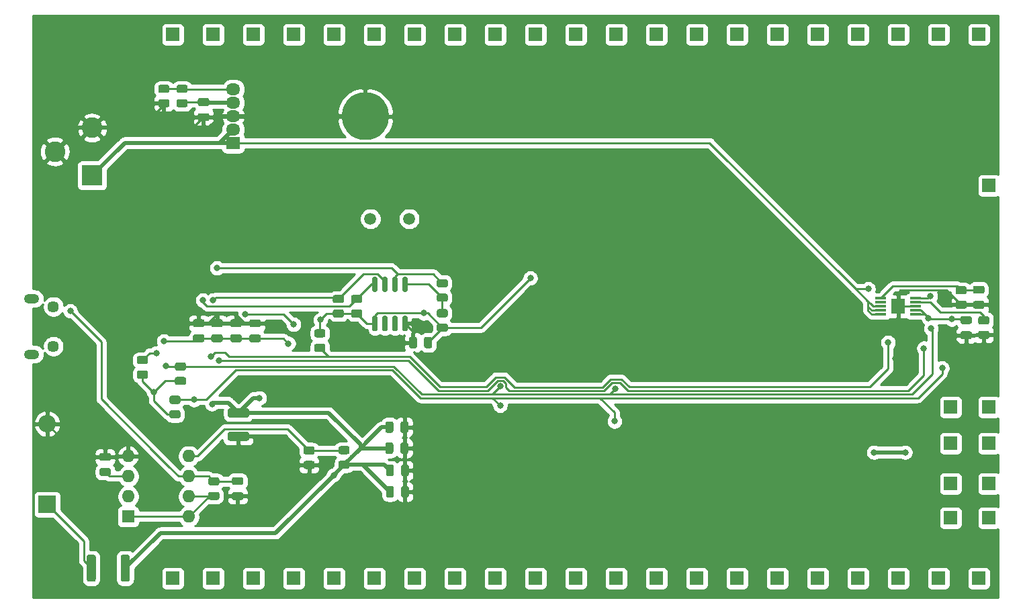
<source format=gbl>
G04 #@! TF.GenerationSoftware,KiCad,Pcbnew,(5.1.7)-1*
G04 #@! TF.CreationDate,2020-11-10T13:01:16-06:00*
G04 #@! TF.ProjectId,MCU breakout board,4d435520-6272-4656-916b-6f757420626f,rev?*
G04 #@! TF.SameCoordinates,Original*
G04 #@! TF.FileFunction,Copper,L2,Bot*
G04 #@! TF.FilePolarity,Positive*
%FSLAX46Y46*%
G04 Gerber Fmt 4.6, Leading zero omitted, Abs format (unit mm)*
G04 Created by KiCad (PCBNEW (5.1.7)-1) date 2020-11-10 13:01:16*
%MOMM*%
%LPD*%
G01*
G04 APERTURE LIST*
G04 #@! TA.AperFunction,ComponentPad*
%ADD10O,1.800000X1.500000*%
G04 #@! TD*
G04 #@! TA.AperFunction,ComponentPad*
%ADD11R,1.800000X1.500000*%
G04 #@! TD*
G04 #@! TA.AperFunction,ComponentPad*
%ADD12O,6.000000X6.000000*%
G04 #@! TD*
G04 #@! TA.AperFunction,ComponentPad*
%ADD13R,1.700000X1.700000*%
G04 #@! TD*
G04 #@! TA.AperFunction,ComponentPad*
%ADD14R,1.600000X1.600000*%
G04 #@! TD*
G04 #@! TA.AperFunction,ComponentPad*
%ADD15O,1.600000X1.600000*%
G04 #@! TD*
G04 #@! TA.AperFunction,ComponentPad*
%ADD16R,2.200000X2.200000*%
G04 #@! TD*
G04 #@! TA.AperFunction,ComponentPad*
%ADD17O,2.200000X2.200000*%
G04 #@! TD*
G04 #@! TA.AperFunction,SMDPad,CuDef*
%ADD18R,1.425000X0.300000*%
G04 #@! TD*
G04 #@! TA.AperFunction,SMDPad,CuDef*
%ADD19R,1.680000X1.880000*%
G04 #@! TD*
G04 #@! TA.AperFunction,ComponentPad*
%ADD20R,2.600000X2.600000*%
G04 #@! TD*
G04 #@! TA.AperFunction,ComponentPad*
%ADD21C,2.600000*%
G04 #@! TD*
G04 #@! TA.AperFunction,ComponentPad*
%ADD22C,1.450000*%
G04 #@! TD*
G04 #@! TA.AperFunction,ComponentPad*
%ADD23O,1.900000X1.200000*%
G04 #@! TD*
G04 #@! TA.AperFunction,ComponentPad*
%ADD24C,1.500000*%
G04 #@! TD*
G04 #@! TA.AperFunction,ViaPad*
%ADD25C,0.800000*%
G04 #@! TD*
G04 #@! TA.AperFunction,Conductor*
%ADD26C,0.250000*%
G04 #@! TD*
G04 #@! TA.AperFunction,Conductor*
%ADD27C,0.500000*%
G04 #@! TD*
G04 #@! TA.AperFunction,Conductor*
%ADD28C,0.254000*%
G04 #@! TD*
G04 #@! TA.AperFunction,Conductor*
%ADD29C,0.100000*%
G04 #@! TD*
G04 APERTURE END LIST*
D10*
G04 #@! TO.P,U3,5*
G04 #@! TO.N,Net-(R10-Pad2)*
X78740000Y-90736000D03*
G04 #@! TO.P,U3,4*
G04 #@! TO.N,4V*
X78740000Y-92436000D03*
G04 #@! TO.P,U3,3*
G04 #@! TO.N,AnalogGround*
X78740000Y-94136000D03*
G04 #@! TO.P,U3,2*
G04 #@! TO.N,ExtPower*
X78740000Y-95836000D03*
D11*
G04 #@! TO.P,U3,1*
X78740000Y-97536000D03*
D12*
G04 #@! TO.P,U3,6*
G04 #@! TO.N,AnalogGround*
X95400000Y-94136000D03*
G04 #@! TD*
D13*
G04 #@! TO.P,P2,1*
G04 #@! TO.N,Net-(IC6-Pad7)*
X169164000Y-144780000D03*
G04 #@! TD*
D14*
G04 #@! TO.P,U2,1*
G04 #@! TO.N,Net-(R4-Pad1)*
X65510000Y-144630000D03*
D15*
G04 #@! TO.P,U2,5*
G04 #@! TO.N,Net-(R7-Pad2)*
X73130000Y-137010000D03*
G04 #@! TO.P,U2,2*
G04 #@! TO.N,Net-(D1-Pad1)*
X65510000Y-142090000D03*
G04 #@! TO.P,U2,6*
G04 #@! TO.N,VBus*
X73130000Y-139550000D03*
G04 #@! TO.P,U2,3*
G04 #@! TO.N,Net-(C12-Pad2)*
X65510000Y-139550000D03*
G04 #@! TO.P,U2,7*
G04 #@! TO.N,Net-(R4-Pad1)*
X73130000Y-142090000D03*
G04 #@! TO.P,U2,4*
G04 #@! TO.N,AnalogGround*
X65510000Y-137010000D03*
G04 #@! TO.P,U2,8*
G04 #@! TO.N,Net-(R4-Pad1)*
X73130000Y-144630000D03*
G04 #@! TD*
G04 #@! TO.P,C1,2*
G04 #@! TO.N,AnalogGround*
G04 #@! TA.AperFunction,SMDPad,CuDef*
G36*
G01*
X79575000Y-120740000D02*
X78625000Y-120740000D01*
G75*
G02*
X78375000Y-120490000I0J250000D01*
G01*
X78375000Y-119990000D01*
G75*
G02*
X78625000Y-119740000I250000J0D01*
G01*
X79575000Y-119740000D01*
G75*
G02*
X79825000Y-119990000I0J-250000D01*
G01*
X79825000Y-120490000D01*
G75*
G02*
X79575000Y-120740000I-250000J0D01*
G01*
G37*
G04 #@! TD.AperFunction*
G04 #@! TO.P,C1,1*
G04 #@! TO.N,1.8V*
G04 #@! TA.AperFunction,SMDPad,CuDef*
G36*
G01*
X79575000Y-122640000D02*
X78625000Y-122640000D01*
G75*
G02*
X78375000Y-122390000I0J250000D01*
G01*
X78375000Y-121890000D01*
G75*
G02*
X78625000Y-121640000I250000J0D01*
G01*
X79575000Y-121640000D01*
G75*
G02*
X79825000Y-121890000I0J-250000D01*
G01*
X79825000Y-122390000D01*
G75*
G02*
X79575000Y-122640000I-250000J0D01*
G01*
G37*
G04 #@! TD.AperFunction*
G04 #@! TD*
G04 #@! TO.P,C2,2*
G04 #@! TO.N,AnalogGround*
G04 #@! TA.AperFunction,SMDPad,CuDef*
G36*
G01*
X81975000Y-120750000D02*
X81025000Y-120750000D01*
G75*
G02*
X80775000Y-120500000I0J250000D01*
G01*
X80775000Y-120000000D01*
G75*
G02*
X81025000Y-119750000I250000J0D01*
G01*
X81975000Y-119750000D01*
G75*
G02*
X82225000Y-120000000I0J-250000D01*
G01*
X82225000Y-120500000D01*
G75*
G02*
X81975000Y-120750000I-250000J0D01*
G01*
G37*
G04 #@! TD.AperFunction*
G04 #@! TO.P,C2,1*
G04 #@! TO.N,1.8V*
G04 #@! TA.AperFunction,SMDPad,CuDef*
G36*
G01*
X81975000Y-122650000D02*
X81025000Y-122650000D01*
G75*
G02*
X80775000Y-122400000I0J250000D01*
G01*
X80775000Y-121900000D01*
G75*
G02*
X81025000Y-121650000I250000J0D01*
G01*
X81975000Y-121650000D01*
G75*
G02*
X82225000Y-121900000I0J-250000D01*
G01*
X82225000Y-122400000D01*
G75*
G02*
X81975000Y-122650000I-250000J0D01*
G01*
G37*
G04 #@! TD.AperFunction*
G04 #@! TD*
G04 #@! TO.P,C3,1*
G04 #@! TO.N,AnalogGround*
G04 #@! TA.AperFunction,SMDPad,CuDef*
G36*
G01*
X171610000Y-122250000D02*
X170660000Y-122250000D01*
G75*
G02*
X170410000Y-122000000I0J250000D01*
G01*
X170410000Y-121500000D01*
G75*
G02*
X170660000Y-121250000I250000J0D01*
G01*
X171610000Y-121250000D01*
G75*
G02*
X171860000Y-121500000I0J-250000D01*
G01*
X171860000Y-122000000D01*
G75*
G02*
X171610000Y-122250000I-250000J0D01*
G01*
G37*
G04 #@! TD.AperFunction*
G04 #@! TO.P,C3,2*
G04 #@! TO.N,Analog3.3V*
G04 #@! TA.AperFunction,SMDPad,CuDef*
G36*
G01*
X171610000Y-120350000D02*
X170660000Y-120350000D01*
G75*
G02*
X170410000Y-120100000I0J250000D01*
G01*
X170410000Y-119600000D01*
G75*
G02*
X170660000Y-119350000I250000J0D01*
G01*
X171610000Y-119350000D01*
G75*
G02*
X171860000Y-119600000I0J-250000D01*
G01*
X171860000Y-120100000D01*
G75*
G02*
X171610000Y-120350000I-250000J0D01*
G01*
G37*
G04 #@! TD.AperFunction*
G04 #@! TD*
G04 #@! TO.P,C4,1*
G04 #@! TO.N,1.8V*
G04 #@! TA.AperFunction,SMDPad,CuDef*
G36*
G01*
X77175000Y-122640000D02*
X76225000Y-122640000D01*
G75*
G02*
X75975000Y-122390000I0J250000D01*
G01*
X75975000Y-121890000D01*
G75*
G02*
X76225000Y-121640000I250000J0D01*
G01*
X77175000Y-121640000D01*
G75*
G02*
X77425000Y-121890000I0J-250000D01*
G01*
X77425000Y-122390000D01*
G75*
G02*
X77175000Y-122640000I-250000J0D01*
G01*
G37*
G04 #@! TD.AperFunction*
G04 #@! TO.P,C4,2*
G04 #@! TO.N,AnalogGround*
G04 #@! TA.AperFunction,SMDPad,CuDef*
G36*
G01*
X77175000Y-120740000D02*
X76225000Y-120740000D01*
G75*
G02*
X75975000Y-120490000I0J250000D01*
G01*
X75975000Y-119990000D01*
G75*
G02*
X76225000Y-119740000I250000J0D01*
G01*
X77175000Y-119740000D01*
G75*
G02*
X77425000Y-119990000I0J-250000D01*
G01*
X77425000Y-120490000D01*
G75*
G02*
X77175000Y-120740000I-250000J0D01*
G01*
G37*
G04 #@! TD.AperFunction*
G04 #@! TD*
G04 #@! TO.P,C5,2*
G04 #@! TO.N,AnalogGround*
G04 #@! TA.AperFunction,SMDPad,CuDef*
G36*
G01*
X74875000Y-120740000D02*
X73925000Y-120740000D01*
G75*
G02*
X73675000Y-120490000I0J250000D01*
G01*
X73675000Y-119990000D01*
G75*
G02*
X73925000Y-119740000I250000J0D01*
G01*
X74875000Y-119740000D01*
G75*
G02*
X75125000Y-119990000I0J-250000D01*
G01*
X75125000Y-120490000D01*
G75*
G02*
X74875000Y-120740000I-250000J0D01*
G01*
G37*
G04 #@! TD.AperFunction*
G04 #@! TO.P,C5,1*
G04 #@! TO.N,1.8V*
G04 #@! TA.AperFunction,SMDPad,CuDef*
G36*
G01*
X74875000Y-122640000D02*
X73925000Y-122640000D01*
G75*
G02*
X73675000Y-122390000I0J250000D01*
G01*
X73675000Y-121890000D01*
G75*
G02*
X73925000Y-121640000I250000J0D01*
G01*
X74875000Y-121640000D01*
G75*
G02*
X75125000Y-121890000I0J-250000D01*
G01*
X75125000Y-122390000D01*
G75*
G02*
X74875000Y-122640000I-250000J0D01*
G01*
G37*
G04 #@! TD.AperFunction*
G04 #@! TD*
G04 #@! TO.P,C8,1*
G04 #@! TO.N,3.3V*
G04 #@! TA.AperFunction,SMDPad,CuDef*
G36*
G01*
X103812000Y-122207000D02*
X103812000Y-123157000D01*
G75*
G02*
X103562000Y-123407000I-250000J0D01*
G01*
X103062000Y-123407000D01*
G75*
G02*
X102812000Y-123157000I0J250000D01*
G01*
X102812000Y-122207000D01*
G75*
G02*
X103062000Y-121957000I250000J0D01*
G01*
X103562000Y-121957000D01*
G75*
G02*
X103812000Y-122207000I0J-250000D01*
G01*
G37*
G04 #@! TD.AperFunction*
G04 #@! TO.P,C8,2*
G04 #@! TO.N,AnalogGround*
G04 #@! TA.AperFunction,SMDPad,CuDef*
G36*
G01*
X101912000Y-122207000D02*
X101912000Y-123157000D01*
G75*
G02*
X101662000Y-123407000I-250000J0D01*
G01*
X101162000Y-123407000D01*
G75*
G02*
X100912000Y-123157000I0J250000D01*
G01*
X100912000Y-122207000D01*
G75*
G02*
X101162000Y-121957000I250000J0D01*
G01*
X101662000Y-121957000D01*
G75*
G02*
X101912000Y-122207000I0J-250000D01*
G01*
G37*
G04 #@! TD.AperFunction*
G04 #@! TD*
G04 #@! TO.P,C9,1*
G04 #@! TO.N,VBus*
G04 #@! TA.AperFunction,SMDPad,CuDef*
G36*
G01*
X78825000Y-139650000D02*
X79775000Y-139650000D01*
G75*
G02*
X80025000Y-139900000I0J-250000D01*
G01*
X80025000Y-140400000D01*
G75*
G02*
X79775000Y-140650000I-250000J0D01*
G01*
X78825000Y-140650000D01*
G75*
G02*
X78575000Y-140400000I0J250000D01*
G01*
X78575000Y-139900000D01*
G75*
G02*
X78825000Y-139650000I250000J0D01*
G01*
G37*
G04 #@! TD.AperFunction*
G04 #@! TO.P,C9,2*
G04 #@! TO.N,AnalogGround*
G04 #@! TA.AperFunction,SMDPad,CuDef*
G36*
G01*
X78825000Y-141550000D02*
X79775000Y-141550000D01*
G75*
G02*
X80025000Y-141800000I0J-250000D01*
G01*
X80025000Y-142300000D01*
G75*
G02*
X79775000Y-142550000I-250000J0D01*
G01*
X78825000Y-142550000D01*
G75*
G02*
X78575000Y-142300000I0J250000D01*
G01*
X78575000Y-141800000D01*
G75*
G02*
X78825000Y-141550000I250000J0D01*
G01*
G37*
G04 #@! TD.AperFunction*
G04 #@! TD*
G04 #@! TO.P,C10,1*
G04 #@! TO.N,Net-(C10-Pad1)*
G04 #@! TA.AperFunction,SMDPad,CuDef*
G36*
G01*
X172245000Y-115520000D02*
X173195000Y-115520000D01*
G75*
G02*
X173445000Y-115770000I0J-250000D01*
G01*
X173445000Y-116270000D01*
G75*
G02*
X173195000Y-116520000I-250000J0D01*
G01*
X172245000Y-116520000D01*
G75*
G02*
X171995000Y-116270000I0J250000D01*
G01*
X171995000Y-115770000D01*
G75*
G02*
X172245000Y-115520000I250000J0D01*
G01*
G37*
G04 #@! TD.AperFunction*
G04 #@! TO.P,C10,2*
G04 #@! TO.N,AnalogGround*
G04 #@! TA.AperFunction,SMDPad,CuDef*
G36*
G01*
X172245000Y-117420000D02*
X173195000Y-117420000D01*
G75*
G02*
X173445000Y-117670000I0J-250000D01*
G01*
X173445000Y-118170000D01*
G75*
G02*
X173195000Y-118420000I-250000J0D01*
G01*
X172245000Y-118420000D01*
G75*
G02*
X171995000Y-118170000I0J250000D01*
G01*
X171995000Y-117670000D01*
G75*
G02*
X172245000Y-117420000I250000J0D01*
G01*
G37*
G04 #@! TD.AperFunction*
G04 #@! TD*
G04 #@! TO.P,C11,1*
G04 #@! TO.N,3.3V*
G04 #@! TA.AperFunction,SMDPad,CuDef*
G36*
G01*
X78299999Y-130975000D02*
X80500001Y-130975000D01*
G75*
G02*
X80750000Y-131224999I0J-249999D01*
G01*
X80750000Y-131875001D01*
G75*
G02*
X80500001Y-132125000I-249999J0D01*
G01*
X78299999Y-132125000D01*
G75*
G02*
X78050000Y-131875001I0J249999D01*
G01*
X78050000Y-131224999D01*
G75*
G02*
X78299999Y-130975000I249999J0D01*
G01*
G37*
G04 #@! TD.AperFunction*
G04 #@! TO.P,C11,2*
G04 #@! TO.N,AnalogGround*
G04 #@! TA.AperFunction,SMDPad,CuDef*
G36*
G01*
X78299999Y-133925000D02*
X80500001Y-133925000D01*
G75*
G02*
X80750000Y-134174999I0J-249999D01*
G01*
X80750000Y-134825001D01*
G75*
G02*
X80500001Y-135075000I-249999J0D01*
G01*
X78299999Y-135075000D01*
G75*
G02*
X78050000Y-134825001I0J249999D01*
G01*
X78050000Y-134174999D01*
G75*
G02*
X78299999Y-133925000I249999J0D01*
G01*
G37*
G04 #@! TD.AperFunction*
G04 #@! TD*
G04 #@! TO.P,C12,2*
G04 #@! TO.N,Net-(C12-Pad2)*
G04 #@! TA.AperFunction,SMDPad,CuDef*
G36*
G01*
X62125000Y-138500000D02*
X63075000Y-138500000D01*
G75*
G02*
X63325000Y-138750000I0J-250000D01*
G01*
X63325000Y-139250000D01*
G75*
G02*
X63075000Y-139500000I-250000J0D01*
G01*
X62125000Y-139500000D01*
G75*
G02*
X61875000Y-139250000I0J250000D01*
G01*
X61875000Y-138750000D01*
G75*
G02*
X62125000Y-138500000I250000J0D01*
G01*
G37*
G04 #@! TD.AperFunction*
G04 #@! TO.P,C12,1*
G04 #@! TO.N,AnalogGround*
G04 #@! TA.AperFunction,SMDPad,CuDef*
G36*
G01*
X62125000Y-136600000D02*
X63075000Y-136600000D01*
G75*
G02*
X63325000Y-136850000I0J-250000D01*
G01*
X63325000Y-137350000D01*
G75*
G02*
X63075000Y-137600000I-250000J0D01*
G01*
X62125000Y-137600000D01*
G75*
G02*
X61875000Y-137350000I0J250000D01*
G01*
X61875000Y-136850000D01*
G75*
G02*
X62125000Y-136600000I250000J0D01*
G01*
G37*
G04 #@! TD.AperFunction*
G04 #@! TD*
G04 #@! TO.P,C14,1*
G04 #@! TO.N,4V*
G04 #@! TA.AperFunction,SMDPad,CuDef*
G36*
G01*
X74525000Y-91850000D02*
X75475000Y-91850000D01*
G75*
G02*
X75725000Y-92100000I0J-250000D01*
G01*
X75725000Y-92600000D01*
G75*
G02*
X75475000Y-92850000I-250000J0D01*
G01*
X74525000Y-92850000D01*
G75*
G02*
X74275000Y-92600000I0J250000D01*
G01*
X74275000Y-92100000D01*
G75*
G02*
X74525000Y-91850000I250000J0D01*
G01*
G37*
G04 #@! TD.AperFunction*
G04 #@! TO.P,C14,2*
G04 #@! TO.N,AnalogGround*
G04 #@! TA.AperFunction,SMDPad,CuDef*
G36*
G01*
X74525000Y-93750000D02*
X75475000Y-93750000D01*
G75*
G02*
X75725000Y-94000000I0J-250000D01*
G01*
X75725000Y-94500000D01*
G75*
G02*
X75475000Y-94750000I-250000J0D01*
G01*
X74525000Y-94750000D01*
G75*
G02*
X74275000Y-94500000I0J250000D01*
G01*
X74275000Y-94000000D01*
G75*
G02*
X74525000Y-93750000I250000J0D01*
G01*
G37*
G04 #@! TD.AperFunction*
G04 #@! TD*
G04 #@! TO.P,C17,1*
G04 #@! TO.N,3.3V*
G04 #@! TA.AperFunction,SMDPad,CuDef*
G36*
G01*
X97930000Y-133825000D02*
X97930000Y-132875000D01*
G75*
G02*
X98180000Y-132625000I250000J0D01*
G01*
X98680000Y-132625000D01*
G75*
G02*
X98930000Y-132875000I0J-250000D01*
G01*
X98930000Y-133825000D01*
G75*
G02*
X98680000Y-134075000I-250000J0D01*
G01*
X98180000Y-134075000D01*
G75*
G02*
X97930000Y-133825000I0J250000D01*
G01*
G37*
G04 #@! TD.AperFunction*
G04 #@! TO.P,C17,2*
G04 #@! TO.N,AnalogGround*
G04 #@! TA.AperFunction,SMDPad,CuDef*
G36*
G01*
X99830000Y-133825000D02*
X99830000Y-132875000D01*
G75*
G02*
X100080000Y-132625000I250000J0D01*
G01*
X100580000Y-132625000D01*
G75*
G02*
X100830000Y-132875000I0J-250000D01*
G01*
X100830000Y-133825000D01*
G75*
G02*
X100580000Y-134075000I-250000J0D01*
G01*
X100080000Y-134075000D01*
G75*
G02*
X99830000Y-133825000I0J250000D01*
G01*
G37*
G04 #@! TD.AperFunction*
G04 #@! TD*
G04 #@! TO.P,C18,2*
G04 #@! TO.N,AnalogGround*
G04 #@! TA.AperFunction,SMDPad,CuDef*
G36*
G01*
X99830000Y-136475000D02*
X99830000Y-135525000D01*
G75*
G02*
X100080000Y-135275000I250000J0D01*
G01*
X100580000Y-135275000D01*
G75*
G02*
X100830000Y-135525000I0J-250000D01*
G01*
X100830000Y-136475000D01*
G75*
G02*
X100580000Y-136725000I-250000J0D01*
G01*
X100080000Y-136725000D01*
G75*
G02*
X99830000Y-136475000I0J250000D01*
G01*
G37*
G04 #@! TD.AperFunction*
G04 #@! TO.P,C18,1*
G04 #@! TO.N,3.3V*
G04 #@! TA.AperFunction,SMDPad,CuDef*
G36*
G01*
X97930000Y-136475000D02*
X97930000Y-135525000D01*
G75*
G02*
X98180000Y-135275000I250000J0D01*
G01*
X98680000Y-135275000D01*
G75*
G02*
X98930000Y-135525000I0J-250000D01*
G01*
X98930000Y-136475000D01*
G75*
G02*
X98680000Y-136725000I-250000J0D01*
G01*
X98180000Y-136725000D01*
G75*
G02*
X97930000Y-136475000I0J250000D01*
G01*
G37*
G04 #@! TD.AperFunction*
G04 #@! TD*
G04 #@! TO.P,C19,1*
G04 #@! TO.N,3.3V*
G04 #@! TA.AperFunction,SMDPad,CuDef*
G36*
G01*
X98000000Y-139275000D02*
X98000000Y-138325000D01*
G75*
G02*
X98250000Y-138075000I250000J0D01*
G01*
X98750000Y-138075000D01*
G75*
G02*
X99000000Y-138325000I0J-250000D01*
G01*
X99000000Y-139275000D01*
G75*
G02*
X98750000Y-139525000I-250000J0D01*
G01*
X98250000Y-139525000D01*
G75*
G02*
X98000000Y-139275000I0J250000D01*
G01*
G37*
G04 #@! TD.AperFunction*
G04 #@! TO.P,C19,2*
G04 #@! TO.N,AnalogGround*
G04 #@! TA.AperFunction,SMDPad,CuDef*
G36*
G01*
X99900000Y-139275000D02*
X99900000Y-138325000D01*
G75*
G02*
X100150000Y-138075000I250000J0D01*
G01*
X100650000Y-138075000D01*
G75*
G02*
X100900000Y-138325000I0J-250000D01*
G01*
X100900000Y-139275000D01*
G75*
G02*
X100650000Y-139525000I-250000J0D01*
G01*
X100150000Y-139525000D01*
G75*
G02*
X99900000Y-139275000I0J250000D01*
G01*
G37*
G04 #@! TD.AperFunction*
G04 #@! TD*
G04 #@! TO.P,C20,2*
G04 #@! TO.N,AnalogGround*
G04 #@! TA.AperFunction,SMDPad,CuDef*
G36*
G01*
X99900000Y-141975000D02*
X99900000Y-141025000D01*
G75*
G02*
X100150000Y-140775000I250000J0D01*
G01*
X100650000Y-140775000D01*
G75*
G02*
X100900000Y-141025000I0J-250000D01*
G01*
X100900000Y-141975000D01*
G75*
G02*
X100650000Y-142225000I-250000J0D01*
G01*
X100150000Y-142225000D01*
G75*
G02*
X99900000Y-141975000I0J250000D01*
G01*
G37*
G04 #@! TD.AperFunction*
G04 #@! TO.P,C20,1*
G04 #@! TO.N,3.3V*
G04 #@! TA.AperFunction,SMDPad,CuDef*
G36*
G01*
X98000000Y-141975000D02*
X98000000Y-141025000D01*
G75*
G02*
X98250000Y-140775000I250000J0D01*
G01*
X98750000Y-140775000D01*
G75*
G02*
X99000000Y-141025000I0J-250000D01*
G01*
X99000000Y-141975000D01*
G75*
G02*
X98750000Y-142225000I-250000J0D01*
G01*
X98250000Y-142225000D01*
G75*
G02*
X98000000Y-141975000I0J250000D01*
G01*
G37*
G04 #@! TD.AperFunction*
G04 #@! TD*
D16*
G04 #@! TO.P,D1,1*
G04 #@! TO.N,Net-(D1-Pad1)*
X55300000Y-143100000D03*
D17*
G04 #@! TO.P,D1,2*
G04 #@! TO.N,AnalogGround*
X55300000Y-132940000D03*
G04 #@! TD*
D18*
G04 #@! TO.P,IC1,1*
G04 #@! TO.N,ExtPower*
X160348000Y-119110000D03*
G04 #@! TO.P,IC1,2*
X160348000Y-118610000D03*
G04 #@! TO.P,IC1,3*
X160348000Y-118110000D03*
G04 #@! TO.P,IC1,4*
G04 #@! TO.N,Net-(IC1-Pad4)*
X160348000Y-117610000D03*
G04 #@! TO.P,IC1,5*
G04 #@! TO.N,Net-(C10-Pad1)*
X160348000Y-117110000D03*
G04 #@! TO.P,IC1,6*
G04 #@! TO.N,ExtPower*
X164772000Y-117110000D03*
G04 #@! TO.P,IC1,7*
G04 #@! TO.N,Net-(IC1-Pad7)*
X164772000Y-117610000D03*
G04 #@! TO.P,IC1,8*
G04 #@! TO.N,AnalogGround*
X164772000Y-118110000D03*
G04 #@! TO.P,IC1,9*
G04 #@! TO.N,Analog3.3V*
X164772000Y-118610000D03*
G04 #@! TO.P,IC1,10*
X164772000Y-119110000D03*
D19*
G04 #@! TO.P,IC1,11*
G04 #@! TO.N,AnalogGround*
X162560000Y-118110000D03*
G04 #@! TD*
D20*
G04 #@! TO.P,J1,1*
G04 #@! TO.N,ExtPower*
X60960000Y-101600000D03*
D21*
G04 #@! TO.P,J1,2*
G04 #@! TO.N,AnalogGround*
X60960000Y-95600000D03*
G04 #@! TO.P,J1,3*
X56260000Y-98600000D03*
G04 #@! TD*
D22*
G04 #@! TO.P,J2,6*
G04 #@! TO.N,Net-(J2-Pad6)*
X56072500Y-118150000D03*
X56072500Y-123150000D03*
D23*
X53372500Y-117150000D03*
X53372500Y-124150000D03*
G04 #@! TD*
D13*
G04 #@! TO.P,P3,1*
G04 #@! TO.N,Net-(IC5-Pad33)*
X111760000Y-152400000D03*
G04 #@! TD*
G04 #@! TO.P,P4,1*
G04 #@! TO.N,Net-(IC5-Pad32)*
X106680000Y-152400000D03*
G04 #@! TD*
G04 #@! TO.P,P5,1*
G04 #@! TO.N,Net-(IC5-Pad23)*
X71120000Y-152400000D03*
G04 #@! TD*
G04 #@! TO.P,P6,1*
G04 #@! TO.N,Net-(IC5-Pad24)*
X76200000Y-152400000D03*
G04 #@! TD*
G04 #@! TO.P,P7,1*
G04 #@! TO.N,Net-(IC5-Pad26)*
X81280000Y-152400000D03*
G04 #@! TD*
G04 #@! TO.P,P8,1*
G04 #@! TO.N,Net-(IC5-Pad27)*
X86360000Y-152400000D03*
G04 #@! TD*
G04 #@! TO.P,P9,1*
G04 #@! TO.N,Net-(IC5-Pad28)*
X91440000Y-152400000D03*
G04 #@! TD*
G04 #@! TO.P,P10,1*
G04 #@! TO.N,Net-(IC5-Pad29)*
X96520000Y-152400000D03*
G04 #@! TD*
G04 #@! TO.P,P11,1*
G04 #@! TO.N,Net-(IC5-Pad30)*
X101600000Y-152400000D03*
G04 #@! TD*
G04 #@! TO.P,P13,1*
G04 #@! TO.N,Net-(IC7-Pad1)*
X162560000Y-152400000D03*
G04 #@! TD*
G04 #@! TO.P,P15,1*
G04 #@! TO.N,Net-(IC7-Pad3)*
X172720000Y-152400000D03*
G04 #@! TD*
G04 #@! TO.P,P16,1*
G04 #@! TO.N,Net-(IC7-Pad4)*
X172720000Y-83820000D03*
G04 #@! TD*
G04 #@! TO.P,P17,1*
G04 #@! TO.N,Net-(IC7-Pad5)*
X167640000Y-83820000D03*
G04 #@! TD*
G04 #@! TO.P,P18,1*
G04 #@! TO.N,Net-(IC7-Pad6)*
X162560000Y-83820000D03*
G04 #@! TD*
G04 #@! TO.P,P19,1*
G04 #@! TO.N,Net-(IC7-Pad28)*
X157480000Y-152400000D03*
G04 #@! TD*
G04 #@! TO.P,P20,1*
G04 #@! TO.N,Net-(IC7-Pad7)*
X157480000Y-83820000D03*
G04 #@! TD*
G04 #@! TO.P,P21,1*
G04 #@! TO.N,Net-(IC7-Pad27)*
X152400000Y-152400000D03*
G04 #@! TD*
G04 #@! TO.P,P22,1*
G04 #@! TO.N,Net-(IC7-Pad8)*
X152400000Y-83820000D03*
G04 #@! TD*
G04 #@! TO.P,P23,1*
G04 #@! TO.N,Net-(IC7-Pad26)*
X147320000Y-152400000D03*
G04 #@! TD*
G04 #@! TO.P,P24,1*
G04 #@! TO.N,Net-(IC7-Pad25)*
X142240000Y-152400000D03*
G04 #@! TD*
G04 #@! TO.P,P25,1*
G04 #@! TO.N,Net-(IC7-Pad24)*
X137160000Y-152400000D03*
G04 #@! TD*
G04 #@! TO.P,P26,1*
G04 #@! TO.N,Net-(IC7-Pad23)*
X132080000Y-152400000D03*
G04 #@! TD*
G04 #@! TO.P,P27,1*
G04 #@! TO.N,Net-(IC7-Pad22)*
X127000000Y-152400000D03*
G04 #@! TD*
G04 #@! TO.P,P28,1*
G04 #@! TO.N,Net-(IC7-Pad21)*
X121920000Y-152400000D03*
G04 #@! TD*
G04 #@! TO.P,P29,1*
G04 #@! TO.N,Net-(IC8-Pad1)*
X106680000Y-83820000D03*
G04 #@! TD*
G04 #@! TO.P,P30,1*
G04 #@! TO.N,Net-(IC8-Pad2)*
X101600000Y-83820000D03*
G04 #@! TD*
G04 #@! TO.P,P31,1*
G04 #@! TO.N,Net-(IC8-Pad3)*
X96520000Y-83820000D03*
G04 #@! TD*
G04 #@! TO.P,P32,1*
G04 #@! TO.N,Net-(IC8-Pad4)*
X91440000Y-83820000D03*
G04 #@! TD*
G04 #@! TO.P,P33,1*
G04 #@! TO.N,Net-(IC8-Pad5)*
X86360000Y-83820000D03*
G04 #@! TD*
G04 #@! TO.P,P34,1*
G04 #@! TO.N,Net-(IC8-Pad6)*
X81280000Y-83820000D03*
G04 #@! TD*
G04 #@! TO.P,P35,1*
G04 #@! TO.N,Net-(IC8-Pad28)*
X111760000Y-83820000D03*
G04 #@! TD*
G04 #@! TO.P,P36,1*
G04 #@! TO.N,Net-(IC8-Pad7)*
X76200000Y-83820000D03*
G04 #@! TD*
G04 #@! TO.P,P37,1*
G04 #@! TO.N,Net-(IC8-Pad27)*
X116840000Y-83820000D03*
G04 #@! TD*
G04 #@! TO.P,P38,1*
G04 #@! TO.N,Net-(IC8-Pad8)*
X71120000Y-83820000D03*
G04 #@! TD*
G04 #@! TO.P,P39,1*
G04 #@! TO.N,Net-(IC8-Pad26)*
X121920000Y-83820000D03*
G04 #@! TD*
G04 #@! TO.P,P40,1*
G04 #@! TO.N,Net-(IC8-Pad25)*
X127000000Y-83820000D03*
G04 #@! TD*
G04 #@! TO.P,P41,1*
G04 #@! TO.N,Net-(IC8-Pad24)*
X132080000Y-83820000D03*
G04 #@! TD*
G04 #@! TO.P,P42,1*
G04 #@! TO.N,Net-(IC8-Pad23)*
X137160000Y-83820000D03*
G04 #@! TD*
G04 #@! TO.P,P43,1*
G04 #@! TO.N,Net-(IC8-Pad22)*
X142240000Y-83820000D03*
G04 #@! TD*
G04 #@! TO.P,P44,1*
G04 #@! TO.N,Net-(IC8-Pad21)*
X147320000Y-83820000D03*
G04 #@! TD*
G04 #@! TO.P,R1,2*
G04 #@! TO.N,3.3V*
G04 #@! TA.AperFunction,SMDPad,CuDef*
G36*
G01*
X93849998Y-118500000D02*
X94750002Y-118500000D01*
G75*
G02*
X95000000Y-118749998I0J-249998D01*
G01*
X95000000Y-119275002D01*
G75*
G02*
X94750002Y-119525000I-249998J0D01*
G01*
X93849998Y-119525000D01*
G75*
G02*
X93600000Y-119275002I0J249998D01*
G01*
X93600000Y-118749998D01*
G75*
G02*
X93849998Y-118500000I249998J0D01*
G01*
G37*
G04 #@! TD.AperFunction*
G04 #@! TO.P,R1,1*
G04 #@! TO.N,ROM_CS*
G04 #@! TA.AperFunction,SMDPad,CuDef*
G36*
G01*
X93849998Y-116675000D02*
X94750002Y-116675000D01*
G75*
G02*
X95000000Y-116924998I0J-249998D01*
G01*
X95000000Y-117450002D01*
G75*
G02*
X94750002Y-117700000I-249998J0D01*
G01*
X93849998Y-117700000D01*
G75*
G02*
X93600000Y-117450002I0J249998D01*
G01*
X93600000Y-116924998D01*
G75*
G02*
X93849998Y-116675000I249998J0D01*
G01*
G37*
G04 #@! TD.AperFunction*
G04 #@! TD*
G04 #@! TO.P,R3,1*
G04 #@! TO.N,Net-(IC1-Pad7)*
G04 #@! TA.AperFunction,SMDPad,CuDef*
G36*
G01*
X172904998Y-119372500D02*
X173805002Y-119372500D01*
G75*
G02*
X174055000Y-119622498I0J-249998D01*
G01*
X174055000Y-120147502D01*
G75*
G02*
X173805002Y-120397500I-249998J0D01*
G01*
X172904998Y-120397500D01*
G75*
G02*
X172655000Y-120147502I0J249998D01*
G01*
X172655000Y-119622498D01*
G75*
G02*
X172904998Y-119372500I249998J0D01*
G01*
G37*
G04 #@! TD.AperFunction*
G04 #@! TO.P,R3,2*
G04 #@! TO.N,AnalogGround*
G04 #@! TA.AperFunction,SMDPad,CuDef*
G36*
G01*
X172904998Y-121197500D02*
X173805002Y-121197500D01*
G75*
G02*
X174055000Y-121447498I0J-249998D01*
G01*
X174055000Y-121972502D01*
G75*
G02*
X173805002Y-122222500I-249998J0D01*
G01*
X172904998Y-122222500D01*
G75*
G02*
X172655000Y-121972502I0J249998D01*
G01*
X172655000Y-121447498D01*
G75*
G02*
X172904998Y-121197500I249998J0D01*
G01*
G37*
G04 #@! TD.AperFunction*
G04 #@! TD*
G04 #@! TO.P,R4,1*
G04 #@! TO.N,Net-(R4-Pad1)*
G04 #@! TA.AperFunction,SMDPad,CuDef*
G36*
G01*
X76750002Y-142525000D02*
X75849998Y-142525000D01*
G75*
G02*
X75600000Y-142275002I0J249998D01*
G01*
X75600000Y-141749998D01*
G75*
G02*
X75849998Y-141500000I249998J0D01*
G01*
X76750002Y-141500000D01*
G75*
G02*
X77000000Y-141749998I0J-249998D01*
G01*
X77000000Y-142275002D01*
G75*
G02*
X76750002Y-142525000I-249998J0D01*
G01*
G37*
G04 #@! TD.AperFunction*
G04 #@! TO.P,R4,2*
G04 #@! TO.N,VBus*
G04 #@! TA.AperFunction,SMDPad,CuDef*
G36*
G01*
X76750002Y-140700000D02*
X75849998Y-140700000D01*
G75*
G02*
X75600000Y-140450002I0J249998D01*
G01*
X75600000Y-139924998D01*
G75*
G02*
X75849998Y-139675000I249998J0D01*
G01*
X76750002Y-139675000D01*
G75*
G02*
X77000000Y-139924998I0J-249998D01*
G01*
X77000000Y-140450002D01*
G75*
G02*
X76750002Y-140700000I-249998J0D01*
G01*
G37*
G04 #@! TD.AperFunction*
G04 #@! TD*
G04 #@! TO.P,R5,1*
G04 #@! TO.N,Net-(R5-Pad1)*
G04 #@! TA.AperFunction,SMDPad,CuDef*
G36*
G01*
X104649998Y-118462500D02*
X105550002Y-118462500D01*
G75*
G02*
X105800000Y-118712498I0J-249998D01*
G01*
X105800000Y-119237502D01*
G75*
G02*
X105550002Y-119487500I-249998J0D01*
G01*
X104649998Y-119487500D01*
G75*
G02*
X104400000Y-119237502I0J249998D01*
G01*
X104400000Y-118712498D01*
G75*
G02*
X104649998Y-118462500I249998J0D01*
G01*
G37*
G04 #@! TD.AperFunction*
G04 #@! TO.P,R5,2*
G04 #@! TO.N,3.3V*
G04 #@! TA.AperFunction,SMDPad,CuDef*
G36*
G01*
X104649998Y-120287500D02*
X105550002Y-120287500D01*
G75*
G02*
X105800000Y-120537498I0J-249998D01*
G01*
X105800000Y-121062502D01*
G75*
G02*
X105550002Y-121312500I-249998J0D01*
G01*
X104649998Y-121312500D01*
G75*
G02*
X104400000Y-121062502I0J249998D01*
G01*
X104400000Y-120537498D01*
G75*
G02*
X104649998Y-120287500I249998J0D01*
G01*
G37*
G04 #@! TD.AperFunction*
G04 #@! TD*
G04 #@! TO.P,R6,2*
G04 #@! TO.N,3.3V*
G04 #@! TA.AperFunction,SMDPad,CuDef*
G36*
G01*
X91549998Y-118500000D02*
X92450002Y-118500000D01*
G75*
G02*
X92700000Y-118749998I0J-249998D01*
G01*
X92700000Y-119275002D01*
G75*
G02*
X92450002Y-119525000I-249998J0D01*
G01*
X91549998Y-119525000D01*
G75*
G02*
X91300000Y-119275002I0J249998D01*
G01*
X91300000Y-118749998D01*
G75*
G02*
X91549998Y-118500000I249998J0D01*
G01*
G37*
G04 #@! TD.AperFunction*
G04 #@! TO.P,R6,1*
G04 #@! TO.N,ROM_CLK*
G04 #@! TA.AperFunction,SMDPad,CuDef*
G36*
G01*
X91549998Y-116675000D02*
X92450002Y-116675000D01*
G75*
G02*
X92700000Y-116924998I0J-249998D01*
G01*
X92700000Y-117450002D01*
G75*
G02*
X92450002Y-117700000I-249998J0D01*
G01*
X91549998Y-117700000D01*
G75*
G02*
X91300000Y-117450002I0J249998D01*
G01*
X91300000Y-116924998D01*
G75*
G02*
X91549998Y-116675000I249998J0D01*
G01*
G37*
G04 #@! TD.AperFunction*
G04 #@! TD*
G04 #@! TO.P,R7,1*
G04 #@! TO.N,3.3V*
G04 #@! TA.AperFunction,SMDPad,CuDef*
G36*
G01*
X93160002Y-138585000D02*
X92259998Y-138585000D01*
G75*
G02*
X92010000Y-138335002I0J249998D01*
G01*
X92010000Y-137809998D01*
G75*
G02*
X92259998Y-137560000I249998J0D01*
G01*
X93160002Y-137560000D01*
G75*
G02*
X93410000Y-137809998I0J-249998D01*
G01*
X93410000Y-138335002D01*
G75*
G02*
X93160002Y-138585000I-249998J0D01*
G01*
G37*
G04 #@! TD.AperFunction*
G04 #@! TO.P,R7,2*
G04 #@! TO.N,Net-(R7-Pad2)*
G04 #@! TA.AperFunction,SMDPad,CuDef*
G36*
G01*
X93160002Y-136760000D02*
X92259998Y-136760000D01*
G75*
G02*
X92010000Y-136510002I0J249998D01*
G01*
X92010000Y-135984998D01*
G75*
G02*
X92259998Y-135735000I249998J0D01*
G01*
X93160002Y-135735000D01*
G75*
G02*
X93410000Y-135984998I0J-249998D01*
G01*
X93410000Y-136510002D01*
G75*
G02*
X93160002Y-136760000I-249998J0D01*
G01*
G37*
G04 #@! TD.AperFunction*
G04 #@! TD*
G04 #@! TO.P,R8,2*
G04 #@! TO.N,Net-(R5-Pad1)*
G04 #@! TA.AperFunction,SMDPad,CuDef*
G36*
G01*
X104649998Y-116512500D02*
X105550002Y-116512500D01*
G75*
G02*
X105800000Y-116762498I0J-249998D01*
G01*
X105800000Y-117287502D01*
G75*
G02*
X105550002Y-117537500I-249998J0D01*
G01*
X104649998Y-117537500D01*
G75*
G02*
X104400000Y-117287502I0J249998D01*
G01*
X104400000Y-116762498D01*
G75*
G02*
X104649998Y-116512500I249998J0D01*
G01*
G37*
G04 #@! TD.AperFunction*
G04 #@! TO.P,R8,1*
G04 #@! TO.N,ROM_DATA*
G04 #@! TA.AperFunction,SMDPad,CuDef*
G36*
G01*
X104649998Y-114687500D02*
X105550002Y-114687500D01*
G75*
G02*
X105800000Y-114937498I0J-249998D01*
G01*
X105800000Y-115462502D01*
G75*
G02*
X105550002Y-115712500I-249998J0D01*
G01*
X104649998Y-115712500D01*
G75*
G02*
X104400000Y-115462502I0J249998D01*
G01*
X104400000Y-114937498D01*
G75*
G02*
X104649998Y-114687500I249998J0D01*
G01*
G37*
G04 #@! TD.AperFunction*
G04 #@! TD*
G04 #@! TO.P,R9,2*
G04 #@! TO.N,AnalogGround*
G04 #@! TA.AperFunction,SMDPad,CuDef*
G36*
G01*
X87849998Y-137600000D02*
X88750002Y-137600000D01*
G75*
G02*
X89000000Y-137849998I0J-249998D01*
G01*
X89000000Y-138375002D01*
G75*
G02*
X88750002Y-138625000I-249998J0D01*
G01*
X87849998Y-138625000D01*
G75*
G02*
X87600000Y-138375002I0J249998D01*
G01*
X87600000Y-137849998D01*
G75*
G02*
X87849998Y-137600000I249998J0D01*
G01*
G37*
G04 #@! TD.AperFunction*
G04 #@! TO.P,R9,1*
G04 #@! TO.N,Net-(R7-Pad2)*
G04 #@! TA.AperFunction,SMDPad,CuDef*
G36*
G01*
X87849998Y-135775000D02*
X88750002Y-135775000D01*
G75*
G02*
X89000000Y-136024998I0J-249998D01*
G01*
X89000000Y-136550002D01*
G75*
G02*
X88750002Y-136800000I-249998J0D01*
G01*
X87849998Y-136800000D01*
G75*
G02*
X87600000Y-136550002I0J249998D01*
G01*
X87600000Y-136024998D01*
G75*
G02*
X87849998Y-135775000I249998J0D01*
G01*
G37*
G04 #@! TD.AperFunction*
G04 #@! TD*
G04 #@! TO.P,R10,1*
G04 #@! TO.N,4V*
G04 #@! TA.AperFunction,SMDPad,CuDef*
G36*
G01*
X72750002Y-93025000D02*
X71849998Y-93025000D01*
G75*
G02*
X71600000Y-92775002I0J249998D01*
G01*
X71600000Y-92249998D01*
G75*
G02*
X71849998Y-92000000I249998J0D01*
G01*
X72750002Y-92000000D01*
G75*
G02*
X73000000Y-92249998I0J-249998D01*
G01*
X73000000Y-92775002D01*
G75*
G02*
X72750002Y-93025000I-249998J0D01*
G01*
G37*
G04 #@! TD.AperFunction*
G04 #@! TO.P,R10,2*
G04 #@! TO.N,Net-(R10-Pad2)*
G04 #@! TA.AperFunction,SMDPad,CuDef*
G36*
G01*
X72750002Y-91200000D02*
X71849998Y-91200000D01*
G75*
G02*
X71600000Y-90950002I0J249998D01*
G01*
X71600000Y-90424998D01*
G75*
G02*
X71849998Y-90175000I249998J0D01*
G01*
X72750002Y-90175000D01*
G75*
G02*
X73000000Y-90424998I0J-249998D01*
G01*
X73000000Y-90950002D01*
G75*
G02*
X72750002Y-91200000I-249998J0D01*
G01*
G37*
G04 #@! TD.AperFunction*
G04 #@! TD*
G04 #@! TO.P,R11,1*
G04 #@! TO.N,Net-(IC5-Pad14)*
G04 #@! TA.AperFunction,SMDPad,CuDef*
G36*
G01*
X66849998Y-124387500D02*
X67750002Y-124387500D01*
G75*
G02*
X68000000Y-124637498I0J-249998D01*
G01*
X68000000Y-125162502D01*
G75*
G02*
X67750002Y-125412500I-249998J0D01*
G01*
X66849998Y-125412500D01*
G75*
G02*
X66600000Y-125162502I0J249998D01*
G01*
X66600000Y-124637498D01*
G75*
G02*
X66849998Y-124387500I249998J0D01*
G01*
G37*
G04 #@! TD.AperFunction*
G04 #@! TO.P,R11,2*
G04 #@! TO.N,3.3V*
G04 #@! TA.AperFunction,SMDPad,CuDef*
G36*
G01*
X66849998Y-126212500D02*
X67750002Y-126212500D01*
G75*
G02*
X68000000Y-126462498I0J-249998D01*
G01*
X68000000Y-126987502D01*
G75*
G02*
X67750002Y-127237500I-249998J0D01*
G01*
X66849998Y-127237500D01*
G75*
G02*
X66600000Y-126987502I0J249998D01*
G01*
X66600000Y-126462498D01*
G75*
G02*
X66849998Y-126212500I249998J0D01*
G01*
G37*
G04 #@! TD.AperFunction*
G04 #@! TD*
G04 #@! TO.P,R12,2*
G04 #@! TO.N,AnalogGround*
G04 #@! TA.AperFunction,SMDPad,CuDef*
G36*
G01*
X69549998Y-92000000D02*
X70450002Y-92000000D01*
G75*
G02*
X70700000Y-92249998I0J-249998D01*
G01*
X70700000Y-92775002D01*
G75*
G02*
X70450002Y-93025000I-249998J0D01*
G01*
X69549998Y-93025000D01*
G75*
G02*
X69300000Y-92775002I0J249998D01*
G01*
X69300000Y-92249998D01*
G75*
G02*
X69549998Y-92000000I249998J0D01*
G01*
G37*
G04 #@! TD.AperFunction*
G04 #@! TO.P,R12,1*
G04 #@! TO.N,Net-(R10-Pad2)*
G04 #@! TA.AperFunction,SMDPad,CuDef*
G36*
G01*
X69549998Y-90175000D02*
X70450002Y-90175000D01*
G75*
G02*
X70700000Y-90424998I0J-249998D01*
G01*
X70700000Y-90950002D01*
G75*
G02*
X70450002Y-91200000I-249998J0D01*
G01*
X69549998Y-91200000D01*
G75*
G02*
X69300000Y-90950002I0J249998D01*
G01*
X69300000Y-90424998D01*
G75*
G02*
X69549998Y-90175000I249998J0D01*
G01*
G37*
G04 #@! TD.AperFunction*
G04 #@! TD*
G04 #@! TO.P,R14,1*
G04 #@! TO.N,I2C_Clock*
G04 #@! TA.AperFunction,SMDPad,CuDef*
G36*
G01*
X71649998Y-125187500D02*
X72550002Y-125187500D01*
G75*
G02*
X72800000Y-125437498I0J-249998D01*
G01*
X72800000Y-125962502D01*
G75*
G02*
X72550002Y-126212500I-249998J0D01*
G01*
X71649998Y-126212500D01*
G75*
G02*
X71400000Y-125962502I0J249998D01*
G01*
X71400000Y-125437498D01*
G75*
G02*
X71649998Y-125187500I249998J0D01*
G01*
G37*
G04 #@! TD.AperFunction*
G04 #@! TO.P,R14,2*
G04 #@! TO.N,3.3V*
G04 #@! TA.AperFunction,SMDPad,CuDef*
G36*
G01*
X71649998Y-127012500D02*
X72550002Y-127012500D01*
G75*
G02*
X72800000Y-127262498I0J-249998D01*
G01*
X72800000Y-127787502D01*
G75*
G02*
X72550002Y-128037500I-249998J0D01*
G01*
X71649998Y-128037500D01*
G75*
G02*
X71400000Y-127787502I0J249998D01*
G01*
X71400000Y-127262498D01*
G75*
G02*
X71649998Y-127012500I249998J0D01*
G01*
G37*
G04 #@! TD.AperFunction*
G04 #@! TD*
G04 #@! TO.P,R15,2*
G04 #@! TO.N,I2C_Data*
G04 #@! TA.AperFunction,SMDPad,CuDef*
G36*
G01*
X71850002Y-130412500D02*
X70949998Y-130412500D01*
G75*
G02*
X70700000Y-130162502I0J249998D01*
G01*
X70700000Y-129637498D01*
G75*
G02*
X70949998Y-129387500I249998J0D01*
G01*
X71850002Y-129387500D01*
G75*
G02*
X72100000Y-129637498I0J-249998D01*
G01*
X72100000Y-130162502D01*
G75*
G02*
X71850002Y-130412500I-249998J0D01*
G01*
G37*
G04 #@! TD.AperFunction*
G04 #@! TO.P,R15,1*
G04 #@! TO.N,3.3V*
G04 #@! TA.AperFunction,SMDPad,CuDef*
G36*
G01*
X71850002Y-132237500D02*
X70949998Y-132237500D01*
G75*
G02*
X70700000Y-131987502I0J249998D01*
G01*
X70700000Y-131462498D01*
G75*
G02*
X70949998Y-131212500I249998J0D01*
G01*
X71850002Y-131212500D01*
G75*
G02*
X72100000Y-131462498I0J-249998D01*
G01*
X72100000Y-131987502D01*
G75*
G02*
X71850002Y-132237500I-249998J0D01*
G01*
G37*
G04 #@! TD.AperFunction*
G04 #@! TD*
G04 #@! TO.P,R16,2*
G04 #@! TO.N,Net-(IC5-Pad21)*
G04 #@! TA.AperFunction,SMDPad,CuDef*
G36*
G01*
X89211998Y-122828000D02*
X90112002Y-122828000D01*
G75*
G02*
X90362000Y-123077998I0J-249998D01*
G01*
X90362000Y-123603002D01*
G75*
G02*
X90112002Y-123853000I-249998J0D01*
G01*
X89211998Y-123853000D01*
G75*
G02*
X88962000Y-123603002I0J249998D01*
G01*
X88962000Y-123077998D01*
G75*
G02*
X89211998Y-122828000I249998J0D01*
G01*
G37*
G04 #@! TD.AperFunction*
G04 #@! TO.P,R16,1*
G04 #@! TO.N,3.3V*
G04 #@! TA.AperFunction,SMDPad,CuDef*
G36*
G01*
X89211998Y-121003000D02*
X90112002Y-121003000D01*
G75*
G02*
X90362000Y-121252998I0J-249998D01*
G01*
X90362000Y-121778002D01*
G75*
G02*
X90112002Y-122028000I-249998J0D01*
G01*
X89211998Y-122028000D01*
G75*
G02*
X88962000Y-121778002I0J249998D01*
G01*
X88962000Y-121252998D01*
G75*
G02*
X89211998Y-121003000I249998J0D01*
G01*
G37*
G04 #@! TD.AperFunction*
G04 #@! TD*
G04 #@! TO.P,R17,2*
G04 #@! TO.N,AnalogGround*
G04 #@! TA.AperFunction,SMDPad,CuDef*
G36*
G01*
X170049998Y-117400000D02*
X170950002Y-117400000D01*
G75*
G02*
X171200000Y-117649998I0J-249998D01*
G01*
X171200000Y-118175002D01*
G75*
G02*
X170950002Y-118425000I-249998J0D01*
G01*
X170049998Y-118425000D01*
G75*
G02*
X169800000Y-118175002I0J249998D01*
G01*
X169800000Y-117649998D01*
G75*
G02*
X170049998Y-117400000I249998J0D01*
G01*
G37*
G04 #@! TD.AperFunction*
G04 #@! TO.P,R17,1*
G04 #@! TO.N,Net-(C10-Pad1)*
G04 #@! TA.AperFunction,SMDPad,CuDef*
G36*
G01*
X170049998Y-115575000D02*
X170950002Y-115575000D01*
G75*
G02*
X171200000Y-115824998I0J-249998D01*
G01*
X171200000Y-116350002D01*
G75*
G02*
X170950002Y-116600000I-249998J0D01*
G01*
X170049998Y-116600000D01*
G75*
G02*
X169800000Y-116350002I0J249998D01*
G01*
X169800000Y-115824998D01*
G75*
G02*
X170049998Y-115575000I249998J0D01*
G01*
G37*
G04 #@! TD.AperFunction*
G04 #@! TD*
G04 #@! TO.P,U1,1*
G04 #@! TO.N,ROM_CS*
G04 #@! TA.AperFunction,SMDPad,CuDef*
G36*
G01*
X96445000Y-114350000D02*
X96745000Y-114350000D01*
G75*
G02*
X96895000Y-114500000I0J-150000D01*
G01*
X96895000Y-116150000D01*
G75*
G02*
X96745000Y-116300000I-150000J0D01*
G01*
X96445000Y-116300000D01*
G75*
G02*
X96295000Y-116150000I0J150000D01*
G01*
X96295000Y-114500000D01*
G75*
G02*
X96445000Y-114350000I150000J0D01*
G01*
G37*
G04 #@! TD.AperFunction*
G04 #@! TO.P,U1,2*
G04 #@! TO.N,ROM_CLK*
G04 #@! TA.AperFunction,SMDPad,CuDef*
G36*
G01*
X97715000Y-114350000D02*
X98015000Y-114350000D01*
G75*
G02*
X98165000Y-114500000I0J-150000D01*
G01*
X98165000Y-116150000D01*
G75*
G02*
X98015000Y-116300000I-150000J0D01*
G01*
X97715000Y-116300000D01*
G75*
G02*
X97565000Y-116150000I0J150000D01*
G01*
X97565000Y-114500000D01*
G75*
G02*
X97715000Y-114350000I150000J0D01*
G01*
G37*
G04 #@! TD.AperFunction*
G04 #@! TO.P,U1,3*
G04 #@! TO.N,ROM_DATA*
G04 #@! TA.AperFunction,SMDPad,CuDef*
G36*
G01*
X98985000Y-114350000D02*
X99285000Y-114350000D01*
G75*
G02*
X99435000Y-114500000I0J-150000D01*
G01*
X99435000Y-116150000D01*
G75*
G02*
X99285000Y-116300000I-150000J0D01*
G01*
X98985000Y-116300000D01*
G75*
G02*
X98835000Y-116150000I0J150000D01*
G01*
X98835000Y-114500000D01*
G75*
G02*
X98985000Y-114350000I150000J0D01*
G01*
G37*
G04 #@! TD.AperFunction*
G04 #@! TO.P,U1,4*
G04 #@! TO.N,Net-(R5-Pad1)*
G04 #@! TA.AperFunction,SMDPad,CuDef*
G36*
G01*
X100255000Y-114350000D02*
X100555000Y-114350000D01*
G75*
G02*
X100705000Y-114500000I0J-150000D01*
G01*
X100705000Y-116150000D01*
G75*
G02*
X100555000Y-116300000I-150000J0D01*
G01*
X100255000Y-116300000D01*
G75*
G02*
X100105000Y-116150000I0J150000D01*
G01*
X100105000Y-114500000D01*
G75*
G02*
X100255000Y-114350000I150000J0D01*
G01*
G37*
G04 #@! TD.AperFunction*
G04 #@! TO.P,U1,5*
G04 #@! TO.N,AnalogGround*
G04 #@! TA.AperFunction,SMDPad,CuDef*
G36*
G01*
X100255000Y-119300000D02*
X100555000Y-119300000D01*
G75*
G02*
X100705000Y-119450000I0J-150000D01*
G01*
X100705000Y-121100000D01*
G75*
G02*
X100555000Y-121250000I-150000J0D01*
G01*
X100255000Y-121250000D01*
G75*
G02*
X100105000Y-121100000I0J150000D01*
G01*
X100105000Y-119450000D01*
G75*
G02*
X100255000Y-119300000I150000J0D01*
G01*
G37*
G04 #@! TD.AperFunction*
G04 #@! TO.P,U1,6*
G04 #@! TO.N,Net-(U1-Pad6)*
G04 #@! TA.AperFunction,SMDPad,CuDef*
G36*
G01*
X98985000Y-119300000D02*
X99285000Y-119300000D01*
G75*
G02*
X99435000Y-119450000I0J-150000D01*
G01*
X99435000Y-121100000D01*
G75*
G02*
X99285000Y-121250000I-150000J0D01*
G01*
X98985000Y-121250000D01*
G75*
G02*
X98835000Y-121100000I0J150000D01*
G01*
X98835000Y-119450000D01*
G75*
G02*
X98985000Y-119300000I150000J0D01*
G01*
G37*
G04 #@! TD.AperFunction*
G04 #@! TO.P,U1,7*
G04 #@! TO.N,Net-(U1-Pad7)*
G04 #@! TA.AperFunction,SMDPad,CuDef*
G36*
G01*
X97715000Y-119300000D02*
X98015000Y-119300000D01*
G75*
G02*
X98165000Y-119450000I0J-150000D01*
G01*
X98165000Y-121100000D01*
G75*
G02*
X98015000Y-121250000I-150000J0D01*
G01*
X97715000Y-121250000D01*
G75*
G02*
X97565000Y-121100000I0J150000D01*
G01*
X97565000Y-119450000D01*
G75*
G02*
X97715000Y-119300000I150000J0D01*
G01*
G37*
G04 #@! TD.AperFunction*
G04 #@! TO.P,U1,8*
G04 #@! TO.N,3.3V*
G04 #@! TA.AperFunction,SMDPad,CuDef*
G36*
G01*
X96445000Y-119300000D02*
X96745000Y-119300000D01*
G75*
G02*
X96895000Y-119450000I0J-150000D01*
G01*
X96895000Y-121100000D01*
G75*
G02*
X96745000Y-121250000I-150000J0D01*
G01*
X96445000Y-121250000D01*
G75*
G02*
X96295000Y-121100000I0J150000D01*
G01*
X96295000Y-119450000D01*
G75*
G02*
X96445000Y-119300000I150000J0D01*
G01*
G37*
G04 #@! TD.AperFunction*
G04 #@! TD*
D24*
G04 #@! TO.P,Y1,1*
G04 #@! TO.N,GlobalOscIn*
X100920000Y-107080000D03*
G04 #@! TO.P,Y1,2*
G04 #@! TO.N,GlobalOscOut*
X96040000Y-107080000D03*
G04 #@! TD*
D13*
G04 #@! TO.P,P1,1*
G04 #@! TO.N,Net-(IC2-Pad10)*
X173990000Y-102870000D03*
G04 #@! TD*
G04 #@! TO.P,P12,1*
G04 #@! TO.N,Net-(IC6-Pad8)*
X173990000Y-144780000D03*
G04 #@! TD*
G04 #@! TO.P,P45,1*
G04 #@! TO.N,Net-(IC6-Pad9)*
X173990000Y-140462000D03*
G04 #@! TD*
G04 #@! TO.P,P46,1*
G04 #@! TO.N,Net-(IC6-Pad10)*
X169164000Y-140462000D03*
G04 #@! TD*
G04 #@! TO.P,P47,1*
G04 #@! TO.N,Net-(IC6-Pad14)*
X173990000Y-130810000D03*
G04 #@! TD*
G04 #@! TO.P,P48,1*
G04 #@! TO.N,Net-(IC6-Pad13)*
X173990000Y-135382000D03*
G04 #@! TD*
G04 #@! TO.P,P49,1*
G04 #@! TO.N,Net-(IC6-Pad12)*
X169164000Y-130810000D03*
G04 #@! TD*
G04 #@! TO.P,P50,1*
G04 #@! TO.N,Net-(IC6-Pad11)*
X169164000Y-135382000D03*
G04 #@! TD*
G04 #@! TO.P,L1,1*
G04 #@! TO.N,Net-(D1-Pad1)*
G04 #@! TA.AperFunction,SMDPad,CuDef*
G36*
G01*
X60292000Y-152580003D02*
X60292000Y-149679997D01*
G75*
G02*
X60541997Y-149430000I249997J0D01*
G01*
X61167003Y-149430000D01*
G75*
G02*
X61417000Y-149679997I0J-249997D01*
G01*
X61417000Y-152580003D01*
G75*
G02*
X61167003Y-152830000I-249997J0D01*
G01*
X60541997Y-152830000D01*
G75*
G02*
X60292000Y-152580003I0J249997D01*
G01*
G37*
G04 #@! TD.AperFunction*
G04 #@! TO.P,L1,2*
G04 #@! TO.N,3.3V*
G04 #@! TA.AperFunction,SMDPad,CuDef*
G36*
G01*
X64567000Y-152580003D02*
X64567000Y-149679997D01*
G75*
G02*
X64816997Y-149430000I249997J0D01*
G01*
X65442003Y-149430000D01*
G75*
G02*
X65692000Y-149679997I0J-249997D01*
G01*
X65692000Y-152580003D01*
G75*
G02*
X65442003Y-152830000I-249997J0D01*
G01*
X64816997Y-152830000D01*
G75*
G02*
X64567000Y-152580003I0J249997D01*
G01*
G37*
G04 #@! TD.AperFunction*
G04 #@! TD*
G04 #@! TO.P,P14,1*
G04 #@! TO.N,Net-(IC7-Pad2)*
X167640000Y-152400000D03*
G04 #@! TD*
G04 #@! TO.P,P51,1*
G04 #@! TO.N,Net-(IC5-Pad34)*
X116840000Y-152400000D03*
G04 #@! TD*
D25*
G04 #@! TO.N,1.8V*
X70000000Y-122500000D03*
X85700000Y-122800000D03*
G04 #@! TO.N,AnalogGround*
X98298000Y-101600000D03*
X70358000Y-115570000D03*
X118110000Y-123190000D03*
X156718000Y-134366000D03*
X162179000Y-124688600D03*
X62100000Y-119800000D03*
X58200000Y-126400000D03*
X129500000Y-102800000D03*
X129500000Y-100700000D03*
X126746000Y-134620000D03*
X114554000Y-133350000D03*
X65700000Y-124900000D03*
X87503000Y-123063000D03*
X99441000Y-122682000D03*
X99187000Y-130048000D03*
X86839500Y-140560500D03*
X90424000Y-143637000D03*
G04 #@! TO.N,Analog3.3V*
X163449000Y-136525000D03*
X159512000Y-136525000D03*
X166402000Y-119602000D03*
X169327011Y-119724989D03*
G04 #@! TO.N,3.3V*
X80264000Y-119126000D03*
X76073000Y-130429000D03*
X82042000Y-129667000D03*
X91388250Y-139394250D03*
X68751000Y-128949000D03*
X89725500Y-119824500D03*
X102767010Y-118974990D03*
X116205000Y-114554000D03*
X86360000Y-120396000D03*
G04 #@! TO.N,VBus*
X58200000Y-118700000D03*
G04 #@! TO.N,ExtPower*
X166600000Y-116800000D03*
X158800000Y-115900000D03*
G04 #@! TO.N,Net-(IC5-Pad14)*
X69100000Y-124000000D03*
G04 #@! TO.N,I2C_Clock*
X126900000Y-128500000D03*
X166700000Y-120900000D03*
X112400000Y-128200000D03*
X70300000Y-125600000D03*
G04 #@! TO.N,I2C_Data*
X126800000Y-132600000D03*
X168100000Y-125900000D03*
X112400000Y-130600000D03*
X73800000Y-129900000D03*
G04 #@! TO.N,Net-(IC5-Pad21)*
X161290000Y-122682000D03*
X75946000Y-124460000D03*
G04 #@! TO.N,ROM_DATA*
X76708000Y-113284000D03*
G04 #@! TO.N,ROM_CLK*
X76200000Y-117348000D03*
G04 #@! TO.N,ROM_CS*
X74930000Y-117348000D03*
G04 #@! TO.N,Net-(IC5-Pad22)*
X76962000Y-124968000D03*
X165800000Y-123400000D03*
G04 #@! TD*
D26*
G04 #@! TO.N,1.8V*
X74040000Y-122500000D02*
X74400000Y-122140000D01*
X70000000Y-122500000D02*
X74040000Y-122500000D01*
X76700000Y-122140000D02*
X74400000Y-122140000D01*
X79100000Y-122140000D02*
X76700000Y-122140000D01*
X79110000Y-122150000D02*
X79100000Y-122140000D01*
X81500000Y-122150000D02*
X79110000Y-122150000D01*
X85050000Y-122150000D02*
X85700000Y-122800000D01*
X81500000Y-122150000D02*
X85050000Y-122150000D01*
G04 #@! TO.N,AnalogGround*
X62690000Y-137010000D02*
X62600000Y-137100000D01*
X62600000Y-137100000D02*
X60300000Y-137100000D01*
X82612500Y-138112500D02*
X82100000Y-137600000D01*
X88300000Y-138112500D02*
X82612500Y-138112500D01*
X82100000Y-137200000D02*
X82100000Y-137600000D01*
X104600000Y-137300000D02*
X104700000Y-137300000D01*
X103100000Y-138800000D02*
X104600000Y-137300000D01*
X103400000Y-136000000D02*
X104700000Y-137300000D01*
X100330000Y-133350000D02*
X100330000Y-133350000D01*
X101900000Y-136000000D02*
X103400000Y-136000000D01*
X100330000Y-136000000D02*
X101900000Y-136000000D01*
X79100000Y-120240000D02*
X79100000Y-119100000D01*
X76700000Y-120240000D02*
X76700000Y-119100000D01*
X80250000Y-120250000D02*
X79000000Y-119000000D01*
X81500000Y-120250000D02*
X80250000Y-120250000D01*
X79100000Y-119100000D02*
X79000000Y-119000000D01*
X75560000Y-120240000D02*
X76700000Y-119100000D01*
X74400000Y-120240000D02*
X75560000Y-120240000D01*
D27*
X59260000Y-95600000D02*
X60960000Y-95600000D01*
X56260000Y-98600000D02*
X59260000Y-95600000D01*
D26*
X70000000Y-92700000D02*
X67100000Y-95600000D01*
X70000000Y-92512500D02*
X70000000Y-92700000D01*
D27*
X67100000Y-95600000D02*
X69900000Y-95600000D01*
X60960000Y-95600000D02*
X67100000Y-95600000D01*
D26*
X73650000Y-95600000D02*
X73200000Y-95600000D01*
X75000000Y-94250000D02*
X73650000Y-95600000D01*
D27*
X69900000Y-95600000D02*
X73200000Y-95600000D01*
D26*
X59460000Y-137100000D02*
X55300000Y-132940000D01*
X60300000Y-137100000D02*
X59460000Y-137100000D01*
X172680000Y-121750000D02*
X172720000Y-121710000D01*
X170507500Y-117920000D02*
X170500000Y-117912500D01*
X170500000Y-121750000D02*
X172680000Y-121750000D01*
X172712500Y-117912500D02*
X172720000Y-117920000D01*
X170500000Y-117912500D02*
X172712500Y-117912500D01*
X162600000Y-118070000D02*
X162560000Y-118110000D01*
X162600000Y-116300000D02*
X162600000Y-118070000D01*
X164772000Y-118110000D02*
X162560000Y-118110000D01*
X168662499Y-116074999D02*
X170500000Y-117912500D01*
X162825001Y-116074999D02*
X168662499Y-116074999D01*
X162600000Y-116300000D02*
X162825001Y-116074999D01*
X63610000Y-137010000D02*
X62690000Y-137010000D01*
X65510000Y-137010000D02*
X63610000Y-137010000D01*
X88300000Y-139100000D02*
X88300000Y-138112500D01*
X85350000Y-142050000D02*
X86839500Y-140560500D01*
X79300000Y-142050000D02*
X85350000Y-142050000D01*
D27*
X78700000Y-94100000D02*
X77300000Y-94100000D01*
X75800000Y-95600000D02*
X73200000Y-95600000D01*
X77300000Y-94100000D02*
X75800000Y-95600000D01*
D26*
X77672000Y-119100000D02*
X77900000Y-118872000D01*
X76700000Y-119100000D02*
X77672000Y-119100000D01*
X78028000Y-119000000D02*
X77900000Y-118872000D01*
X79000000Y-119000000D02*
X78028000Y-119000000D01*
X101412000Y-121282000D02*
X100405000Y-120275000D01*
X101412000Y-121478000D02*
X101412000Y-121282000D01*
X101412000Y-122682000D02*
X101412000Y-121478000D01*
D27*
X78740000Y-94136000D02*
X95400000Y-94136000D01*
D26*
X101412000Y-122682000D02*
X101412000Y-122682000D01*
X100330000Y-133350000D02*
X100330000Y-134430000D01*
X86839500Y-140560500D02*
X88300000Y-139100000D01*
G04 #@! TO.N,Analog3.3V*
X165410000Y-118610000D02*
X166200000Y-119400000D01*
X164772000Y-118610000D02*
X165410000Y-118610000D01*
X165910000Y-119110000D02*
X166200000Y-119400000D01*
X164772000Y-119110000D02*
X165910000Y-119110000D01*
X166524989Y-119724989D02*
X166402000Y-119602000D01*
X170374989Y-119724989D02*
X169327011Y-119724989D01*
X170500000Y-119850000D02*
X170500000Y-119850000D01*
X163195000Y-136525000D02*
X163322000Y-136398000D01*
D27*
X159512000Y-136525000D02*
X163195000Y-136525000D01*
D26*
X170500000Y-119850000D02*
X170374989Y-119724989D01*
X166402000Y-119602000D02*
X166200000Y-119400000D01*
X169327011Y-119724989D02*
X166524989Y-119724989D01*
D27*
G04 #@! TO.N,3.3V*
X84082500Y-146700000D02*
X91388250Y-139394250D01*
X97772500Y-138072500D02*
X98500000Y-138800000D01*
X92710000Y-138072500D02*
X97772500Y-138072500D01*
X95072500Y-138072500D02*
X98500000Y-141500000D01*
D26*
X92710000Y-138072500D02*
X95072500Y-138072500D01*
D27*
X94782500Y-136000000D02*
X92710000Y-138072500D01*
X98430000Y-136000000D02*
X94782500Y-136000000D01*
X98430000Y-133350000D02*
X97432500Y-133350000D01*
D26*
X67300000Y-127600000D02*
X68700000Y-129000000D01*
X67300000Y-126725000D02*
X67300000Y-127600000D01*
X70175000Y-127525000D02*
X68751000Y-128949000D01*
X72100000Y-127525000D02*
X70175000Y-127525000D01*
X71400000Y-131725000D02*
X70425000Y-131725000D01*
X68700000Y-130000000D02*
X68700000Y-129000000D01*
X70425000Y-131725000D02*
X68700000Y-130000000D01*
D27*
X97432500Y-133350000D02*
X95591250Y-135191250D01*
X95591250Y-135191250D02*
X94782500Y-136000000D01*
D26*
X95562500Y-120275000D02*
X94300000Y-119012500D01*
X96595000Y-120275000D02*
X95562500Y-120275000D01*
X94300000Y-119012500D02*
X92000000Y-119012500D01*
X105100000Y-120500690D02*
X105100000Y-120800000D01*
X90537500Y-119012500D02*
X89916000Y-119634000D01*
X92000000Y-119012500D02*
X90537500Y-119012500D01*
X89662000Y-119888000D02*
X89725500Y-119824500D01*
X89662000Y-121515500D02*
X89662000Y-119888000D01*
X103274990Y-118974990D02*
X105100000Y-120800000D01*
X96920010Y-118974990D02*
X102767010Y-118974990D01*
X96595000Y-119300000D02*
X96920010Y-118974990D01*
X96595000Y-120275000D02*
X96595000Y-119300000D01*
X105100000Y-120894000D02*
X105100000Y-120800000D01*
X103312000Y-122682000D02*
X105100000Y-120894000D01*
D27*
X69559500Y-146700000D02*
X65129500Y-151130000D01*
X84082500Y-146700000D02*
X69559500Y-146700000D01*
D26*
X65383500Y-151384000D02*
X65129500Y-151130000D01*
X93657490Y-137125010D02*
X95591250Y-135191250D01*
D27*
X93735010Y-137047490D02*
X93657490Y-137125010D01*
X79400000Y-131550000D02*
X89538190Y-131550000D01*
X81283000Y-129667000D02*
X82042000Y-129667000D01*
X79400000Y-131550000D02*
X81283000Y-129667000D01*
X79400000Y-131550000D02*
X78105000Y-130255000D01*
X91388250Y-139394250D02*
X92710000Y-138072500D01*
D26*
X68751000Y-128949000D02*
X68700000Y-129000000D01*
X89725500Y-119824500D02*
X89916000Y-119634000D01*
X102767010Y-118974990D02*
X103274990Y-118974990D01*
X109959000Y-120800000D02*
X116205000Y-114554000D01*
X105100000Y-120800000D02*
X109959000Y-120800000D01*
X85090000Y-119126000D02*
X80264000Y-119126000D01*
X86360000Y-120396000D02*
X85090000Y-119126000D01*
X76247000Y-130255000D02*
X76073000Y-130429000D01*
D27*
X78105000Y-130255000D02*
X76247000Y-130255000D01*
X89538190Y-131550000D02*
X90783000Y-131550000D01*
X94782500Y-135549500D02*
X94782500Y-136000000D01*
X90783000Y-131550000D02*
X94782500Y-135549500D01*
D26*
G04 #@! TO.N,VBus*
X62100000Y-122600000D02*
X62100000Y-129800000D01*
X58200000Y-118700000D02*
X62100000Y-122600000D01*
X73130000Y-139550000D02*
X71850000Y-139550000D01*
X69200000Y-136900000D02*
X69300000Y-137000000D01*
X62100000Y-129800000D02*
X69200000Y-136900000D01*
X70550000Y-138250000D02*
X69200000Y-136900000D01*
X71850000Y-139550000D02*
X70550000Y-138250000D01*
X75662500Y-139550000D02*
X76300000Y-140187500D01*
X73130000Y-139550000D02*
X75662500Y-139550000D01*
X76337500Y-140150000D02*
X76300000Y-140187500D01*
X79300000Y-140150000D02*
X76337500Y-140150000D01*
G04 #@! TO.N,Net-(C10-Pad1)*
X170567500Y-116020000D02*
X170500000Y-116087500D01*
X172720000Y-116020000D02*
X170567500Y-116020000D01*
X170500000Y-116087500D02*
X170487500Y-116087500D01*
X161883001Y-115574999D02*
X160348000Y-117110000D01*
X169987499Y-115574999D02*
X161883001Y-115574999D01*
X170500000Y-116087500D02*
X169987499Y-115574999D01*
G04 #@! TO.N,4V*
X72462500Y-92350000D02*
X72300000Y-92512500D01*
X75000000Y-92350000D02*
X72462500Y-92350000D01*
X75050000Y-92400000D02*
X75000000Y-92350000D01*
D27*
X78700000Y-92400000D02*
X75050000Y-92400000D01*
G04 #@! TO.N,ExtPower*
X65060000Y-97500000D02*
X60960000Y-101600000D01*
X77000000Y-97500000D02*
X75800000Y-97500000D01*
X78700000Y-95800000D02*
X77000000Y-97500000D01*
X75800000Y-97500000D02*
X65060000Y-97500000D01*
X78700000Y-97500000D02*
X75800000Y-97500000D01*
D26*
X159400498Y-118110000D02*
X160348000Y-118110000D01*
X78700000Y-97500000D02*
X138790498Y-97500000D01*
X159045249Y-117754751D02*
X159400498Y-118110000D01*
X158800000Y-115900000D02*
X157190498Y-115900000D01*
X138790498Y-97500000D02*
X156945249Y-115654751D01*
X158745249Y-117454751D02*
X158745249Y-118145249D01*
X156945249Y-115654751D02*
X158745249Y-117454751D01*
X158745249Y-117454751D02*
X159045249Y-117754751D01*
X159210000Y-118610000D02*
X160348000Y-118610000D01*
X158745249Y-118145249D02*
X159210000Y-118610000D01*
X158745249Y-118145249D02*
X158745249Y-118645249D01*
X159210000Y-119110000D02*
X160348000Y-119110000D01*
X158745249Y-118645249D02*
X159210000Y-119110000D01*
X166290000Y-117110000D02*
X166600000Y-116800000D01*
X164772000Y-117110000D02*
X166290000Y-117110000D01*
G04 #@! TO.N,Net-(D1-Pad1)*
X59900000Y-147700000D02*
X55300000Y-143100000D01*
X59900000Y-150175500D02*
X60854500Y-151130000D01*
X59900000Y-147700000D02*
X59900000Y-150175500D01*
G04 #@! TO.N,Net-(IC1-Pad7)*
X173355000Y-119885000D02*
X173355000Y-119507000D01*
X166583002Y-117610000D02*
X164772000Y-117610000D01*
X167845002Y-118872000D02*
X166583002Y-117610000D01*
X172872990Y-118872000D02*
X167845002Y-118872000D01*
X173355000Y-119354010D02*
X172872990Y-118872000D01*
X173355000Y-119885000D02*
X173355000Y-119354010D01*
G04 #@! TO.N,Net-(IC5-Pad14)*
X68200000Y-124000000D02*
X67300000Y-124900000D01*
X69100000Y-124000000D02*
X68200000Y-124000000D01*
G04 #@! TO.N,I2C_Clock*
X70400000Y-125700000D02*
X70300000Y-125600000D01*
X72100000Y-125700000D02*
X70400000Y-125700000D01*
X72100000Y-125700000D02*
X98200000Y-125700000D01*
X98200000Y-125700000D02*
X99000000Y-125700000D01*
X99000000Y-125700000D02*
X102500000Y-129200000D01*
X112400000Y-128200000D02*
X111400000Y-129200000D01*
X126200000Y-129200000D02*
X126900000Y-128500000D01*
X126100000Y-129200000D02*
X126200000Y-129200000D01*
X102500000Y-129200000D02*
X126100000Y-129200000D01*
X166900000Y-121100000D02*
X166700000Y-120900000D01*
X166900000Y-126600000D02*
X166900000Y-121100000D01*
X164300000Y-129200000D02*
X166900000Y-126600000D01*
X126100000Y-129200000D02*
X164300000Y-129200000D01*
G04 #@! TO.N,I2C_Data*
X71400000Y-129900000D02*
X73800000Y-129900000D01*
X165049990Y-129650010D02*
X168100000Y-126600000D01*
X127349990Y-129650010D02*
X127550010Y-129650010D01*
X127349990Y-129650010D02*
X165049990Y-129650010D01*
X111450010Y-129650010D02*
X111449990Y-129650010D01*
X112400000Y-130600000D02*
X111450010Y-129650010D01*
X124849990Y-129650010D02*
X124950010Y-129650010D01*
X111449990Y-129650010D02*
X124849990Y-129650010D01*
X124849990Y-129650010D02*
X127349990Y-129650010D01*
X126800000Y-131500000D02*
X126800000Y-132600000D01*
X124950010Y-129650010D02*
X126800000Y-131500000D01*
X168100000Y-126600000D02*
X168100000Y-125900000D01*
X75332000Y-129900000D02*
X73800000Y-129900000D01*
X79081990Y-126150010D02*
X75332000Y-129900000D01*
X98813600Y-126150010D02*
X79081990Y-126150010D01*
X102313600Y-129650010D02*
X98813600Y-126150010D01*
X111449990Y-129650010D02*
X102313600Y-129650010D01*
G04 #@! TO.N,Net-(IC5-Pad21)*
X161290000Y-122682000D02*
X161290000Y-125984000D01*
X161290000Y-125984000D02*
X159004000Y-128270000D01*
X159004000Y-128270000D02*
X128652410Y-128270000D01*
X127694400Y-127311990D02*
X126305599Y-127311991D01*
X128652410Y-128270000D02*
X127694400Y-127311990D01*
X126305599Y-127311991D02*
X125317610Y-128299980D01*
X125317610Y-128299980D02*
X114209392Y-128299980D01*
X112934401Y-127024989D02*
X111865599Y-127024989D01*
X114209392Y-128299980D02*
X112934401Y-127024989D01*
X111865599Y-127024989D02*
X110620588Y-128270000D01*
X110620588Y-128270000D02*
X104776410Y-128270000D01*
X104776410Y-128270000D02*
X100966410Y-124460000D01*
X75946000Y-124460000D02*
X75946000Y-124460000D01*
X78232000Y-124460000D02*
X77724000Y-123952000D01*
X76454000Y-123952000D02*
X75946000Y-124460000D01*
X77724000Y-123952000D02*
X76454000Y-123952000D01*
X90781500Y-124460000D02*
X89662000Y-123340500D01*
X91186000Y-124460000D02*
X90781500Y-124460000D01*
X100966410Y-124460000D02*
X91186000Y-124460000D01*
X91186000Y-124460000D02*
X78232000Y-124460000D01*
G04 #@! TO.N,ROM_DATA*
X99135000Y-114350000D02*
X99135000Y-115325000D01*
X99460010Y-114024990D02*
X99135000Y-114350000D01*
X103924990Y-114024990D02*
X99460010Y-114024990D01*
X105100000Y-115200000D02*
X103924990Y-114024990D01*
X99460010Y-114024990D02*
X98719020Y-113284000D01*
X98719020Y-113284000D02*
X76708000Y-113284000D01*
X76708000Y-113284000D02*
X76708000Y-113284000D01*
G04 #@! TO.N,ROM_CLK*
X97865000Y-114948232D02*
X97865000Y-115325000D01*
X95162510Y-114024990D02*
X96941758Y-114024990D01*
X96941758Y-114024990D02*
X97865000Y-114948232D01*
X92000000Y-117187500D02*
X95162510Y-114024990D01*
X91760501Y-116948001D02*
X92000000Y-117187500D01*
X76599999Y-116948001D02*
X91760501Y-116948001D01*
X76200000Y-117348000D02*
X76599999Y-116948001D01*
G04 #@! TO.N,ROM_CS*
X96162500Y-115325000D02*
X94300000Y-117187500D01*
X96595000Y-115325000D02*
X96162500Y-115325000D01*
X74930000Y-117348000D02*
X75126998Y-117348000D01*
X74930000Y-117602000D02*
X74930000Y-117348000D01*
X75401001Y-118073001D02*
X74930000Y-117602000D01*
X93414499Y-118073001D02*
X75401001Y-118073001D01*
X94300000Y-117187500D02*
X93414499Y-118073001D01*
G04 #@! TO.N,Net-(R4-Pad1)*
X73207500Y-142012500D02*
X73130000Y-142090000D01*
X76300000Y-142012500D02*
X73207500Y-142012500D01*
X75747500Y-142012500D02*
X73130000Y-144630000D01*
X76300000Y-142012500D02*
X75747500Y-142012500D01*
X73130000Y-144630000D02*
X65510000Y-144630000D01*
G04 #@! TO.N,Net-(R5-Pad1)*
X105100000Y-117025000D02*
X105100000Y-118975000D01*
X103400000Y-115325000D02*
X105100000Y-117025000D01*
X100405000Y-115325000D02*
X103400000Y-115325000D01*
G04 #@! TO.N,Net-(R7-Pad2)*
X92670000Y-136287500D02*
X92710000Y-136247500D01*
X88300000Y-136287500D02*
X92670000Y-136287500D01*
X77671380Y-133599990D02*
X85612490Y-133599990D01*
X74261370Y-137010000D02*
X77671380Y-133599990D01*
X85612490Y-133599990D02*
X88300000Y-136287500D01*
X73130000Y-137010000D02*
X74261370Y-137010000D01*
G04 #@! TO.N,Net-(R10-Pad2)*
X72300000Y-90687500D02*
X70000000Y-90687500D01*
X72312500Y-90700000D02*
X72300000Y-90687500D01*
X78700000Y-90700000D02*
X72312500Y-90700000D01*
G04 #@! TO.N,Net-(C12-Pad2)*
X63150000Y-139550000D02*
X62600000Y-139000000D01*
X65510000Y-139550000D02*
X63150000Y-139550000D01*
G04 #@! TO.N,Net-(IC5-Pad22)*
X77724000Y-124968000D02*
X76962000Y-124968000D01*
X104619990Y-128749990D02*
X100838000Y-124968000D01*
X165800000Y-123400000D02*
X165800000Y-126808000D01*
X165800000Y-126808000D02*
X163858010Y-128749990D01*
X127508000Y-127762000D02*
X126492000Y-127762000D01*
X163858010Y-128749990D02*
X128495990Y-128749990D01*
X125504010Y-128749990D02*
X113509990Y-128749990D01*
X112051999Y-127474999D02*
X110777008Y-128749990D01*
X128495990Y-128749990D02*
X127508000Y-127762000D01*
X100838000Y-124968000D02*
X77724000Y-124968000D01*
X126492000Y-127762000D02*
X125504010Y-128749990D01*
X113509990Y-128749990D02*
X113125001Y-128365001D01*
X113125001Y-128365001D02*
X113125001Y-127851999D01*
X113125001Y-127851999D02*
X112748001Y-127474999D01*
X112748001Y-127474999D02*
X112051999Y-127474999D01*
X110777008Y-128749990D02*
X104619990Y-128749990D01*
G04 #@! TO.N,Net-(IC6-Pad14)*
X173736000Y-130716998D02*
X173736000Y-130810000D01*
G04 #@! TD*
D28*
G04 #@! TO.N,AnalogGround*
X175133000Y-101456593D02*
X175084180Y-101430498D01*
X174964482Y-101394188D01*
X174840000Y-101381928D01*
X173140000Y-101381928D01*
X173015518Y-101394188D01*
X172895820Y-101430498D01*
X172785506Y-101489463D01*
X172688815Y-101568815D01*
X172609463Y-101665506D01*
X172550498Y-101775820D01*
X172514188Y-101895518D01*
X172501928Y-102020000D01*
X172501928Y-103720000D01*
X172514188Y-103844482D01*
X172550498Y-103964180D01*
X172609463Y-104074494D01*
X172688815Y-104171185D01*
X172785506Y-104250537D01*
X172895820Y-104309502D01*
X173015518Y-104345812D01*
X173140000Y-104358072D01*
X174840000Y-104358072D01*
X174964482Y-104345812D01*
X175084180Y-104309502D01*
X175133000Y-104283407D01*
X175133000Y-129396593D01*
X175084180Y-129370498D01*
X174964482Y-129334188D01*
X174840000Y-129321928D01*
X173140000Y-129321928D01*
X173015518Y-129334188D01*
X172895820Y-129370498D01*
X172785506Y-129429463D01*
X172688815Y-129508815D01*
X172609463Y-129605506D01*
X172550498Y-129715820D01*
X172514188Y-129835518D01*
X172501928Y-129960000D01*
X172501928Y-131660000D01*
X172514188Y-131784482D01*
X172550498Y-131904180D01*
X172609463Y-132014494D01*
X172688815Y-132111185D01*
X172785506Y-132190537D01*
X172895820Y-132249502D01*
X173015518Y-132285812D01*
X173140000Y-132298072D01*
X174840000Y-132298072D01*
X174964482Y-132285812D01*
X175084180Y-132249502D01*
X175133000Y-132223407D01*
X175133000Y-133968593D01*
X175084180Y-133942498D01*
X174964482Y-133906188D01*
X174840000Y-133893928D01*
X173140000Y-133893928D01*
X173015518Y-133906188D01*
X172895820Y-133942498D01*
X172785506Y-134001463D01*
X172688815Y-134080815D01*
X172609463Y-134177506D01*
X172550498Y-134287820D01*
X172514188Y-134407518D01*
X172501928Y-134532000D01*
X172501928Y-136232000D01*
X172514188Y-136356482D01*
X172550498Y-136476180D01*
X172609463Y-136586494D01*
X172688815Y-136683185D01*
X172785506Y-136762537D01*
X172895820Y-136821502D01*
X173015518Y-136857812D01*
X173140000Y-136870072D01*
X174840000Y-136870072D01*
X174964482Y-136857812D01*
X175084180Y-136821502D01*
X175133000Y-136795407D01*
X175133000Y-139048593D01*
X175084180Y-139022498D01*
X174964482Y-138986188D01*
X174840000Y-138973928D01*
X173140000Y-138973928D01*
X173015518Y-138986188D01*
X172895820Y-139022498D01*
X172785506Y-139081463D01*
X172688815Y-139160815D01*
X172609463Y-139257506D01*
X172550498Y-139367820D01*
X172514188Y-139487518D01*
X172501928Y-139612000D01*
X172501928Y-141312000D01*
X172514188Y-141436482D01*
X172550498Y-141556180D01*
X172609463Y-141666494D01*
X172688815Y-141763185D01*
X172785506Y-141842537D01*
X172895820Y-141901502D01*
X173015518Y-141937812D01*
X173140000Y-141950072D01*
X174840000Y-141950072D01*
X174964482Y-141937812D01*
X175084180Y-141901502D01*
X175133000Y-141875407D01*
X175133000Y-143366593D01*
X175084180Y-143340498D01*
X174964482Y-143304188D01*
X174840000Y-143291928D01*
X173140000Y-143291928D01*
X173015518Y-143304188D01*
X172895820Y-143340498D01*
X172785506Y-143399463D01*
X172688815Y-143478815D01*
X172609463Y-143575506D01*
X172550498Y-143685820D01*
X172514188Y-143805518D01*
X172501928Y-143930000D01*
X172501928Y-145630000D01*
X172514188Y-145754482D01*
X172550498Y-145874180D01*
X172609463Y-145984494D01*
X172688815Y-146081185D01*
X172785506Y-146160537D01*
X172895820Y-146219502D01*
X173015518Y-146255812D01*
X173140000Y-146268072D01*
X174840000Y-146268072D01*
X174964482Y-146255812D01*
X175084180Y-146219502D01*
X175133000Y-146193407D01*
X175133000Y-154813000D01*
X53467000Y-154813000D01*
X53467000Y-142000000D01*
X53561928Y-142000000D01*
X53561928Y-144200000D01*
X53574188Y-144324482D01*
X53610498Y-144444180D01*
X53669463Y-144554494D01*
X53748815Y-144651185D01*
X53845506Y-144730537D01*
X53955820Y-144789502D01*
X54075518Y-144825812D01*
X54200000Y-144838072D01*
X55963270Y-144838072D01*
X59140000Y-148014803D01*
X59140001Y-150138168D01*
X59136324Y-150175500D01*
X59150998Y-150324485D01*
X59194454Y-150467746D01*
X59265026Y-150599776D01*
X59336201Y-150686502D01*
X59360000Y-150715501D01*
X59388998Y-150739299D01*
X59653928Y-151004229D01*
X59653928Y-152580003D01*
X59670992Y-152753257D01*
X59721528Y-152919852D01*
X59803595Y-153073388D01*
X59914037Y-153207963D01*
X60048612Y-153318405D01*
X60202148Y-153400472D01*
X60368743Y-153451008D01*
X60541997Y-153468072D01*
X61167003Y-153468072D01*
X61340257Y-153451008D01*
X61506852Y-153400472D01*
X61660388Y-153318405D01*
X61794963Y-153207963D01*
X61905405Y-153073388D01*
X61987472Y-152919852D01*
X62038008Y-152753257D01*
X62055072Y-152580003D01*
X62055072Y-149679997D01*
X62038008Y-149506743D01*
X61987472Y-149340148D01*
X61905405Y-149186612D01*
X61794963Y-149052037D01*
X61660388Y-148941595D01*
X61506852Y-148859528D01*
X61340257Y-148808992D01*
X61167003Y-148791928D01*
X60660000Y-148791928D01*
X60660000Y-147737322D01*
X60663676Y-147699999D01*
X60660000Y-147662676D01*
X60660000Y-147662667D01*
X60649003Y-147551014D01*
X60605546Y-147407753D01*
X60534974Y-147275724D01*
X60521811Y-147259685D01*
X60463799Y-147188996D01*
X60463795Y-147188992D01*
X60440001Y-147159999D01*
X60411009Y-147136206D01*
X57038072Y-143763270D01*
X57038072Y-142000000D01*
X57025812Y-141875518D01*
X56989502Y-141755820D01*
X56930537Y-141645506D01*
X56851185Y-141548815D01*
X56754494Y-141469463D01*
X56644180Y-141410498D01*
X56524482Y-141374188D01*
X56400000Y-141361928D01*
X54200000Y-141361928D01*
X54075518Y-141374188D01*
X53955820Y-141410498D01*
X53845506Y-141469463D01*
X53748815Y-141548815D01*
X53669463Y-141645506D01*
X53610498Y-141755820D01*
X53574188Y-141875518D01*
X53561928Y-142000000D01*
X53467000Y-142000000D01*
X53467000Y-136600000D01*
X61236928Y-136600000D01*
X61240000Y-136814250D01*
X61398750Y-136973000D01*
X62473000Y-136973000D01*
X62473000Y-136123750D01*
X62727000Y-136123750D01*
X62727000Y-136973000D01*
X63801250Y-136973000D01*
X63960000Y-136814250D01*
X63962197Y-136660961D01*
X64118096Y-136660961D01*
X64240085Y-136883000D01*
X65383000Y-136883000D01*
X65383000Y-135739376D01*
X65637000Y-135739376D01*
X65637000Y-136883000D01*
X66779915Y-136883000D01*
X66901904Y-136660961D01*
X66861246Y-136526913D01*
X66741037Y-136272580D01*
X66573519Y-136046586D01*
X66365131Y-135857615D01*
X66123881Y-135712930D01*
X65859040Y-135618091D01*
X65637000Y-135739376D01*
X65383000Y-135739376D01*
X65160960Y-135618091D01*
X64896119Y-135712930D01*
X64654869Y-135857615D01*
X64446481Y-136046586D01*
X64278963Y-136272580D01*
X64158754Y-136526913D01*
X64118096Y-136660961D01*
X63962197Y-136660961D01*
X63963072Y-136600000D01*
X63950812Y-136475518D01*
X63914502Y-136355820D01*
X63855537Y-136245506D01*
X63776185Y-136148815D01*
X63679494Y-136069463D01*
X63569180Y-136010498D01*
X63449482Y-135974188D01*
X63325000Y-135961928D01*
X62885750Y-135965000D01*
X62727000Y-136123750D01*
X62473000Y-136123750D01*
X62314250Y-135965000D01*
X61875000Y-135961928D01*
X61750518Y-135974188D01*
X61630820Y-136010498D01*
X61520506Y-136069463D01*
X61423815Y-136148815D01*
X61344463Y-136245506D01*
X61285498Y-136355820D01*
X61249188Y-136475518D01*
X61236928Y-136600000D01*
X53467000Y-136600000D01*
X53467000Y-133336123D01*
X53610821Y-133336123D01*
X53720558Y-133658054D01*
X53890992Y-133952391D01*
X54115573Y-134207822D01*
X54385671Y-134414531D01*
X54690906Y-134564575D01*
X54903878Y-134629175D01*
X55173000Y-134511125D01*
X55173000Y-133067000D01*
X55427000Y-133067000D01*
X55427000Y-134511125D01*
X55696122Y-134629175D01*
X55909094Y-134564575D01*
X56214329Y-134414531D01*
X56484427Y-134207822D01*
X56709008Y-133952391D01*
X56879442Y-133658054D01*
X56989179Y-133336123D01*
X56871600Y-133067000D01*
X55427000Y-133067000D01*
X55173000Y-133067000D01*
X53728400Y-133067000D01*
X53610821Y-133336123D01*
X53467000Y-133336123D01*
X53467000Y-132543877D01*
X53610821Y-132543877D01*
X53728400Y-132813000D01*
X55173000Y-132813000D01*
X55173000Y-131368875D01*
X55427000Y-131368875D01*
X55427000Y-132813000D01*
X56871600Y-132813000D01*
X56989179Y-132543877D01*
X56879442Y-132221946D01*
X56709008Y-131927609D01*
X56484427Y-131672178D01*
X56214329Y-131465469D01*
X55909094Y-131315425D01*
X55696122Y-131250825D01*
X55427000Y-131368875D01*
X55173000Y-131368875D01*
X54903878Y-131250825D01*
X54690906Y-131315425D01*
X54385671Y-131465469D01*
X54115573Y-131672178D01*
X53890992Y-131927609D01*
X53720558Y-132221946D01*
X53610821Y-132543877D01*
X53467000Y-132543877D01*
X53467000Y-125385000D01*
X53783165Y-125385000D01*
X53964602Y-125367130D01*
X54197401Y-125296511D01*
X54411949Y-125181833D01*
X54600002Y-125027502D01*
X54754333Y-124839449D01*
X54869011Y-124624901D01*
X54939630Y-124392102D01*
X54963475Y-124150000D01*
X54939630Y-123907898D01*
X54936617Y-123897965D01*
X55016119Y-124016949D01*
X55205551Y-124206381D01*
X55428299Y-124355216D01*
X55675803Y-124457736D01*
X55938552Y-124510000D01*
X56206448Y-124510000D01*
X56469197Y-124457736D01*
X56716701Y-124355216D01*
X56939449Y-124206381D01*
X57128881Y-124016949D01*
X57277716Y-123794201D01*
X57380236Y-123546697D01*
X57432500Y-123283948D01*
X57432500Y-123016052D01*
X57380236Y-122753303D01*
X57277716Y-122505799D01*
X57128881Y-122283051D01*
X56939449Y-122093619D01*
X56716701Y-121944784D01*
X56469197Y-121842264D01*
X56206448Y-121790000D01*
X55938552Y-121790000D01*
X55675803Y-121842264D01*
X55428299Y-121944784D01*
X55205551Y-122093619D01*
X55016119Y-122283051D01*
X54867284Y-122505799D01*
X54764764Y-122753303D01*
X54712500Y-123016052D01*
X54712500Y-123283948D01*
X54745484Y-123449768D01*
X54600002Y-123272498D01*
X54411949Y-123118167D01*
X54197401Y-123003489D01*
X53964602Y-122932870D01*
X53783165Y-122915000D01*
X53467000Y-122915000D01*
X53467000Y-118385000D01*
X53783165Y-118385000D01*
X53964602Y-118367130D01*
X54197401Y-118296511D01*
X54411949Y-118181833D01*
X54600002Y-118027502D01*
X54745484Y-117850232D01*
X54712500Y-118016052D01*
X54712500Y-118283948D01*
X54764764Y-118546697D01*
X54867284Y-118794201D01*
X55016119Y-119016949D01*
X55205551Y-119206381D01*
X55428299Y-119355216D01*
X55675803Y-119457736D01*
X55938552Y-119510000D01*
X56206448Y-119510000D01*
X56469197Y-119457736D01*
X56716701Y-119355216D01*
X56939449Y-119206381D01*
X57128881Y-119016949D01*
X57189671Y-118925970D01*
X57204774Y-119001898D01*
X57282795Y-119190256D01*
X57396063Y-119359774D01*
X57540226Y-119503937D01*
X57709744Y-119617205D01*
X57898102Y-119695226D01*
X58098061Y-119735000D01*
X58160199Y-119735000D01*
X61340000Y-122914802D01*
X61340001Y-129762668D01*
X61336324Y-129800000D01*
X61340001Y-129837333D01*
X61350998Y-129948986D01*
X61355454Y-129963676D01*
X61394454Y-130092246D01*
X61465026Y-130224276D01*
X61520809Y-130292247D01*
X61560000Y-130340001D01*
X61588998Y-130363799D01*
X68688997Y-137463799D01*
X68689002Y-137463803D01*
X70038997Y-138813799D01*
X70039002Y-138813803D01*
X71286200Y-140061002D01*
X71309999Y-140090001D01*
X71425724Y-140184974D01*
X71557753Y-140255546D01*
X71701014Y-140299003D01*
X71812667Y-140310000D01*
X71812675Y-140310000D01*
X71850000Y-140313676D01*
X71887325Y-140310000D01*
X71911957Y-140310000D01*
X72015363Y-140464759D01*
X72215241Y-140664637D01*
X72447759Y-140820000D01*
X72215241Y-140975363D01*
X72015363Y-141175241D01*
X71858320Y-141410273D01*
X71750147Y-141671426D01*
X71695000Y-141948665D01*
X71695000Y-142231335D01*
X71750147Y-142508574D01*
X71858320Y-142769727D01*
X72015363Y-143004759D01*
X72215241Y-143204637D01*
X72447759Y-143360000D01*
X72215241Y-143515363D01*
X72015363Y-143715241D01*
X71911957Y-143870000D01*
X66948072Y-143870000D01*
X66948072Y-143830000D01*
X66935812Y-143705518D01*
X66899502Y-143585820D01*
X66840537Y-143475506D01*
X66761185Y-143378815D01*
X66664494Y-143299463D01*
X66554180Y-143240498D01*
X66434482Y-143204188D01*
X66426039Y-143203357D01*
X66624637Y-143004759D01*
X66781680Y-142769727D01*
X66889853Y-142508574D01*
X66945000Y-142231335D01*
X66945000Y-141948665D01*
X66889853Y-141671426D01*
X66781680Y-141410273D01*
X66624637Y-141175241D01*
X66424759Y-140975363D01*
X66192241Y-140820000D01*
X66424759Y-140664637D01*
X66624637Y-140464759D01*
X66781680Y-140229727D01*
X66889853Y-139968574D01*
X66945000Y-139691335D01*
X66945000Y-139408665D01*
X66889853Y-139131426D01*
X66781680Y-138870273D01*
X66624637Y-138635241D01*
X66424759Y-138435363D01*
X66189727Y-138278320D01*
X66179135Y-138273933D01*
X66365131Y-138162385D01*
X66573519Y-137973414D01*
X66741037Y-137747420D01*
X66861246Y-137493087D01*
X66901904Y-137359039D01*
X66779915Y-137137000D01*
X65637000Y-137137000D01*
X65637000Y-137157000D01*
X65383000Y-137157000D01*
X65383000Y-137137000D01*
X64240085Y-137137000D01*
X64118096Y-137359039D01*
X64158754Y-137493087D01*
X64278963Y-137747420D01*
X64446481Y-137973414D01*
X64654869Y-138162385D01*
X64840865Y-138273933D01*
X64830273Y-138278320D01*
X64595241Y-138435363D01*
X64395363Y-138635241D01*
X64291957Y-138790000D01*
X63963072Y-138790000D01*
X63963072Y-138750000D01*
X63946008Y-138576746D01*
X63895472Y-138410150D01*
X63813405Y-138256614D01*
X63702962Y-138122038D01*
X63696406Y-138116658D01*
X63776185Y-138051185D01*
X63855537Y-137954494D01*
X63914502Y-137844180D01*
X63950812Y-137724482D01*
X63963072Y-137600000D01*
X63960000Y-137385750D01*
X63801250Y-137227000D01*
X62727000Y-137227000D01*
X62727000Y-137247000D01*
X62473000Y-137247000D01*
X62473000Y-137227000D01*
X61398750Y-137227000D01*
X61240000Y-137385750D01*
X61236928Y-137600000D01*
X61249188Y-137724482D01*
X61285498Y-137844180D01*
X61344463Y-137954494D01*
X61423815Y-138051185D01*
X61503594Y-138116658D01*
X61497038Y-138122038D01*
X61386595Y-138256614D01*
X61304528Y-138410150D01*
X61253992Y-138576746D01*
X61236928Y-138750000D01*
X61236928Y-139250000D01*
X61253992Y-139423254D01*
X61304528Y-139589850D01*
X61386595Y-139743386D01*
X61497038Y-139877962D01*
X61631614Y-139988405D01*
X61785150Y-140070472D01*
X61951746Y-140121008D01*
X62125000Y-140138072D01*
X62668573Y-140138072D01*
X62683108Y-140150000D01*
X62725724Y-140184974D01*
X62857753Y-140255546D01*
X63001014Y-140299003D01*
X63112667Y-140310000D01*
X63112676Y-140310000D01*
X63149999Y-140313676D01*
X63187322Y-140310000D01*
X64291957Y-140310000D01*
X64395363Y-140464759D01*
X64595241Y-140664637D01*
X64827759Y-140820000D01*
X64595241Y-140975363D01*
X64395363Y-141175241D01*
X64238320Y-141410273D01*
X64130147Y-141671426D01*
X64075000Y-141948665D01*
X64075000Y-142231335D01*
X64130147Y-142508574D01*
X64238320Y-142769727D01*
X64395363Y-143004759D01*
X64593961Y-143203357D01*
X64585518Y-143204188D01*
X64465820Y-143240498D01*
X64355506Y-143299463D01*
X64258815Y-143378815D01*
X64179463Y-143475506D01*
X64120498Y-143585820D01*
X64084188Y-143705518D01*
X64071928Y-143830000D01*
X64071928Y-145430000D01*
X64084188Y-145554482D01*
X64120498Y-145674180D01*
X64179463Y-145784494D01*
X64258815Y-145881185D01*
X64355506Y-145960537D01*
X64465820Y-146019502D01*
X64585518Y-146055812D01*
X64710000Y-146068072D01*
X66310000Y-146068072D01*
X66434482Y-146055812D01*
X66554180Y-146019502D01*
X66664494Y-145960537D01*
X66761185Y-145881185D01*
X66840537Y-145784494D01*
X66899502Y-145674180D01*
X66935812Y-145554482D01*
X66948072Y-145430000D01*
X66948072Y-145390000D01*
X71911957Y-145390000D01*
X72015363Y-145544759D01*
X72215241Y-145744637D01*
X72320547Y-145815000D01*
X69602966Y-145815000D01*
X69559499Y-145810719D01*
X69516033Y-145815000D01*
X69516023Y-145815000D01*
X69386010Y-145827805D01*
X69219187Y-145878411D01*
X69065441Y-145960589D01*
X69065439Y-145960590D01*
X69065440Y-145960590D01*
X68964453Y-146043468D01*
X68964451Y-146043470D01*
X68930683Y-146071183D01*
X68902970Y-146104951D01*
X66007306Y-149000616D01*
X65935388Y-148941595D01*
X65781852Y-148859528D01*
X65615257Y-148808992D01*
X65442003Y-148791928D01*
X64816997Y-148791928D01*
X64643743Y-148808992D01*
X64477148Y-148859528D01*
X64323612Y-148941595D01*
X64189037Y-149052037D01*
X64078595Y-149186612D01*
X63996528Y-149340148D01*
X63945992Y-149506743D01*
X63928928Y-149679997D01*
X63928928Y-152580003D01*
X63945992Y-152753257D01*
X63996528Y-152919852D01*
X64078595Y-153073388D01*
X64189037Y-153207963D01*
X64323612Y-153318405D01*
X64477148Y-153400472D01*
X64643743Y-153451008D01*
X64816997Y-153468072D01*
X65442003Y-153468072D01*
X65615257Y-153451008D01*
X65781852Y-153400472D01*
X65935388Y-153318405D01*
X66069963Y-153207963D01*
X66180405Y-153073388D01*
X66262472Y-152919852D01*
X66313008Y-152753257D01*
X66330072Y-152580003D01*
X66330072Y-151550000D01*
X69631928Y-151550000D01*
X69631928Y-153250000D01*
X69644188Y-153374482D01*
X69680498Y-153494180D01*
X69739463Y-153604494D01*
X69818815Y-153701185D01*
X69915506Y-153780537D01*
X70025820Y-153839502D01*
X70145518Y-153875812D01*
X70270000Y-153888072D01*
X71970000Y-153888072D01*
X72094482Y-153875812D01*
X72214180Y-153839502D01*
X72324494Y-153780537D01*
X72421185Y-153701185D01*
X72500537Y-153604494D01*
X72559502Y-153494180D01*
X72595812Y-153374482D01*
X72608072Y-153250000D01*
X72608072Y-151550000D01*
X74711928Y-151550000D01*
X74711928Y-153250000D01*
X74724188Y-153374482D01*
X74760498Y-153494180D01*
X74819463Y-153604494D01*
X74898815Y-153701185D01*
X74995506Y-153780537D01*
X75105820Y-153839502D01*
X75225518Y-153875812D01*
X75350000Y-153888072D01*
X77050000Y-153888072D01*
X77174482Y-153875812D01*
X77294180Y-153839502D01*
X77404494Y-153780537D01*
X77501185Y-153701185D01*
X77580537Y-153604494D01*
X77639502Y-153494180D01*
X77675812Y-153374482D01*
X77688072Y-153250000D01*
X77688072Y-151550000D01*
X79791928Y-151550000D01*
X79791928Y-153250000D01*
X79804188Y-153374482D01*
X79840498Y-153494180D01*
X79899463Y-153604494D01*
X79978815Y-153701185D01*
X80075506Y-153780537D01*
X80185820Y-153839502D01*
X80305518Y-153875812D01*
X80430000Y-153888072D01*
X82130000Y-153888072D01*
X82254482Y-153875812D01*
X82374180Y-153839502D01*
X82484494Y-153780537D01*
X82581185Y-153701185D01*
X82660537Y-153604494D01*
X82719502Y-153494180D01*
X82755812Y-153374482D01*
X82768072Y-153250000D01*
X82768072Y-151550000D01*
X84871928Y-151550000D01*
X84871928Y-153250000D01*
X84884188Y-153374482D01*
X84920498Y-153494180D01*
X84979463Y-153604494D01*
X85058815Y-153701185D01*
X85155506Y-153780537D01*
X85265820Y-153839502D01*
X85385518Y-153875812D01*
X85510000Y-153888072D01*
X87210000Y-153888072D01*
X87334482Y-153875812D01*
X87454180Y-153839502D01*
X87564494Y-153780537D01*
X87661185Y-153701185D01*
X87740537Y-153604494D01*
X87799502Y-153494180D01*
X87835812Y-153374482D01*
X87848072Y-153250000D01*
X87848072Y-151550000D01*
X89951928Y-151550000D01*
X89951928Y-153250000D01*
X89964188Y-153374482D01*
X90000498Y-153494180D01*
X90059463Y-153604494D01*
X90138815Y-153701185D01*
X90235506Y-153780537D01*
X90345820Y-153839502D01*
X90465518Y-153875812D01*
X90590000Y-153888072D01*
X92290000Y-153888072D01*
X92414482Y-153875812D01*
X92534180Y-153839502D01*
X92644494Y-153780537D01*
X92741185Y-153701185D01*
X92820537Y-153604494D01*
X92879502Y-153494180D01*
X92915812Y-153374482D01*
X92928072Y-153250000D01*
X92928072Y-151550000D01*
X95031928Y-151550000D01*
X95031928Y-153250000D01*
X95044188Y-153374482D01*
X95080498Y-153494180D01*
X95139463Y-153604494D01*
X95218815Y-153701185D01*
X95315506Y-153780537D01*
X95425820Y-153839502D01*
X95545518Y-153875812D01*
X95670000Y-153888072D01*
X97370000Y-153888072D01*
X97494482Y-153875812D01*
X97614180Y-153839502D01*
X97724494Y-153780537D01*
X97821185Y-153701185D01*
X97900537Y-153604494D01*
X97959502Y-153494180D01*
X97995812Y-153374482D01*
X98008072Y-153250000D01*
X98008072Y-151550000D01*
X100111928Y-151550000D01*
X100111928Y-153250000D01*
X100124188Y-153374482D01*
X100160498Y-153494180D01*
X100219463Y-153604494D01*
X100298815Y-153701185D01*
X100395506Y-153780537D01*
X100505820Y-153839502D01*
X100625518Y-153875812D01*
X100750000Y-153888072D01*
X102450000Y-153888072D01*
X102574482Y-153875812D01*
X102694180Y-153839502D01*
X102804494Y-153780537D01*
X102901185Y-153701185D01*
X102980537Y-153604494D01*
X103039502Y-153494180D01*
X103075812Y-153374482D01*
X103088072Y-153250000D01*
X103088072Y-151550000D01*
X105191928Y-151550000D01*
X105191928Y-153250000D01*
X105204188Y-153374482D01*
X105240498Y-153494180D01*
X105299463Y-153604494D01*
X105378815Y-153701185D01*
X105475506Y-153780537D01*
X105585820Y-153839502D01*
X105705518Y-153875812D01*
X105830000Y-153888072D01*
X107530000Y-153888072D01*
X107654482Y-153875812D01*
X107774180Y-153839502D01*
X107884494Y-153780537D01*
X107981185Y-153701185D01*
X108060537Y-153604494D01*
X108119502Y-153494180D01*
X108155812Y-153374482D01*
X108168072Y-153250000D01*
X108168072Y-151550000D01*
X110271928Y-151550000D01*
X110271928Y-153250000D01*
X110284188Y-153374482D01*
X110320498Y-153494180D01*
X110379463Y-153604494D01*
X110458815Y-153701185D01*
X110555506Y-153780537D01*
X110665820Y-153839502D01*
X110785518Y-153875812D01*
X110910000Y-153888072D01*
X112610000Y-153888072D01*
X112734482Y-153875812D01*
X112854180Y-153839502D01*
X112964494Y-153780537D01*
X113061185Y-153701185D01*
X113140537Y-153604494D01*
X113199502Y-153494180D01*
X113235812Y-153374482D01*
X113248072Y-153250000D01*
X113248072Y-151550000D01*
X115351928Y-151550000D01*
X115351928Y-153250000D01*
X115364188Y-153374482D01*
X115400498Y-153494180D01*
X115459463Y-153604494D01*
X115538815Y-153701185D01*
X115635506Y-153780537D01*
X115745820Y-153839502D01*
X115865518Y-153875812D01*
X115990000Y-153888072D01*
X117690000Y-153888072D01*
X117814482Y-153875812D01*
X117934180Y-153839502D01*
X118044494Y-153780537D01*
X118141185Y-153701185D01*
X118220537Y-153604494D01*
X118279502Y-153494180D01*
X118315812Y-153374482D01*
X118328072Y-153250000D01*
X118328072Y-151550000D01*
X120431928Y-151550000D01*
X120431928Y-153250000D01*
X120444188Y-153374482D01*
X120480498Y-153494180D01*
X120539463Y-153604494D01*
X120618815Y-153701185D01*
X120715506Y-153780537D01*
X120825820Y-153839502D01*
X120945518Y-153875812D01*
X121070000Y-153888072D01*
X122770000Y-153888072D01*
X122894482Y-153875812D01*
X123014180Y-153839502D01*
X123124494Y-153780537D01*
X123221185Y-153701185D01*
X123300537Y-153604494D01*
X123359502Y-153494180D01*
X123395812Y-153374482D01*
X123408072Y-153250000D01*
X123408072Y-151550000D01*
X125511928Y-151550000D01*
X125511928Y-153250000D01*
X125524188Y-153374482D01*
X125560498Y-153494180D01*
X125619463Y-153604494D01*
X125698815Y-153701185D01*
X125795506Y-153780537D01*
X125905820Y-153839502D01*
X126025518Y-153875812D01*
X126150000Y-153888072D01*
X127850000Y-153888072D01*
X127974482Y-153875812D01*
X128094180Y-153839502D01*
X128204494Y-153780537D01*
X128301185Y-153701185D01*
X128380537Y-153604494D01*
X128439502Y-153494180D01*
X128475812Y-153374482D01*
X128488072Y-153250000D01*
X128488072Y-151550000D01*
X130591928Y-151550000D01*
X130591928Y-153250000D01*
X130604188Y-153374482D01*
X130640498Y-153494180D01*
X130699463Y-153604494D01*
X130778815Y-153701185D01*
X130875506Y-153780537D01*
X130985820Y-153839502D01*
X131105518Y-153875812D01*
X131230000Y-153888072D01*
X132930000Y-153888072D01*
X133054482Y-153875812D01*
X133174180Y-153839502D01*
X133284494Y-153780537D01*
X133381185Y-153701185D01*
X133460537Y-153604494D01*
X133519502Y-153494180D01*
X133555812Y-153374482D01*
X133568072Y-153250000D01*
X133568072Y-151550000D01*
X135671928Y-151550000D01*
X135671928Y-153250000D01*
X135684188Y-153374482D01*
X135720498Y-153494180D01*
X135779463Y-153604494D01*
X135858815Y-153701185D01*
X135955506Y-153780537D01*
X136065820Y-153839502D01*
X136185518Y-153875812D01*
X136310000Y-153888072D01*
X138010000Y-153888072D01*
X138134482Y-153875812D01*
X138254180Y-153839502D01*
X138364494Y-153780537D01*
X138461185Y-153701185D01*
X138540537Y-153604494D01*
X138599502Y-153494180D01*
X138635812Y-153374482D01*
X138648072Y-153250000D01*
X138648072Y-151550000D01*
X140751928Y-151550000D01*
X140751928Y-153250000D01*
X140764188Y-153374482D01*
X140800498Y-153494180D01*
X140859463Y-153604494D01*
X140938815Y-153701185D01*
X141035506Y-153780537D01*
X141145820Y-153839502D01*
X141265518Y-153875812D01*
X141390000Y-153888072D01*
X143090000Y-153888072D01*
X143214482Y-153875812D01*
X143334180Y-153839502D01*
X143444494Y-153780537D01*
X143541185Y-153701185D01*
X143620537Y-153604494D01*
X143679502Y-153494180D01*
X143715812Y-153374482D01*
X143728072Y-153250000D01*
X143728072Y-151550000D01*
X145831928Y-151550000D01*
X145831928Y-153250000D01*
X145844188Y-153374482D01*
X145880498Y-153494180D01*
X145939463Y-153604494D01*
X146018815Y-153701185D01*
X146115506Y-153780537D01*
X146225820Y-153839502D01*
X146345518Y-153875812D01*
X146470000Y-153888072D01*
X148170000Y-153888072D01*
X148294482Y-153875812D01*
X148414180Y-153839502D01*
X148524494Y-153780537D01*
X148621185Y-153701185D01*
X148700537Y-153604494D01*
X148759502Y-153494180D01*
X148795812Y-153374482D01*
X148808072Y-153250000D01*
X148808072Y-151550000D01*
X150911928Y-151550000D01*
X150911928Y-153250000D01*
X150924188Y-153374482D01*
X150960498Y-153494180D01*
X151019463Y-153604494D01*
X151098815Y-153701185D01*
X151195506Y-153780537D01*
X151305820Y-153839502D01*
X151425518Y-153875812D01*
X151550000Y-153888072D01*
X153250000Y-153888072D01*
X153374482Y-153875812D01*
X153494180Y-153839502D01*
X153604494Y-153780537D01*
X153701185Y-153701185D01*
X153780537Y-153604494D01*
X153839502Y-153494180D01*
X153875812Y-153374482D01*
X153888072Y-153250000D01*
X153888072Y-151550000D01*
X155991928Y-151550000D01*
X155991928Y-153250000D01*
X156004188Y-153374482D01*
X156040498Y-153494180D01*
X156099463Y-153604494D01*
X156178815Y-153701185D01*
X156275506Y-153780537D01*
X156385820Y-153839502D01*
X156505518Y-153875812D01*
X156630000Y-153888072D01*
X158330000Y-153888072D01*
X158454482Y-153875812D01*
X158574180Y-153839502D01*
X158684494Y-153780537D01*
X158781185Y-153701185D01*
X158860537Y-153604494D01*
X158919502Y-153494180D01*
X158955812Y-153374482D01*
X158968072Y-153250000D01*
X158968072Y-151550000D01*
X161071928Y-151550000D01*
X161071928Y-153250000D01*
X161084188Y-153374482D01*
X161120498Y-153494180D01*
X161179463Y-153604494D01*
X161258815Y-153701185D01*
X161355506Y-153780537D01*
X161465820Y-153839502D01*
X161585518Y-153875812D01*
X161710000Y-153888072D01*
X163410000Y-153888072D01*
X163534482Y-153875812D01*
X163654180Y-153839502D01*
X163764494Y-153780537D01*
X163861185Y-153701185D01*
X163940537Y-153604494D01*
X163999502Y-153494180D01*
X164035812Y-153374482D01*
X164048072Y-153250000D01*
X164048072Y-151550000D01*
X166151928Y-151550000D01*
X166151928Y-153250000D01*
X166164188Y-153374482D01*
X166200498Y-153494180D01*
X166259463Y-153604494D01*
X166338815Y-153701185D01*
X166435506Y-153780537D01*
X166545820Y-153839502D01*
X166665518Y-153875812D01*
X166790000Y-153888072D01*
X168490000Y-153888072D01*
X168614482Y-153875812D01*
X168734180Y-153839502D01*
X168844494Y-153780537D01*
X168941185Y-153701185D01*
X169020537Y-153604494D01*
X169079502Y-153494180D01*
X169115812Y-153374482D01*
X169128072Y-153250000D01*
X169128072Y-151550000D01*
X171231928Y-151550000D01*
X171231928Y-153250000D01*
X171244188Y-153374482D01*
X171280498Y-153494180D01*
X171339463Y-153604494D01*
X171418815Y-153701185D01*
X171515506Y-153780537D01*
X171625820Y-153839502D01*
X171745518Y-153875812D01*
X171870000Y-153888072D01*
X173570000Y-153888072D01*
X173694482Y-153875812D01*
X173814180Y-153839502D01*
X173924494Y-153780537D01*
X174021185Y-153701185D01*
X174100537Y-153604494D01*
X174159502Y-153494180D01*
X174195812Y-153374482D01*
X174208072Y-153250000D01*
X174208072Y-151550000D01*
X174195812Y-151425518D01*
X174159502Y-151305820D01*
X174100537Y-151195506D01*
X174021185Y-151098815D01*
X173924494Y-151019463D01*
X173814180Y-150960498D01*
X173694482Y-150924188D01*
X173570000Y-150911928D01*
X171870000Y-150911928D01*
X171745518Y-150924188D01*
X171625820Y-150960498D01*
X171515506Y-151019463D01*
X171418815Y-151098815D01*
X171339463Y-151195506D01*
X171280498Y-151305820D01*
X171244188Y-151425518D01*
X171231928Y-151550000D01*
X169128072Y-151550000D01*
X169115812Y-151425518D01*
X169079502Y-151305820D01*
X169020537Y-151195506D01*
X168941185Y-151098815D01*
X168844494Y-151019463D01*
X168734180Y-150960498D01*
X168614482Y-150924188D01*
X168490000Y-150911928D01*
X166790000Y-150911928D01*
X166665518Y-150924188D01*
X166545820Y-150960498D01*
X166435506Y-151019463D01*
X166338815Y-151098815D01*
X166259463Y-151195506D01*
X166200498Y-151305820D01*
X166164188Y-151425518D01*
X166151928Y-151550000D01*
X164048072Y-151550000D01*
X164035812Y-151425518D01*
X163999502Y-151305820D01*
X163940537Y-151195506D01*
X163861185Y-151098815D01*
X163764494Y-151019463D01*
X163654180Y-150960498D01*
X163534482Y-150924188D01*
X163410000Y-150911928D01*
X161710000Y-150911928D01*
X161585518Y-150924188D01*
X161465820Y-150960498D01*
X161355506Y-151019463D01*
X161258815Y-151098815D01*
X161179463Y-151195506D01*
X161120498Y-151305820D01*
X161084188Y-151425518D01*
X161071928Y-151550000D01*
X158968072Y-151550000D01*
X158955812Y-151425518D01*
X158919502Y-151305820D01*
X158860537Y-151195506D01*
X158781185Y-151098815D01*
X158684494Y-151019463D01*
X158574180Y-150960498D01*
X158454482Y-150924188D01*
X158330000Y-150911928D01*
X156630000Y-150911928D01*
X156505518Y-150924188D01*
X156385820Y-150960498D01*
X156275506Y-151019463D01*
X156178815Y-151098815D01*
X156099463Y-151195506D01*
X156040498Y-151305820D01*
X156004188Y-151425518D01*
X155991928Y-151550000D01*
X153888072Y-151550000D01*
X153875812Y-151425518D01*
X153839502Y-151305820D01*
X153780537Y-151195506D01*
X153701185Y-151098815D01*
X153604494Y-151019463D01*
X153494180Y-150960498D01*
X153374482Y-150924188D01*
X153250000Y-150911928D01*
X151550000Y-150911928D01*
X151425518Y-150924188D01*
X151305820Y-150960498D01*
X151195506Y-151019463D01*
X151098815Y-151098815D01*
X151019463Y-151195506D01*
X150960498Y-151305820D01*
X150924188Y-151425518D01*
X150911928Y-151550000D01*
X148808072Y-151550000D01*
X148795812Y-151425518D01*
X148759502Y-151305820D01*
X148700537Y-151195506D01*
X148621185Y-151098815D01*
X148524494Y-151019463D01*
X148414180Y-150960498D01*
X148294482Y-150924188D01*
X148170000Y-150911928D01*
X146470000Y-150911928D01*
X146345518Y-150924188D01*
X146225820Y-150960498D01*
X146115506Y-151019463D01*
X146018815Y-151098815D01*
X145939463Y-151195506D01*
X145880498Y-151305820D01*
X145844188Y-151425518D01*
X145831928Y-151550000D01*
X143728072Y-151550000D01*
X143715812Y-151425518D01*
X143679502Y-151305820D01*
X143620537Y-151195506D01*
X143541185Y-151098815D01*
X143444494Y-151019463D01*
X143334180Y-150960498D01*
X143214482Y-150924188D01*
X143090000Y-150911928D01*
X141390000Y-150911928D01*
X141265518Y-150924188D01*
X141145820Y-150960498D01*
X141035506Y-151019463D01*
X140938815Y-151098815D01*
X140859463Y-151195506D01*
X140800498Y-151305820D01*
X140764188Y-151425518D01*
X140751928Y-151550000D01*
X138648072Y-151550000D01*
X138635812Y-151425518D01*
X138599502Y-151305820D01*
X138540537Y-151195506D01*
X138461185Y-151098815D01*
X138364494Y-151019463D01*
X138254180Y-150960498D01*
X138134482Y-150924188D01*
X138010000Y-150911928D01*
X136310000Y-150911928D01*
X136185518Y-150924188D01*
X136065820Y-150960498D01*
X135955506Y-151019463D01*
X135858815Y-151098815D01*
X135779463Y-151195506D01*
X135720498Y-151305820D01*
X135684188Y-151425518D01*
X135671928Y-151550000D01*
X133568072Y-151550000D01*
X133555812Y-151425518D01*
X133519502Y-151305820D01*
X133460537Y-151195506D01*
X133381185Y-151098815D01*
X133284494Y-151019463D01*
X133174180Y-150960498D01*
X133054482Y-150924188D01*
X132930000Y-150911928D01*
X131230000Y-150911928D01*
X131105518Y-150924188D01*
X130985820Y-150960498D01*
X130875506Y-151019463D01*
X130778815Y-151098815D01*
X130699463Y-151195506D01*
X130640498Y-151305820D01*
X130604188Y-151425518D01*
X130591928Y-151550000D01*
X128488072Y-151550000D01*
X128475812Y-151425518D01*
X128439502Y-151305820D01*
X128380537Y-151195506D01*
X128301185Y-151098815D01*
X128204494Y-151019463D01*
X128094180Y-150960498D01*
X127974482Y-150924188D01*
X127850000Y-150911928D01*
X126150000Y-150911928D01*
X126025518Y-150924188D01*
X125905820Y-150960498D01*
X125795506Y-151019463D01*
X125698815Y-151098815D01*
X125619463Y-151195506D01*
X125560498Y-151305820D01*
X125524188Y-151425518D01*
X125511928Y-151550000D01*
X123408072Y-151550000D01*
X123395812Y-151425518D01*
X123359502Y-151305820D01*
X123300537Y-151195506D01*
X123221185Y-151098815D01*
X123124494Y-151019463D01*
X123014180Y-150960498D01*
X122894482Y-150924188D01*
X122770000Y-150911928D01*
X121070000Y-150911928D01*
X120945518Y-150924188D01*
X120825820Y-150960498D01*
X120715506Y-151019463D01*
X120618815Y-151098815D01*
X120539463Y-151195506D01*
X120480498Y-151305820D01*
X120444188Y-151425518D01*
X120431928Y-151550000D01*
X118328072Y-151550000D01*
X118315812Y-151425518D01*
X118279502Y-151305820D01*
X118220537Y-151195506D01*
X118141185Y-151098815D01*
X118044494Y-151019463D01*
X117934180Y-150960498D01*
X117814482Y-150924188D01*
X117690000Y-150911928D01*
X115990000Y-150911928D01*
X115865518Y-150924188D01*
X115745820Y-150960498D01*
X115635506Y-151019463D01*
X115538815Y-151098815D01*
X115459463Y-151195506D01*
X115400498Y-151305820D01*
X115364188Y-151425518D01*
X115351928Y-151550000D01*
X113248072Y-151550000D01*
X113235812Y-151425518D01*
X113199502Y-151305820D01*
X113140537Y-151195506D01*
X113061185Y-151098815D01*
X112964494Y-151019463D01*
X112854180Y-150960498D01*
X112734482Y-150924188D01*
X112610000Y-150911928D01*
X110910000Y-150911928D01*
X110785518Y-150924188D01*
X110665820Y-150960498D01*
X110555506Y-151019463D01*
X110458815Y-151098815D01*
X110379463Y-151195506D01*
X110320498Y-151305820D01*
X110284188Y-151425518D01*
X110271928Y-151550000D01*
X108168072Y-151550000D01*
X108155812Y-151425518D01*
X108119502Y-151305820D01*
X108060537Y-151195506D01*
X107981185Y-151098815D01*
X107884494Y-151019463D01*
X107774180Y-150960498D01*
X107654482Y-150924188D01*
X107530000Y-150911928D01*
X105830000Y-150911928D01*
X105705518Y-150924188D01*
X105585820Y-150960498D01*
X105475506Y-151019463D01*
X105378815Y-151098815D01*
X105299463Y-151195506D01*
X105240498Y-151305820D01*
X105204188Y-151425518D01*
X105191928Y-151550000D01*
X103088072Y-151550000D01*
X103075812Y-151425518D01*
X103039502Y-151305820D01*
X102980537Y-151195506D01*
X102901185Y-151098815D01*
X102804494Y-151019463D01*
X102694180Y-150960498D01*
X102574482Y-150924188D01*
X102450000Y-150911928D01*
X100750000Y-150911928D01*
X100625518Y-150924188D01*
X100505820Y-150960498D01*
X100395506Y-151019463D01*
X100298815Y-151098815D01*
X100219463Y-151195506D01*
X100160498Y-151305820D01*
X100124188Y-151425518D01*
X100111928Y-151550000D01*
X98008072Y-151550000D01*
X97995812Y-151425518D01*
X97959502Y-151305820D01*
X97900537Y-151195506D01*
X97821185Y-151098815D01*
X97724494Y-151019463D01*
X97614180Y-150960498D01*
X97494482Y-150924188D01*
X97370000Y-150911928D01*
X95670000Y-150911928D01*
X95545518Y-150924188D01*
X95425820Y-150960498D01*
X95315506Y-151019463D01*
X95218815Y-151098815D01*
X95139463Y-151195506D01*
X95080498Y-151305820D01*
X95044188Y-151425518D01*
X95031928Y-151550000D01*
X92928072Y-151550000D01*
X92915812Y-151425518D01*
X92879502Y-151305820D01*
X92820537Y-151195506D01*
X92741185Y-151098815D01*
X92644494Y-151019463D01*
X92534180Y-150960498D01*
X92414482Y-150924188D01*
X92290000Y-150911928D01*
X90590000Y-150911928D01*
X90465518Y-150924188D01*
X90345820Y-150960498D01*
X90235506Y-151019463D01*
X90138815Y-151098815D01*
X90059463Y-151195506D01*
X90000498Y-151305820D01*
X89964188Y-151425518D01*
X89951928Y-151550000D01*
X87848072Y-151550000D01*
X87835812Y-151425518D01*
X87799502Y-151305820D01*
X87740537Y-151195506D01*
X87661185Y-151098815D01*
X87564494Y-151019463D01*
X87454180Y-150960498D01*
X87334482Y-150924188D01*
X87210000Y-150911928D01*
X85510000Y-150911928D01*
X85385518Y-150924188D01*
X85265820Y-150960498D01*
X85155506Y-151019463D01*
X85058815Y-151098815D01*
X84979463Y-151195506D01*
X84920498Y-151305820D01*
X84884188Y-151425518D01*
X84871928Y-151550000D01*
X82768072Y-151550000D01*
X82755812Y-151425518D01*
X82719502Y-151305820D01*
X82660537Y-151195506D01*
X82581185Y-151098815D01*
X82484494Y-151019463D01*
X82374180Y-150960498D01*
X82254482Y-150924188D01*
X82130000Y-150911928D01*
X80430000Y-150911928D01*
X80305518Y-150924188D01*
X80185820Y-150960498D01*
X80075506Y-151019463D01*
X79978815Y-151098815D01*
X79899463Y-151195506D01*
X79840498Y-151305820D01*
X79804188Y-151425518D01*
X79791928Y-151550000D01*
X77688072Y-151550000D01*
X77675812Y-151425518D01*
X77639502Y-151305820D01*
X77580537Y-151195506D01*
X77501185Y-151098815D01*
X77404494Y-151019463D01*
X77294180Y-150960498D01*
X77174482Y-150924188D01*
X77050000Y-150911928D01*
X75350000Y-150911928D01*
X75225518Y-150924188D01*
X75105820Y-150960498D01*
X74995506Y-151019463D01*
X74898815Y-151098815D01*
X74819463Y-151195506D01*
X74760498Y-151305820D01*
X74724188Y-151425518D01*
X74711928Y-151550000D01*
X72608072Y-151550000D01*
X72595812Y-151425518D01*
X72559502Y-151305820D01*
X72500537Y-151195506D01*
X72421185Y-151098815D01*
X72324494Y-151019463D01*
X72214180Y-150960498D01*
X72094482Y-150924188D01*
X71970000Y-150911928D01*
X70270000Y-150911928D01*
X70145518Y-150924188D01*
X70025820Y-150960498D01*
X69915506Y-151019463D01*
X69818815Y-151098815D01*
X69739463Y-151195506D01*
X69680498Y-151305820D01*
X69644188Y-151425518D01*
X69631928Y-151550000D01*
X66330072Y-151550000D01*
X66330072Y-151181006D01*
X69926079Y-147585000D01*
X84039031Y-147585000D01*
X84082500Y-147589281D01*
X84125969Y-147585000D01*
X84125977Y-147585000D01*
X84255990Y-147572195D01*
X84422813Y-147521589D01*
X84576559Y-147439411D01*
X84711317Y-147328817D01*
X84739034Y-147295044D01*
X88104078Y-143930000D01*
X167675928Y-143930000D01*
X167675928Y-145630000D01*
X167688188Y-145754482D01*
X167724498Y-145874180D01*
X167783463Y-145984494D01*
X167862815Y-146081185D01*
X167959506Y-146160537D01*
X168069820Y-146219502D01*
X168189518Y-146255812D01*
X168314000Y-146268072D01*
X170014000Y-146268072D01*
X170138482Y-146255812D01*
X170258180Y-146219502D01*
X170368494Y-146160537D01*
X170465185Y-146081185D01*
X170544537Y-145984494D01*
X170603502Y-145874180D01*
X170639812Y-145754482D01*
X170652072Y-145630000D01*
X170652072Y-143930000D01*
X170639812Y-143805518D01*
X170603502Y-143685820D01*
X170544537Y-143575506D01*
X170465185Y-143478815D01*
X170368494Y-143399463D01*
X170258180Y-143340498D01*
X170138482Y-143304188D01*
X170014000Y-143291928D01*
X168314000Y-143291928D01*
X168189518Y-143304188D01*
X168069820Y-143340498D01*
X167959506Y-143399463D01*
X167862815Y-143478815D01*
X167783463Y-143575506D01*
X167724498Y-143685820D01*
X167688188Y-143805518D01*
X167675928Y-143930000D01*
X88104078Y-143930000D01*
X91633294Y-140400785D01*
X91690148Y-140389476D01*
X91878506Y-140311455D01*
X92048024Y-140198187D01*
X92192187Y-140054024D01*
X92305455Y-139884506D01*
X92383476Y-139696148D01*
X92394785Y-139639293D01*
X92811007Y-139223072D01*
X93160002Y-139223072D01*
X93333256Y-139206008D01*
X93499852Y-139155472D01*
X93653387Y-139073405D01*
X93787962Y-138962962D01*
X93792445Y-138957500D01*
X94705922Y-138957500D01*
X97361928Y-141613507D01*
X97361928Y-141975000D01*
X97378992Y-142148254D01*
X97429528Y-142314850D01*
X97511595Y-142468386D01*
X97622038Y-142602962D01*
X97756614Y-142713405D01*
X97910150Y-142795472D01*
X98076746Y-142846008D01*
X98250000Y-142863072D01*
X98750000Y-142863072D01*
X98923254Y-142846008D01*
X99089850Y-142795472D01*
X99243386Y-142713405D01*
X99377962Y-142602962D01*
X99383342Y-142596406D01*
X99448815Y-142676185D01*
X99545506Y-142755537D01*
X99655820Y-142814502D01*
X99775518Y-142850812D01*
X99900000Y-142863072D01*
X100114250Y-142860000D01*
X100273000Y-142701250D01*
X100273000Y-141627000D01*
X100527000Y-141627000D01*
X100527000Y-142701250D01*
X100685750Y-142860000D01*
X100900000Y-142863072D01*
X101024482Y-142850812D01*
X101144180Y-142814502D01*
X101254494Y-142755537D01*
X101351185Y-142676185D01*
X101430537Y-142579494D01*
X101489502Y-142469180D01*
X101525812Y-142349482D01*
X101538072Y-142225000D01*
X101535000Y-141785750D01*
X101376250Y-141627000D01*
X100527000Y-141627000D01*
X100273000Y-141627000D01*
X100253000Y-141627000D01*
X100253000Y-141373000D01*
X100273000Y-141373000D01*
X100273000Y-140298750D01*
X100124250Y-140150000D01*
X100273000Y-140001250D01*
X100273000Y-138927000D01*
X100527000Y-138927000D01*
X100527000Y-140001250D01*
X100675750Y-140150000D01*
X100527000Y-140298750D01*
X100527000Y-141373000D01*
X101376250Y-141373000D01*
X101535000Y-141214250D01*
X101538072Y-140775000D01*
X101525812Y-140650518D01*
X101489502Y-140530820D01*
X101430537Y-140420506D01*
X101351185Y-140323815D01*
X101254494Y-140244463D01*
X101144180Y-140185498D01*
X101027159Y-140150000D01*
X101144180Y-140114502D01*
X101254494Y-140055537D01*
X101351185Y-139976185D01*
X101430537Y-139879494D01*
X101489502Y-139769180D01*
X101525812Y-139649482D01*
X101529503Y-139612000D01*
X167675928Y-139612000D01*
X167675928Y-141312000D01*
X167688188Y-141436482D01*
X167724498Y-141556180D01*
X167783463Y-141666494D01*
X167862815Y-141763185D01*
X167959506Y-141842537D01*
X168069820Y-141901502D01*
X168189518Y-141937812D01*
X168314000Y-141950072D01*
X170014000Y-141950072D01*
X170138482Y-141937812D01*
X170258180Y-141901502D01*
X170368494Y-141842537D01*
X170465185Y-141763185D01*
X170544537Y-141666494D01*
X170603502Y-141556180D01*
X170639812Y-141436482D01*
X170652072Y-141312000D01*
X170652072Y-139612000D01*
X170639812Y-139487518D01*
X170603502Y-139367820D01*
X170544537Y-139257506D01*
X170465185Y-139160815D01*
X170368494Y-139081463D01*
X170258180Y-139022498D01*
X170138482Y-138986188D01*
X170014000Y-138973928D01*
X168314000Y-138973928D01*
X168189518Y-138986188D01*
X168069820Y-139022498D01*
X167959506Y-139081463D01*
X167862815Y-139160815D01*
X167783463Y-139257506D01*
X167724498Y-139367820D01*
X167688188Y-139487518D01*
X167675928Y-139612000D01*
X101529503Y-139612000D01*
X101538072Y-139525000D01*
X101535000Y-139085750D01*
X101376250Y-138927000D01*
X100527000Y-138927000D01*
X100273000Y-138927000D01*
X100253000Y-138927000D01*
X100253000Y-138673000D01*
X100273000Y-138673000D01*
X100273000Y-137598750D01*
X100527000Y-137598750D01*
X100527000Y-138673000D01*
X101376250Y-138673000D01*
X101535000Y-138514250D01*
X101538072Y-138075000D01*
X101525812Y-137950518D01*
X101489502Y-137830820D01*
X101430537Y-137720506D01*
X101351185Y-137623815D01*
X101254494Y-137544463D01*
X101144180Y-137485498D01*
X101024482Y-137449188D01*
X100900000Y-137436928D01*
X100685750Y-137440000D01*
X100527000Y-137598750D01*
X100273000Y-137598750D01*
X100114250Y-137440000D01*
X99900000Y-137436928D01*
X99775518Y-137449188D01*
X99655820Y-137485498D01*
X99545506Y-137544463D01*
X99448815Y-137623815D01*
X99383342Y-137703594D01*
X99377962Y-137697038D01*
X99243386Y-137586595D01*
X99089850Y-137504528D01*
X98923254Y-137453992D01*
X98750000Y-137436928D01*
X98393086Y-137436928D01*
X98303093Y-137363072D01*
X98680000Y-137363072D01*
X98853254Y-137346008D01*
X99019850Y-137295472D01*
X99173386Y-137213405D01*
X99307962Y-137102962D01*
X99313342Y-137096406D01*
X99378815Y-137176185D01*
X99475506Y-137255537D01*
X99585820Y-137314502D01*
X99705518Y-137350812D01*
X99830000Y-137363072D01*
X100044250Y-137360000D01*
X100203000Y-137201250D01*
X100203000Y-136127000D01*
X100457000Y-136127000D01*
X100457000Y-137201250D01*
X100615750Y-137360000D01*
X100830000Y-137363072D01*
X100954482Y-137350812D01*
X101074180Y-137314502D01*
X101184494Y-137255537D01*
X101281185Y-137176185D01*
X101360537Y-137079494D01*
X101419502Y-136969180D01*
X101455812Y-136849482D01*
X101468072Y-136725000D01*
X101465961Y-136423061D01*
X158477000Y-136423061D01*
X158477000Y-136626939D01*
X158516774Y-136826898D01*
X158594795Y-137015256D01*
X158708063Y-137184774D01*
X158852226Y-137328937D01*
X159021744Y-137442205D01*
X159210102Y-137520226D01*
X159410061Y-137560000D01*
X159613939Y-137560000D01*
X159813898Y-137520226D01*
X160002256Y-137442205D01*
X160050454Y-137410000D01*
X162910546Y-137410000D01*
X162958744Y-137442205D01*
X163147102Y-137520226D01*
X163347061Y-137560000D01*
X163550939Y-137560000D01*
X163750898Y-137520226D01*
X163939256Y-137442205D01*
X164108774Y-137328937D01*
X164252937Y-137184774D01*
X164366205Y-137015256D01*
X164444226Y-136826898D01*
X164484000Y-136626939D01*
X164484000Y-136423061D01*
X164444226Y-136223102D01*
X164366205Y-136034744D01*
X164252937Y-135865226D01*
X164108774Y-135721063D01*
X163939256Y-135607795D01*
X163750898Y-135529774D01*
X163550939Y-135490000D01*
X163347061Y-135490000D01*
X163147102Y-135529774D01*
X162958744Y-135607795D01*
X162910546Y-135640000D01*
X160050454Y-135640000D01*
X160002256Y-135607795D01*
X159813898Y-135529774D01*
X159613939Y-135490000D01*
X159410061Y-135490000D01*
X159210102Y-135529774D01*
X159021744Y-135607795D01*
X158852226Y-135721063D01*
X158708063Y-135865226D01*
X158594795Y-136034744D01*
X158516774Y-136223102D01*
X158477000Y-136423061D01*
X101465961Y-136423061D01*
X101465000Y-136285750D01*
X101306250Y-136127000D01*
X100457000Y-136127000D01*
X100203000Y-136127000D01*
X100183000Y-136127000D01*
X100183000Y-135873000D01*
X100203000Y-135873000D01*
X100203000Y-134798750D01*
X100079250Y-134675000D01*
X100203000Y-134551250D01*
X100203000Y-133477000D01*
X100457000Y-133477000D01*
X100457000Y-134551250D01*
X100580750Y-134675000D01*
X100457000Y-134798750D01*
X100457000Y-135873000D01*
X101306250Y-135873000D01*
X101465000Y-135714250D01*
X101468072Y-135275000D01*
X101455812Y-135150518D01*
X101419502Y-135030820D01*
X101360537Y-134920506D01*
X101281185Y-134823815D01*
X101184494Y-134744463D01*
X101074180Y-134685498D01*
X101039573Y-134675000D01*
X101074180Y-134664502D01*
X101184494Y-134605537D01*
X101274099Y-134532000D01*
X167675928Y-134532000D01*
X167675928Y-136232000D01*
X167688188Y-136356482D01*
X167724498Y-136476180D01*
X167783463Y-136586494D01*
X167862815Y-136683185D01*
X167959506Y-136762537D01*
X168069820Y-136821502D01*
X168189518Y-136857812D01*
X168314000Y-136870072D01*
X170014000Y-136870072D01*
X170138482Y-136857812D01*
X170258180Y-136821502D01*
X170368494Y-136762537D01*
X170465185Y-136683185D01*
X170544537Y-136586494D01*
X170603502Y-136476180D01*
X170639812Y-136356482D01*
X170652072Y-136232000D01*
X170652072Y-134532000D01*
X170639812Y-134407518D01*
X170603502Y-134287820D01*
X170544537Y-134177506D01*
X170465185Y-134080815D01*
X170368494Y-134001463D01*
X170258180Y-133942498D01*
X170138482Y-133906188D01*
X170014000Y-133893928D01*
X168314000Y-133893928D01*
X168189518Y-133906188D01*
X168069820Y-133942498D01*
X167959506Y-134001463D01*
X167862815Y-134080815D01*
X167783463Y-134177506D01*
X167724498Y-134287820D01*
X167688188Y-134407518D01*
X167675928Y-134532000D01*
X101274099Y-134532000D01*
X101281185Y-134526185D01*
X101360537Y-134429494D01*
X101419502Y-134319180D01*
X101455812Y-134199482D01*
X101468072Y-134075000D01*
X101465000Y-133635750D01*
X101306250Y-133477000D01*
X100457000Y-133477000D01*
X100203000Y-133477000D01*
X100183000Y-133477000D01*
X100183000Y-133223000D01*
X100203000Y-133223000D01*
X100203000Y-132148750D01*
X100457000Y-132148750D01*
X100457000Y-133223000D01*
X101306250Y-133223000D01*
X101465000Y-133064250D01*
X101468072Y-132625000D01*
X101455812Y-132500518D01*
X101419502Y-132380820D01*
X101360537Y-132270506D01*
X101281185Y-132173815D01*
X101184494Y-132094463D01*
X101074180Y-132035498D01*
X100954482Y-131999188D01*
X100830000Y-131986928D01*
X100615750Y-131990000D01*
X100457000Y-132148750D01*
X100203000Y-132148750D01*
X100044250Y-131990000D01*
X99830000Y-131986928D01*
X99705518Y-131999188D01*
X99585820Y-132035498D01*
X99475506Y-132094463D01*
X99378815Y-132173815D01*
X99313342Y-132253594D01*
X99307962Y-132247038D01*
X99173386Y-132136595D01*
X99019850Y-132054528D01*
X98853254Y-132003992D01*
X98680000Y-131986928D01*
X98180000Y-131986928D01*
X98006746Y-132003992D01*
X97840150Y-132054528D01*
X97686614Y-132136595D01*
X97552038Y-132247038D01*
X97441595Y-132381614D01*
X97397468Y-132464169D01*
X97389031Y-132465000D01*
X97389023Y-132465000D01*
X97259010Y-132477805D01*
X97092187Y-132528411D01*
X96938441Y-132610589D01*
X96837453Y-132693468D01*
X96837451Y-132693470D01*
X96803683Y-132721183D01*
X96775970Y-132754951D01*
X95007750Y-134523172D01*
X91439532Y-130954954D01*
X91411817Y-130921183D01*
X91277059Y-130810589D01*
X91123313Y-130728411D01*
X90956490Y-130677805D01*
X90826477Y-130665000D01*
X90826469Y-130665000D01*
X90783000Y-130660719D01*
X90739531Y-130665000D01*
X82329952Y-130665000D01*
X82343898Y-130662226D01*
X82532256Y-130584205D01*
X82701774Y-130470937D01*
X82845937Y-130326774D01*
X82959205Y-130157256D01*
X83037226Y-129968898D01*
X83077000Y-129768939D01*
X83077000Y-129565061D01*
X83037226Y-129365102D01*
X82959205Y-129176744D01*
X82845937Y-129007226D01*
X82701774Y-128863063D01*
X82532256Y-128749795D01*
X82343898Y-128671774D01*
X82143939Y-128632000D01*
X81940061Y-128632000D01*
X81740102Y-128671774D01*
X81551744Y-128749795D01*
X81503546Y-128782000D01*
X81326465Y-128782000D01*
X81282999Y-128777719D01*
X81239533Y-128782000D01*
X81239523Y-128782000D01*
X81109510Y-128794805D01*
X80942687Y-128845411D01*
X80788941Y-128927589D01*
X80788939Y-128927590D01*
X80788940Y-128927590D01*
X80687953Y-129010468D01*
X80687951Y-129010470D01*
X80654183Y-129038183D01*
X80626470Y-129071951D01*
X79400000Y-130298422D01*
X78761534Y-129659956D01*
X78733817Y-129626183D01*
X78599059Y-129515589D01*
X78445313Y-129433411D01*
X78278490Y-129382805D01*
X78148477Y-129370000D01*
X78148469Y-129370000D01*
X78105000Y-129365719D01*
X78061531Y-129370000D01*
X76936801Y-129370000D01*
X79396792Y-126910010D01*
X98498799Y-126910010D01*
X101749805Y-130161018D01*
X101773599Y-130190011D01*
X101802592Y-130213805D01*
X101802596Y-130213809D01*
X101861375Y-130262047D01*
X101889324Y-130284984D01*
X102021353Y-130355556D01*
X102164614Y-130399013D01*
X102276267Y-130410010D01*
X102276276Y-130410010D01*
X102313599Y-130413686D01*
X102350922Y-130410010D01*
X111135209Y-130410010D01*
X111365000Y-130639801D01*
X111365000Y-130701939D01*
X111404774Y-130901898D01*
X111482795Y-131090256D01*
X111596063Y-131259774D01*
X111740226Y-131403937D01*
X111909744Y-131517205D01*
X112098102Y-131595226D01*
X112298061Y-131635000D01*
X112501939Y-131635000D01*
X112701898Y-131595226D01*
X112890256Y-131517205D01*
X113059774Y-131403937D01*
X113203937Y-131259774D01*
X113317205Y-131090256D01*
X113395226Y-130901898D01*
X113435000Y-130701939D01*
X113435000Y-130498061D01*
X113417486Y-130410010D01*
X124635209Y-130410010D01*
X126040000Y-131814802D01*
X126040000Y-131896289D01*
X125996063Y-131940226D01*
X125882795Y-132109744D01*
X125804774Y-132298102D01*
X125765000Y-132498061D01*
X125765000Y-132701939D01*
X125804774Y-132901898D01*
X125882795Y-133090256D01*
X125996063Y-133259774D01*
X126140226Y-133403937D01*
X126309744Y-133517205D01*
X126498102Y-133595226D01*
X126698061Y-133635000D01*
X126901939Y-133635000D01*
X127101898Y-133595226D01*
X127290256Y-133517205D01*
X127459774Y-133403937D01*
X127603937Y-133259774D01*
X127717205Y-133090256D01*
X127795226Y-132901898D01*
X127835000Y-132701939D01*
X127835000Y-132498061D01*
X127795226Y-132298102D01*
X127717205Y-132109744D01*
X127603937Y-131940226D01*
X127560000Y-131896289D01*
X127560000Y-131537323D01*
X127563676Y-131500000D01*
X127560000Y-131462677D01*
X127560000Y-131462667D01*
X127549003Y-131351014D01*
X127505546Y-131207753D01*
X127482052Y-131163799D01*
X127434974Y-131075723D01*
X127363799Y-130988997D01*
X127340001Y-130959999D01*
X127311004Y-130936202D01*
X126784812Y-130410010D01*
X165012668Y-130410010D01*
X165049990Y-130413686D01*
X165087312Y-130410010D01*
X165087323Y-130410010D01*
X165198976Y-130399013D01*
X165342237Y-130355556D01*
X165474266Y-130284984D01*
X165589991Y-130190011D01*
X165613794Y-130161007D01*
X165814801Y-129960000D01*
X167675928Y-129960000D01*
X167675928Y-131660000D01*
X167688188Y-131784482D01*
X167724498Y-131904180D01*
X167783463Y-132014494D01*
X167862815Y-132111185D01*
X167959506Y-132190537D01*
X168069820Y-132249502D01*
X168189518Y-132285812D01*
X168314000Y-132298072D01*
X170014000Y-132298072D01*
X170138482Y-132285812D01*
X170258180Y-132249502D01*
X170368494Y-132190537D01*
X170465185Y-132111185D01*
X170544537Y-132014494D01*
X170603502Y-131904180D01*
X170639812Y-131784482D01*
X170652072Y-131660000D01*
X170652072Y-129960000D01*
X170639812Y-129835518D01*
X170603502Y-129715820D01*
X170544537Y-129605506D01*
X170465185Y-129508815D01*
X170368494Y-129429463D01*
X170258180Y-129370498D01*
X170138482Y-129334188D01*
X170014000Y-129321928D01*
X168314000Y-129321928D01*
X168189518Y-129334188D01*
X168069820Y-129370498D01*
X167959506Y-129429463D01*
X167862815Y-129508815D01*
X167783463Y-129605506D01*
X167724498Y-129715820D01*
X167688188Y-129835518D01*
X167675928Y-129960000D01*
X165814801Y-129960000D01*
X168611004Y-127163798D01*
X168640001Y-127140001D01*
X168734974Y-127024276D01*
X168805546Y-126892247D01*
X168849003Y-126748986D01*
X168860000Y-126637333D01*
X168860000Y-126637332D01*
X168863673Y-126600038D01*
X168903937Y-126559774D01*
X169017205Y-126390256D01*
X169095226Y-126201898D01*
X169135000Y-126001939D01*
X169135000Y-125798061D01*
X169095226Y-125598102D01*
X169017205Y-125409744D01*
X168903937Y-125240226D01*
X168759774Y-125096063D01*
X168590256Y-124982795D01*
X168401898Y-124904774D01*
X168201939Y-124865000D01*
X167998061Y-124865000D01*
X167798102Y-124904774D01*
X167660000Y-124961978D01*
X167660000Y-122250000D01*
X169771928Y-122250000D01*
X169784188Y-122374482D01*
X169820498Y-122494180D01*
X169879463Y-122604494D01*
X169958815Y-122701185D01*
X170055506Y-122780537D01*
X170165820Y-122839502D01*
X170285518Y-122875812D01*
X170410000Y-122888072D01*
X170849250Y-122885000D01*
X171008000Y-122726250D01*
X171008000Y-121877000D01*
X171262000Y-121877000D01*
X171262000Y-122726250D01*
X171420750Y-122885000D01*
X171860000Y-122888072D01*
X171984482Y-122875812D01*
X172104180Y-122839502D01*
X172214494Y-122780537D01*
X172274254Y-122731493D01*
X172300506Y-122753037D01*
X172410820Y-122812002D01*
X172530518Y-122848312D01*
X172655000Y-122860572D01*
X173069250Y-122857500D01*
X173228000Y-122698750D01*
X173228000Y-121837000D01*
X173482000Y-121837000D01*
X173482000Y-122698750D01*
X173640750Y-122857500D01*
X174055000Y-122860572D01*
X174179482Y-122848312D01*
X174299180Y-122812002D01*
X174409494Y-122753037D01*
X174506185Y-122673685D01*
X174585537Y-122576994D01*
X174644502Y-122466680D01*
X174680812Y-122346982D01*
X174693072Y-122222500D01*
X174690000Y-121995750D01*
X174531250Y-121837000D01*
X173482000Y-121837000D01*
X173228000Y-121837000D01*
X172178750Y-121837000D01*
X172138750Y-121877000D01*
X171262000Y-121877000D01*
X171008000Y-121877000D01*
X169933750Y-121877000D01*
X169775000Y-122035750D01*
X169771928Y-122250000D01*
X167660000Y-122250000D01*
X167660000Y-121286940D01*
X167695226Y-121201898D01*
X167735000Y-121001939D01*
X167735000Y-120798061D01*
X167695226Y-120598102D01*
X167648373Y-120484989D01*
X168623300Y-120484989D01*
X168667237Y-120528926D01*
X168836755Y-120642194D01*
X169025113Y-120720215D01*
X169225072Y-120759989D01*
X169428950Y-120759989D01*
X169628909Y-120720215D01*
X169817267Y-120642194D01*
X169913363Y-120577985D01*
X169921595Y-120593386D01*
X170032038Y-120727962D01*
X170038594Y-120733342D01*
X169958815Y-120798815D01*
X169879463Y-120895506D01*
X169820498Y-121005820D01*
X169784188Y-121125518D01*
X169771928Y-121250000D01*
X169775000Y-121464250D01*
X169933750Y-121623000D01*
X171008000Y-121623000D01*
X171008000Y-121603000D01*
X171262000Y-121603000D01*
X171262000Y-121623000D01*
X172336250Y-121623000D01*
X172376250Y-121583000D01*
X173228000Y-121583000D01*
X173228000Y-121563000D01*
X173482000Y-121563000D01*
X173482000Y-121583000D01*
X174531250Y-121583000D01*
X174690000Y-121424250D01*
X174693072Y-121197500D01*
X174680812Y-121073018D01*
X174644502Y-120953320D01*
X174585537Y-120843006D01*
X174506185Y-120746315D01*
X174476724Y-120722137D01*
X174543405Y-120640887D01*
X174625472Y-120487352D01*
X174676008Y-120320756D01*
X174693072Y-120147502D01*
X174693072Y-119622498D01*
X174676008Y-119449244D01*
X174625472Y-119282648D01*
X174543405Y-119129113D01*
X174432962Y-118994538D01*
X174298387Y-118884095D01*
X174144852Y-118802028D01*
X173986496Y-118753992D01*
X174034502Y-118664180D01*
X174070812Y-118544482D01*
X174083072Y-118420000D01*
X174080000Y-118205750D01*
X173921250Y-118047000D01*
X172847000Y-118047000D01*
X172847000Y-118067000D01*
X172593000Y-118067000D01*
X172593000Y-118047000D01*
X171683750Y-118047000D01*
X171676250Y-118039500D01*
X170627000Y-118039500D01*
X170627000Y-118059500D01*
X170373000Y-118059500D01*
X170373000Y-118039500D01*
X169323750Y-118039500D01*
X169251250Y-118112000D01*
X168159804Y-118112000D01*
X167445449Y-117397646D01*
X167517205Y-117290256D01*
X167595226Y-117101898D01*
X167635000Y-116901939D01*
X167635000Y-116698061D01*
X167595226Y-116498102D01*
X167527666Y-116334999D01*
X169161928Y-116334999D01*
X169161928Y-116350002D01*
X169178992Y-116523256D01*
X169229528Y-116689852D01*
X169311595Y-116843387D01*
X169378276Y-116924637D01*
X169348815Y-116948815D01*
X169269463Y-117045506D01*
X169210498Y-117155820D01*
X169174188Y-117275518D01*
X169161928Y-117400000D01*
X169165000Y-117626750D01*
X169323750Y-117785500D01*
X170373000Y-117785500D01*
X170373000Y-117765500D01*
X170627000Y-117765500D01*
X170627000Y-117785500D01*
X171511250Y-117785500D01*
X171518750Y-117793000D01*
X172593000Y-117793000D01*
X172593000Y-117773000D01*
X172847000Y-117773000D01*
X172847000Y-117793000D01*
X173921250Y-117793000D01*
X174080000Y-117634250D01*
X174083072Y-117420000D01*
X174070812Y-117295518D01*
X174034502Y-117175820D01*
X173975537Y-117065506D01*
X173896185Y-116968815D01*
X173816406Y-116903342D01*
X173822962Y-116897962D01*
X173933405Y-116763386D01*
X174015472Y-116609850D01*
X174066008Y-116443254D01*
X174083072Y-116270000D01*
X174083072Y-115770000D01*
X174066008Y-115596746D01*
X174015472Y-115430150D01*
X173933405Y-115276614D01*
X173822962Y-115142038D01*
X173688386Y-115031595D01*
X173534850Y-114949528D01*
X173368254Y-114898992D01*
X173195000Y-114881928D01*
X172245000Y-114881928D01*
X172071746Y-114898992D01*
X171905150Y-114949528D01*
X171751614Y-115031595D01*
X171617038Y-115142038D01*
X171574340Y-115194066D01*
X171443387Y-115086595D01*
X171289852Y-115004528D01*
X171123256Y-114953992D01*
X170950002Y-114936928D01*
X170405981Y-114936928D01*
X170279746Y-114869453D01*
X170136485Y-114825996D01*
X170024832Y-114814999D01*
X170024821Y-114814999D01*
X169987499Y-114811323D01*
X169950177Y-114814999D01*
X161920323Y-114814999D01*
X161883000Y-114811323D01*
X161845677Y-114814999D01*
X161845668Y-114814999D01*
X161734015Y-114825996D01*
X161590754Y-114869453D01*
X161458725Y-114940025D01*
X161343000Y-115034998D01*
X161319202Y-115063996D01*
X160061271Y-116321928D01*
X159745508Y-116321928D01*
X159795226Y-116201898D01*
X159835000Y-116001939D01*
X159835000Y-115798061D01*
X159795226Y-115598102D01*
X159717205Y-115409744D01*
X159603937Y-115240226D01*
X159459774Y-115096063D01*
X159290256Y-114982795D01*
X159101898Y-114904774D01*
X158901939Y-114865000D01*
X158698061Y-114865000D01*
X158498102Y-114904774D01*
X158309744Y-114982795D01*
X158140226Y-115096063D01*
X158096289Y-115140000D01*
X157505300Y-115140000D01*
X139354302Y-96989003D01*
X139330499Y-96959999D01*
X139214774Y-96865026D01*
X139082745Y-96794454D01*
X138939484Y-96750997D01*
X138827831Y-96740000D01*
X138827820Y-96740000D01*
X138790498Y-96736324D01*
X138753176Y-96740000D01*
X97927310Y-96740000D01*
X97981426Y-96695195D01*
X98431099Y-96142410D01*
X98764288Y-95512519D01*
X98968190Y-94829729D01*
X98874033Y-94263000D01*
X95527000Y-94263000D01*
X95527000Y-94283000D01*
X95273000Y-94283000D01*
X95273000Y-94263000D01*
X91925967Y-94263000D01*
X91831810Y-94829729D01*
X92035712Y-95512519D01*
X92368901Y-96142410D01*
X92818574Y-96695195D01*
X92872690Y-96740000D01*
X80273542Y-96740000D01*
X80265812Y-96661518D01*
X80229502Y-96541820D01*
X80170537Y-96431506D01*
X80153334Y-96410544D01*
X80175764Y-96368581D01*
X80254960Y-96107507D01*
X80281701Y-95836000D01*
X80254960Y-95564493D01*
X80175764Y-95303419D01*
X80047157Y-95062812D01*
X79983348Y-94985061D01*
X79997821Y-94969308D01*
X80139105Y-94737171D01*
X80232318Y-94477185D01*
X80109656Y-94263000D01*
X78867000Y-94263000D01*
X78867000Y-94283000D01*
X78613000Y-94283000D01*
X78613000Y-94263000D01*
X77370344Y-94263000D01*
X77247682Y-94477185D01*
X77340895Y-94737171D01*
X77482179Y-94969308D01*
X77496652Y-94985061D01*
X77432843Y-95062812D01*
X77304236Y-95303419D01*
X77225040Y-95564493D01*
X77198299Y-95836000D01*
X77217497Y-96030924D01*
X76633422Y-96615000D01*
X65103469Y-96615000D01*
X65060000Y-96610719D01*
X65016531Y-96615000D01*
X65016523Y-96615000D01*
X64886510Y-96627805D01*
X64719686Y-96678411D01*
X64565941Y-96760589D01*
X64464953Y-96843468D01*
X64464951Y-96843470D01*
X64431183Y-96871183D01*
X64403470Y-96904951D01*
X61646494Y-99661928D01*
X59660000Y-99661928D01*
X59535518Y-99674188D01*
X59415820Y-99710498D01*
X59305506Y-99769463D01*
X59208815Y-99848815D01*
X59129463Y-99945506D01*
X59070498Y-100055820D01*
X59034188Y-100175518D01*
X59021928Y-100300000D01*
X59021928Y-102900000D01*
X59034188Y-103024482D01*
X59070498Y-103144180D01*
X59129463Y-103254494D01*
X59208815Y-103351185D01*
X59305506Y-103430537D01*
X59415820Y-103489502D01*
X59535518Y-103525812D01*
X59660000Y-103538072D01*
X62260000Y-103538072D01*
X62384482Y-103525812D01*
X62504180Y-103489502D01*
X62614494Y-103430537D01*
X62711185Y-103351185D01*
X62790537Y-103254494D01*
X62849502Y-103144180D01*
X62885812Y-103024482D01*
X62898072Y-102900000D01*
X62898072Y-100913506D01*
X65426579Y-98385000D01*
X76956531Y-98385000D01*
X77000000Y-98389281D01*
X77043469Y-98385000D01*
X77211678Y-98385000D01*
X77214188Y-98410482D01*
X77250498Y-98530180D01*
X77309463Y-98640494D01*
X77388815Y-98737185D01*
X77485506Y-98816537D01*
X77595820Y-98875502D01*
X77715518Y-98911812D01*
X77840000Y-98924072D01*
X79640000Y-98924072D01*
X79764482Y-98911812D01*
X79884180Y-98875502D01*
X79994494Y-98816537D01*
X80091185Y-98737185D01*
X80170537Y-98640494D01*
X80229502Y-98530180D01*
X80265812Y-98410482D01*
X80278072Y-98286000D01*
X80278072Y-98260000D01*
X138475697Y-98260000D01*
X156434246Y-116218550D01*
X156434251Y-116218554D01*
X156626695Y-116410999D01*
X156650497Y-116440001D01*
X156679499Y-116463802D01*
X157985249Y-117769554D01*
X157985249Y-118107927D01*
X157981573Y-118145249D01*
X157985249Y-118182571D01*
X157985249Y-118607927D01*
X157981573Y-118645249D01*
X157985249Y-118682571D01*
X157985249Y-118682582D01*
X157996246Y-118794235D01*
X158039703Y-118937496D01*
X158110275Y-119069525D01*
X158205249Y-119185250D01*
X158234247Y-119209048D01*
X158646196Y-119620997D01*
X158669999Y-119650001D01*
X158785724Y-119744974D01*
X158917753Y-119815546D01*
X159061014Y-119859003D01*
X159172667Y-119870000D01*
X159172676Y-119870000D01*
X159209999Y-119873676D01*
X159247322Y-119870000D01*
X159458893Y-119870000D01*
X159511018Y-119885812D01*
X159635500Y-119898072D01*
X161060500Y-119898072D01*
X161184982Y-119885812D01*
X161304680Y-119849502D01*
X161414994Y-119790537D01*
X161511685Y-119711185D01*
X161551639Y-119662501D01*
X161595518Y-119675812D01*
X161720000Y-119688072D01*
X162274250Y-119685000D01*
X162433000Y-119526250D01*
X162433000Y-118237000D01*
X162413000Y-118237000D01*
X162413000Y-117983000D01*
X162433000Y-117983000D01*
X162433000Y-116693750D01*
X162274250Y-116535000D01*
X161999326Y-116533476D01*
X162197803Y-116334999D01*
X163932344Y-116334999D01*
X163815320Y-116370498D01*
X163705006Y-116429463D01*
X163608315Y-116508815D01*
X163568361Y-116557499D01*
X163524482Y-116544188D01*
X163400000Y-116531928D01*
X162845750Y-116535000D01*
X162687000Y-116693750D01*
X162687000Y-117983000D01*
X162707000Y-117983000D01*
X162707000Y-118237000D01*
X162687000Y-118237000D01*
X162687000Y-119526250D01*
X162845750Y-119685000D01*
X163400000Y-119688072D01*
X163524482Y-119675812D01*
X163568361Y-119662501D01*
X163608315Y-119711185D01*
X163705006Y-119790537D01*
X163815320Y-119849502D01*
X163935018Y-119885812D01*
X164059500Y-119898072D01*
X165405615Y-119898072D01*
X165406774Y-119903898D01*
X165484795Y-120092256D01*
X165598063Y-120261774D01*
X165742226Y-120405937D01*
X165775236Y-120427993D01*
X165704774Y-120598102D01*
X165665000Y-120798061D01*
X165665000Y-121001939D01*
X165704774Y-121201898D01*
X165782795Y-121390256D01*
X165896063Y-121559774D01*
X166040226Y-121703937D01*
X166140001Y-121770604D01*
X166140001Y-122420557D01*
X166101898Y-122404774D01*
X165901939Y-122365000D01*
X165698061Y-122365000D01*
X165498102Y-122404774D01*
X165309744Y-122482795D01*
X165140226Y-122596063D01*
X164996063Y-122740226D01*
X164882795Y-122909744D01*
X164804774Y-123098102D01*
X164765000Y-123298061D01*
X164765000Y-123501939D01*
X164804774Y-123701898D01*
X164882795Y-123890256D01*
X164996063Y-124059774D01*
X165040000Y-124103711D01*
X165040001Y-126493197D01*
X163543209Y-127989990D01*
X160358811Y-127989990D01*
X161801003Y-126547799D01*
X161830001Y-126524001D01*
X161924974Y-126408276D01*
X161995546Y-126276247D01*
X162039003Y-126132986D01*
X162050000Y-126021333D01*
X162050000Y-126021324D01*
X162053676Y-125984001D01*
X162050000Y-125946678D01*
X162050000Y-123385711D01*
X162093937Y-123341774D01*
X162207205Y-123172256D01*
X162285226Y-122983898D01*
X162325000Y-122783939D01*
X162325000Y-122580061D01*
X162285226Y-122380102D01*
X162207205Y-122191744D01*
X162093937Y-122022226D01*
X161949774Y-121878063D01*
X161780256Y-121764795D01*
X161591898Y-121686774D01*
X161391939Y-121647000D01*
X161188061Y-121647000D01*
X160988102Y-121686774D01*
X160799744Y-121764795D01*
X160630226Y-121878063D01*
X160486063Y-122022226D01*
X160372795Y-122191744D01*
X160294774Y-122380102D01*
X160255000Y-122580061D01*
X160255000Y-122783939D01*
X160294774Y-122983898D01*
X160372795Y-123172256D01*
X160486063Y-123341774D01*
X160530000Y-123385711D01*
X160530001Y-125669197D01*
X158689199Y-127510000D01*
X128967212Y-127510000D01*
X128258198Y-126800987D01*
X128234400Y-126771989D01*
X128202316Y-126745658D01*
X128118676Y-126677016D01*
X127986646Y-126606444D01*
X127967753Y-126600713D01*
X127843385Y-126562987D01*
X127731732Y-126551990D01*
X127731722Y-126551990D01*
X127694400Y-126548314D01*
X127657077Y-126551990D01*
X126342930Y-126551992D01*
X126305598Y-126548315D01*
X126156612Y-126562989D01*
X126013352Y-126606446D01*
X125881322Y-126677018D01*
X125794595Y-126748192D01*
X125794585Y-126748202D01*
X125765598Y-126771991D01*
X125741809Y-126800979D01*
X125002809Y-127539980D01*
X114524194Y-127539980D01*
X113498205Y-126513992D01*
X113474402Y-126484988D01*
X113358677Y-126390015D01*
X113226648Y-126319443D01*
X113083387Y-126275986D01*
X112971734Y-126264989D01*
X112971723Y-126264989D01*
X112934401Y-126261313D01*
X112897079Y-126264989D01*
X111902921Y-126264989D01*
X111865598Y-126261313D01*
X111828275Y-126264989D01*
X111828266Y-126264989D01*
X111716613Y-126275986D01*
X111573352Y-126319443D01*
X111441323Y-126390015D01*
X111439523Y-126391492D01*
X111354595Y-126461190D01*
X111354591Y-126461194D01*
X111325598Y-126484988D01*
X111301804Y-126513981D01*
X110305787Y-127510000D01*
X105091212Y-127510000D01*
X101539002Y-123957791D01*
X101539002Y-123883252D01*
X101697750Y-124042000D01*
X101912000Y-124045072D01*
X102036482Y-124032812D01*
X102156180Y-123996502D01*
X102266494Y-123937537D01*
X102363185Y-123858185D01*
X102428658Y-123778406D01*
X102434038Y-123784962D01*
X102568614Y-123895405D01*
X102722150Y-123977472D01*
X102888746Y-124028008D01*
X103062000Y-124045072D01*
X103562000Y-124045072D01*
X103735254Y-124028008D01*
X103901850Y-123977472D01*
X104055386Y-123895405D01*
X104189962Y-123784962D01*
X104300405Y-123650386D01*
X104382472Y-123496850D01*
X104433008Y-123330254D01*
X104450072Y-123157000D01*
X104450072Y-122618729D01*
X105118230Y-121950572D01*
X105550002Y-121950572D01*
X105723256Y-121933508D01*
X105889852Y-121882972D01*
X106043387Y-121800905D01*
X106177962Y-121690462D01*
X106285030Y-121560000D01*
X109921678Y-121560000D01*
X109959000Y-121563676D01*
X109996322Y-121560000D01*
X109996333Y-121560000D01*
X110107986Y-121549003D01*
X110251247Y-121505546D01*
X110383276Y-121434974D01*
X110499001Y-121340001D01*
X110522804Y-121310997D01*
X116244802Y-115589000D01*
X116306939Y-115589000D01*
X116506898Y-115549226D01*
X116695256Y-115471205D01*
X116864774Y-115357937D01*
X117008937Y-115213774D01*
X117122205Y-115044256D01*
X117200226Y-114855898D01*
X117240000Y-114655939D01*
X117240000Y-114452061D01*
X117200226Y-114252102D01*
X117122205Y-114063744D01*
X117008937Y-113894226D01*
X116864774Y-113750063D01*
X116695256Y-113636795D01*
X116506898Y-113558774D01*
X116306939Y-113519000D01*
X116103061Y-113519000D01*
X115903102Y-113558774D01*
X115714744Y-113636795D01*
X115545226Y-113750063D01*
X115401063Y-113894226D01*
X115287795Y-114063744D01*
X115209774Y-114252102D01*
X115170000Y-114452061D01*
X115170000Y-114514198D01*
X109644199Y-120040000D01*
X106285030Y-120040000D01*
X106177962Y-119909538D01*
X106151109Y-119887500D01*
X106177962Y-119865462D01*
X106288405Y-119730887D01*
X106370472Y-119577352D01*
X106421008Y-119410756D01*
X106438072Y-119237502D01*
X106438072Y-118712498D01*
X106421008Y-118539244D01*
X106370472Y-118372648D01*
X106288405Y-118219113D01*
X106177962Y-118084538D01*
X106074952Y-118000000D01*
X106177962Y-117915462D01*
X106288405Y-117780887D01*
X106370472Y-117627352D01*
X106421008Y-117460756D01*
X106438072Y-117287502D01*
X106438072Y-116762498D01*
X106421008Y-116589244D01*
X106370472Y-116422648D01*
X106288405Y-116269113D01*
X106177962Y-116134538D01*
X106151109Y-116112500D01*
X106177962Y-116090462D01*
X106288405Y-115955887D01*
X106370472Y-115802352D01*
X106421008Y-115635756D01*
X106438072Y-115462502D01*
X106438072Y-114937498D01*
X106421008Y-114764244D01*
X106370472Y-114597648D01*
X106288405Y-114444113D01*
X106177962Y-114309538D01*
X106043387Y-114199095D01*
X105889852Y-114117028D01*
X105723256Y-114066492D01*
X105550002Y-114049428D01*
X105024229Y-114049428D01*
X104488794Y-113513993D01*
X104464991Y-113484989D01*
X104349266Y-113390016D01*
X104217237Y-113319444D01*
X104073976Y-113275987D01*
X103962323Y-113264990D01*
X103962312Y-113264990D01*
X103924990Y-113261314D01*
X103887668Y-113264990D01*
X99774812Y-113264990D01*
X99282823Y-112773002D01*
X99259021Y-112743999D01*
X99143296Y-112649026D01*
X99011267Y-112578454D01*
X98868006Y-112534997D01*
X98756353Y-112524000D01*
X98756342Y-112524000D01*
X98719020Y-112520324D01*
X98681698Y-112524000D01*
X77411711Y-112524000D01*
X77367774Y-112480063D01*
X77198256Y-112366795D01*
X77009898Y-112288774D01*
X76809939Y-112249000D01*
X76606061Y-112249000D01*
X76406102Y-112288774D01*
X76217744Y-112366795D01*
X76048226Y-112480063D01*
X75904063Y-112624226D01*
X75790795Y-112793744D01*
X75712774Y-112982102D01*
X75673000Y-113182061D01*
X75673000Y-113385939D01*
X75712774Y-113585898D01*
X75790795Y-113774256D01*
X75904063Y-113943774D01*
X76048226Y-114087937D01*
X76217744Y-114201205D01*
X76406102Y-114279226D01*
X76606061Y-114319000D01*
X76809939Y-114319000D01*
X77009898Y-114279226D01*
X77198256Y-114201205D01*
X77367774Y-114087937D01*
X77411711Y-114044000D01*
X94068698Y-114044000D01*
X92075771Y-116036928D01*
X91549998Y-116036928D01*
X91376744Y-116053992D01*
X91210148Y-116104528D01*
X91056613Y-116186595D01*
X91054900Y-116188001D01*
X76637321Y-116188001D01*
X76599998Y-116184325D01*
X76562676Y-116188001D01*
X76562666Y-116188001D01*
X76451013Y-116198998D01*
X76307752Y-116242455D01*
X76175774Y-116313000D01*
X76098061Y-116313000D01*
X75898102Y-116352774D01*
X75709744Y-116430795D01*
X75565000Y-116527510D01*
X75420256Y-116430795D01*
X75231898Y-116352774D01*
X75031939Y-116313000D01*
X74828061Y-116313000D01*
X74628102Y-116352774D01*
X74439744Y-116430795D01*
X74270226Y-116544063D01*
X74126063Y-116688226D01*
X74012795Y-116857744D01*
X73934774Y-117046102D01*
X73895000Y-117246061D01*
X73895000Y-117449939D01*
X73934774Y-117649898D01*
X74012795Y-117838256D01*
X74126063Y-118007774D01*
X74270226Y-118151937D01*
X74439744Y-118265205D01*
X74574026Y-118320827D01*
X74837197Y-118583998D01*
X74861000Y-118613002D01*
X74929453Y-118669180D01*
X74976724Y-118707975D01*
X75083458Y-118765026D01*
X75108754Y-118778547D01*
X75252015Y-118822004D01*
X75363668Y-118833001D01*
X75363678Y-118833001D01*
X75401000Y-118836677D01*
X75438323Y-118833001D01*
X79267004Y-118833001D01*
X79229000Y-119024061D01*
X79229000Y-119227939D01*
X79234610Y-119256140D01*
X79227000Y-119263750D01*
X79227000Y-120113000D01*
X79942243Y-120113000D01*
X79962102Y-120121226D01*
X80162061Y-120161000D01*
X80365939Y-120161000D01*
X80556979Y-120123000D01*
X81373000Y-120123000D01*
X81373000Y-120103000D01*
X81627000Y-120103000D01*
X81627000Y-120123000D01*
X82701250Y-120123000D01*
X82860000Y-119964250D01*
X82861122Y-119886000D01*
X84775199Y-119886000D01*
X85325000Y-120435802D01*
X85325000Y-120497939D01*
X85364774Y-120697898D01*
X85442795Y-120886256D01*
X85556063Y-121055774D01*
X85700226Y-121199937D01*
X85869744Y-121313205D01*
X86058102Y-121391226D01*
X86258061Y-121431000D01*
X86461939Y-121431000D01*
X86661898Y-121391226D01*
X86850256Y-121313205D01*
X87019774Y-121199937D01*
X87163937Y-121055774D01*
X87277205Y-120886256D01*
X87355226Y-120697898D01*
X87395000Y-120497939D01*
X87395000Y-120294061D01*
X87355226Y-120094102D01*
X87277205Y-119905744D01*
X87163937Y-119736226D01*
X87019774Y-119592063D01*
X86850256Y-119478795D01*
X86661898Y-119400774D01*
X86461939Y-119361000D01*
X86399802Y-119361000D01*
X85871802Y-118833001D01*
X89414604Y-118833001D01*
X89235244Y-118907295D01*
X89065726Y-119020563D01*
X88921563Y-119164726D01*
X88808295Y-119334244D01*
X88730274Y-119522602D01*
X88690500Y-119722561D01*
X88690500Y-119926439D01*
X88730274Y-120126398D01*
X88808295Y-120314756D01*
X88884487Y-120428785D01*
X88872148Y-120432528D01*
X88718613Y-120514595D01*
X88584038Y-120625038D01*
X88473595Y-120759613D01*
X88391528Y-120913148D01*
X88340992Y-121079744D01*
X88323928Y-121252998D01*
X88323928Y-121778002D01*
X88340992Y-121951256D01*
X88391528Y-122117852D01*
X88473595Y-122271387D01*
X88584038Y-122405962D01*
X88610891Y-122428000D01*
X88584038Y-122450038D01*
X88473595Y-122584613D01*
X88391528Y-122738148D01*
X88340992Y-122904744D01*
X88323928Y-123077998D01*
X88323928Y-123603002D01*
X88333481Y-123700000D01*
X86216005Y-123700000D01*
X86359774Y-123603937D01*
X86503937Y-123459774D01*
X86617205Y-123290256D01*
X86695226Y-123101898D01*
X86735000Y-122901939D01*
X86735000Y-122698061D01*
X86695226Y-122498102D01*
X86617205Y-122309744D01*
X86503937Y-122140226D01*
X86359774Y-121996063D01*
X86190256Y-121882795D01*
X86001898Y-121804774D01*
X85801939Y-121765000D01*
X85739801Y-121765000D01*
X85613803Y-121639002D01*
X85590001Y-121609999D01*
X85474276Y-121515026D01*
X85342247Y-121444454D01*
X85198986Y-121400997D01*
X85087333Y-121390000D01*
X85087322Y-121390000D01*
X85050000Y-121386324D01*
X85012678Y-121390000D01*
X82699770Y-121390000D01*
X82602962Y-121272038D01*
X82596406Y-121266658D01*
X82676185Y-121201185D01*
X82755537Y-121104494D01*
X82814502Y-120994180D01*
X82850812Y-120874482D01*
X82863072Y-120750000D01*
X82860000Y-120535750D01*
X82701250Y-120377000D01*
X81627000Y-120377000D01*
X81627000Y-120397000D01*
X81373000Y-120397000D01*
X81373000Y-120377000D01*
X80311250Y-120377000D01*
X80301250Y-120367000D01*
X79227000Y-120367000D01*
X79227000Y-120387000D01*
X78973000Y-120387000D01*
X78973000Y-120367000D01*
X76827000Y-120367000D01*
X76827000Y-120387000D01*
X76573000Y-120387000D01*
X76573000Y-120367000D01*
X74527000Y-120367000D01*
X74527000Y-120387000D01*
X74273000Y-120387000D01*
X74273000Y-120367000D01*
X73198750Y-120367000D01*
X73040000Y-120525750D01*
X73036928Y-120740000D01*
X73049188Y-120864482D01*
X73085498Y-120984180D01*
X73144463Y-121094494D01*
X73223815Y-121191185D01*
X73303594Y-121256658D01*
X73297038Y-121262038D01*
X73186595Y-121396614D01*
X73104528Y-121550150D01*
X73053992Y-121716746D01*
X73051702Y-121740000D01*
X70703711Y-121740000D01*
X70659774Y-121696063D01*
X70490256Y-121582795D01*
X70301898Y-121504774D01*
X70101939Y-121465000D01*
X69898061Y-121465000D01*
X69698102Y-121504774D01*
X69509744Y-121582795D01*
X69340226Y-121696063D01*
X69196063Y-121840226D01*
X69082795Y-122009744D01*
X69004774Y-122198102D01*
X68965000Y-122398061D01*
X68965000Y-122601939D01*
X69004774Y-122801898D01*
X69072334Y-122965000D01*
X68998061Y-122965000D01*
X68798102Y-123004774D01*
X68609744Y-123082795D01*
X68440226Y-123196063D01*
X68396289Y-123240000D01*
X68237322Y-123240000D01*
X68199999Y-123236324D01*
X68162676Y-123240000D01*
X68162667Y-123240000D01*
X68051014Y-123250997D01*
X67907753Y-123294454D01*
X67775724Y-123365026D01*
X67659999Y-123459999D01*
X67636201Y-123488997D01*
X67375770Y-123749428D01*
X66849998Y-123749428D01*
X66676744Y-123766492D01*
X66510148Y-123817028D01*
X66356613Y-123899095D01*
X66222038Y-124009538D01*
X66111595Y-124144113D01*
X66029528Y-124297648D01*
X65978992Y-124464244D01*
X65961928Y-124637498D01*
X65961928Y-125162502D01*
X65978992Y-125335756D01*
X66029528Y-125502352D01*
X66111595Y-125655887D01*
X66222038Y-125790462D01*
X66248891Y-125812500D01*
X66222038Y-125834538D01*
X66111595Y-125969113D01*
X66029528Y-126122648D01*
X65978992Y-126289244D01*
X65961928Y-126462498D01*
X65961928Y-126987502D01*
X65978992Y-127160756D01*
X66029528Y-127327352D01*
X66111595Y-127480887D01*
X66222038Y-127615462D01*
X66356613Y-127725905D01*
X66510148Y-127807972D01*
X66574844Y-127827597D01*
X66594454Y-127892246D01*
X66665026Y-128024276D01*
X66735357Y-128109973D01*
X66760000Y-128140001D01*
X66788998Y-128163799D01*
X67725898Y-129100700D01*
X67755774Y-129250898D01*
X67833795Y-129439256D01*
X67940000Y-129598204D01*
X67940000Y-129962677D01*
X67936324Y-130000000D01*
X67940000Y-130037322D01*
X67940000Y-130037332D01*
X67950997Y-130148985D01*
X67990744Y-130280015D01*
X67994454Y-130292246D01*
X68065026Y-130424276D01*
X68086970Y-130451014D01*
X68159999Y-130540001D01*
X68189002Y-130563803D01*
X69861205Y-132236008D01*
X69884999Y-132265001D01*
X69913992Y-132288795D01*
X69913996Y-132288799D01*
X69960974Y-132327352D01*
X70000724Y-132359974D01*
X70132753Y-132430546D01*
X70194737Y-132449348D01*
X70211595Y-132480887D01*
X70322038Y-132615462D01*
X70456613Y-132725905D01*
X70610148Y-132807972D01*
X70776744Y-132858508D01*
X70949998Y-132875572D01*
X71850002Y-132875572D01*
X72023256Y-132858508D01*
X72189852Y-132807972D01*
X72343387Y-132725905D01*
X72477962Y-132615462D01*
X72588405Y-132480887D01*
X72670472Y-132327352D01*
X72721008Y-132160756D01*
X72738072Y-131987502D01*
X72738072Y-131462498D01*
X72721008Y-131289244D01*
X72670472Y-131122648D01*
X72588405Y-130969113D01*
X72477962Y-130834538D01*
X72451109Y-130812500D01*
X72477962Y-130790462D01*
X72585030Y-130660000D01*
X73096289Y-130660000D01*
X73140226Y-130703937D01*
X73309744Y-130817205D01*
X73498102Y-130895226D01*
X73698061Y-130935000D01*
X73901939Y-130935000D01*
X74101898Y-130895226D01*
X74290256Y-130817205D01*
X74459774Y-130703937D01*
X74503711Y-130660000D01*
X75063672Y-130660000D01*
X75077774Y-130730898D01*
X75155795Y-130919256D01*
X75269063Y-131088774D01*
X75413226Y-131232937D01*
X75582744Y-131346205D01*
X75771102Y-131424226D01*
X75971061Y-131464000D01*
X76174939Y-131464000D01*
X76374898Y-131424226D01*
X76563256Y-131346205D01*
X76732774Y-131232937D01*
X76825711Y-131140000D01*
X77420300Y-131140000D01*
X77411928Y-131224999D01*
X77411928Y-131875001D01*
X77428992Y-132048255D01*
X77479528Y-132214851D01*
X77561595Y-132368387D01*
X77672038Y-132502962D01*
X77806613Y-132613405D01*
X77960149Y-132695472D01*
X78126745Y-132746008D01*
X78299999Y-132763072D01*
X80500001Y-132763072D01*
X80673255Y-132746008D01*
X80839851Y-132695472D01*
X80993387Y-132613405D01*
X81127962Y-132502962D01*
X81183737Y-132435000D01*
X90416422Y-132435000D01*
X93078349Y-135096928D01*
X92259998Y-135096928D01*
X92086744Y-135113992D01*
X91920148Y-135164528D01*
X91766613Y-135246595D01*
X91632038Y-135357038D01*
X91521595Y-135491613D01*
X91502413Y-135527500D01*
X89485030Y-135527500D01*
X89377962Y-135397038D01*
X89243387Y-135286595D01*
X89089852Y-135204528D01*
X88923256Y-135153992D01*
X88750002Y-135136928D01*
X88224230Y-135136928D01*
X86176294Y-133088993D01*
X86152491Y-133059989D01*
X86036766Y-132965016D01*
X85904737Y-132894444D01*
X85761476Y-132850987D01*
X85649823Y-132839990D01*
X85649812Y-132839990D01*
X85612490Y-132836314D01*
X85575168Y-132839990D01*
X77708702Y-132839990D01*
X77671379Y-132836314D01*
X77634056Y-132839990D01*
X77634047Y-132839990D01*
X77522394Y-132850987D01*
X77379133Y-132894444D01*
X77247104Y-132965016D01*
X77247102Y-132965017D01*
X77247103Y-132965017D01*
X77160376Y-133036191D01*
X77160372Y-133036195D01*
X77131379Y-133059989D01*
X77107585Y-133088982D01*
X74172982Y-136023586D01*
X74044759Y-135895363D01*
X73809727Y-135738320D01*
X73548574Y-135630147D01*
X73271335Y-135575000D01*
X72988665Y-135575000D01*
X72711426Y-135630147D01*
X72450273Y-135738320D01*
X72215241Y-135895363D01*
X72015363Y-136095241D01*
X71858320Y-136330273D01*
X71750147Y-136591426D01*
X71695000Y-136868665D01*
X71695000Y-137151335D01*
X71750147Y-137428574D01*
X71858320Y-137689727D01*
X72015363Y-137924759D01*
X72215241Y-138124637D01*
X72447759Y-138280000D01*
X72215241Y-138435363D01*
X72015363Y-138635241D01*
X72013232Y-138638430D01*
X71113803Y-137739002D01*
X71113799Y-137738997D01*
X69763803Y-136389002D01*
X69763799Y-136388997D01*
X62860000Y-129485199D01*
X62860000Y-122637323D01*
X62863676Y-122600000D01*
X62860000Y-122562677D01*
X62860000Y-122562667D01*
X62849003Y-122451014D01*
X62805546Y-122307753D01*
X62759977Y-122222500D01*
X62734974Y-122175723D01*
X62663799Y-122088997D01*
X62640001Y-122059999D01*
X62611004Y-122036202D01*
X60314802Y-119740000D01*
X73036928Y-119740000D01*
X73040000Y-119954250D01*
X73198750Y-120113000D01*
X74273000Y-120113000D01*
X74273000Y-119263750D01*
X74527000Y-119263750D01*
X74527000Y-120113000D01*
X76573000Y-120113000D01*
X76573000Y-119263750D01*
X76827000Y-119263750D01*
X76827000Y-120113000D01*
X78973000Y-120113000D01*
X78973000Y-119263750D01*
X78814250Y-119105000D01*
X78375000Y-119101928D01*
X78250518Y-119114188D01*
X78130820Y-119150498D01*
X78020506Y-119209463D01*
X77923815Y-119288815D01*
X77900000Y-119317834D01*
X77876185Y-119288815D01*
X77779494Y-119209463D01*
X77669180Y-119150498D01*
X77549482Y-119114188D01*
X77425000Y-119101928D01*
X76985750Y-119105000D01*
X76827000Y-119263750D01*
X76573000Y-119263750D01*
X76414250Y-119105000D01*
X75975000Y-119101928D01*
X75850518Y-119114188D01*
X75730820Y-119150498D01*
X75620506Y-119209463D01*
X75550000Y-119267326D01*
X75479494Y-119209463D01*
X75369180Y-119150498D01*
X75249482Y-119114188D01*
X75125000Y-119101928D01*
X74685750Y-119105000D01*
X74527000Y-119263750D01*
X74273000Y-119263750D01*
X74114250Y-119105000D01*
X73675000Y-119101928D01*
X73550518Y-119114188D01*
X73430820Y-119150498D01*
X73320506Y-119209463D01*
X73223815Y-119288815D01*
X73144463Y-119385506D01*
X73085498Y-119495820D01*
X73049188Y-119615518D01*
X73036928Y-119740000D01*
X60314802Y-119740000D01*
X59235000Y-118660199D01*
X59235000Y-118598061D01*
X59195226Y-118398102D01*
X59117205Y-118209744D01*
X59003937Y-118040226D01*
X58859774Y-117896063D01*
X58690256Y-117782795D01*
X58501898Y-117704774D01*
X58301939Y-117665000D01*
X58098061Y-117665000D01*
X57898102Y-117704774D01*
X57709744Y-117782795D01*
X57540226Y-117896063D01*
X57430465Y-118005824D01*
X57380236Y-117753303D01*
X57277716Y-117505799D01*
X57128881Y-117283051D01*
X56939449Y-117093619D01*
X56716701Y-116944784D01*
X56469197Y-116842264D01*
X56206448Y-116790000D01*
X55938552Y-116790000D01*
X55675803Y-116842264D01*
X55428299Y-116944784D01*
X55205551Y-117093619D01*
X55016119Y-117283051D01*
X54936617Y-117402035D01*
X54939630Y-117392102D01*
X54963475Y-117150000D01*
X54939630Y-116907898D01*
X54869011Y-116675099D01*
X54754333Y-116460551D01*
X54600002Y-116272498D01*
X54411949Y-116118167D01*
X54197401Y-116003489D01*
X53964602Y-115932870D01*
X53783165Y-115915000D01*
X53467000Y-115915000D01*
X53467000Y-106943589D01*
X94655000Y-106943589D01*
X94655000Y-107216411D01*
X94708225Y-107483989D01*
X94812629Y-107736043D01*
X94964201Y-107962886D01*
X95157114Y-108155799D01*
X95383957Y-108307371D01*
X95636011Y-108411775D01*
X95903589Y-108465000D01*
X96176411Y-108465000D01*
X96443989Y-108411775D01*
X96696043Y-108307371D01*
X96922886Y-108155799D01*
X97115799Y-107962886D01*
X97267371Y-107736043D01*
X97371775Y-107483989D01*
X97425000Y-107216411D01*
X97425000Y-106943589D01*
X99535000Y-106943589D01*
X99535000Y-107216411D01*
X99588225Y-107483989D01*
X99692629Y-107736043D01*
X99844201Y-107962886D01*
X100037114Y-108155799D01*
X100263957Y-108307371D01*
X100516011Y-108411775D01*
X100783589Y-108465000D01*
X101056411Y-108465000D01*
X101323989Y-108411775D01*
X101576043Y-108307371D01*
X101802886Y-108155799D01*
X101995799Y-107962886D01*
X102147371Y-107736043D01*
X102251775Y-107483989D01*
X102305000Y-107216411D01*
X102305000Y-106943589D01*
X102251775Y-106676011D01*
X102147371Y-106423957D01*
X101995799Y-106197114D01*
X101802886Y-106004201D01*
X101576043Y-105852629D01*
X101323989Y-105748225D01*
X101056411Y-105695000D01*
X100783589Y-105695000D01*
X100516011Y-105748225D01*
X100263957Y-105852629D01*
X100037114Y-106004201D01*
X99844201Y-106197114D01*
X99692629Y-106423957D01*
X99588225Y-106676011D01*
X99535000Y-106943589D01*
X97425000Y-106943589D01*
X97371775Y-106676011D01*
X97267371Y-106423957D01*
X97115799Y-106197114D01*
X96922886Y-106004201D01*
X96696043Y-105852629D01*
X96443989Y-105748225D01*
X96176411Y-105695000D01*
X95903589Y-105695000D01*
X95636011Y-105748225D01*
X95383957Y-105852629D01*
X95157114Y-106004201D01*
X94964201Y-106197114D01*
X94812629Y-106423957D01*
X94708225Y-106676011D01*
X94655000Y-106943589D01*
X53467000Y-106943589D01*
X53467000Y-99949224D01*
X55090381Y-99949224D01*
X55222317Y-100244312D01*
X55563045Y-100415159D01*
X55930557Y-100516250D01*
X56310729Y-100543701D01*
X56688951Y-100496457D01*
X57050690Y-100376333D01*
X57297683Y-100244312D01*
X57429619Y-99949224D01*
X56260000Y-98779605D01*
X55090381Y-99949224D01*
X53467000Y-99949224D01*
X53467000Y-98650729D01*
X54316299Y-98650729D01*
X54363543Y-99028951D01*
X54483667Y-99390690D01*
X54615688Y-99637683D01*
X54910776Y-99769619D01*
X56080395Y-98600000D01*
X56439605Y-98600000D01*
X57609224Y-99769619D01*
X57904312Y-99637683D01*
X58075159Y-99296955D01*
X58176250Y-98929443D01*
X58203701Y-98549271D01*
X58156457Y-98171049D01*
X58036333Y-97809310D01*
X57904312Y-97562317D01*
X57609224Y-97430381D01*
X56439605Y-98600000D01*
X56080395Y-98600000D01*
X54910776Y-97430381D01*
X54615688Y-97562317D01*
X54444841Y-97903045D01*
X54343750Y-98270557D01*
X54316299Y-98650729D01*
X53467000Y-98650729D01*
X53467000Y-97250776D01*
X55090381Y-97250776D01*
X56260000Y-98420395D01*
X57429619Y-97250776D01*
X57297683Y-96955688D01*
X57284792Y-96949224D01*
X59790381Y-96949224D01*
X59922317Y-97244312D01*
X60263045Y-97415159D01*
X60630557Y-97516250D01*
X61010729Y-97543701D01*
X61388951Y-97496457D01*
X61750690Y-97376333D01*
X61997683Y-97244312D01*
X62129619Y-96949224D01*
X60960000Y-95779605D01*
X59790381Y-96949224D01*
X57284792Y-96949224D01*
X56956955Y-96784841D01*
X56589443Y-96683750D01*
X56209271Y-96656299D01*
X55831049Y-96703543D01*
X55469310Y-96823667D01*
X55222317Y-96955688D01*
X55090381Y-97250776D01*
X53467000Y-97250776D01*
X53467000Y-95650729D01*
X59016299Y-95650729D01*
X59063543Y-96028951D01*
X59183667Y-96390690D01*
X59315688Y-96637683D01*
X59610776Y-96769619D01*
X60780395Y-95600000D01*
X61139605Y-95600000D01*
X62309224Y-96769619D01*
X62604312Y-96637683D01*
X62775159Y-96296955D01*
X62876250Y-95929443D01*
X62903701Y-95549271D01*
X62856457Y-95171049D01*
X62736333Y-94809310D01*
X62704632Y-94750000D01*
X73636928Y-94750000D01*
X73649188Y-94874482D01*
X73685498Y-94994180D01*
X73744463Y-95104494D01*
X73823815Y-95201185D01*
X73920506Y-95280537D01*
X74030820Y-95339502D01*
X74150518Y-95375812D01*
X74275000Y-95388072D01*
X74714250Y-95385000D01*
X74873000Y-95226250D01*
X74873000Y-94377000D01*
X75127000Y-94377000D01*
X75127000Y-95226250D01*
X75285750Y-95385000D01*
X75725000Y-95388072D01*
X75849482Y-95375812D01*
X75969180Y-95339502D01*
X76079494Y-95280537D01*
X76176185Y-95201185D01*
X76255537Y-95104494D01*
X76314502Y-94994180D01*
X76350812Y-94874482D01*
X76363072Y-94750000D01*
X76360000Y-94535750D01*
X76201250Y-94377000D01*
X75127000Y-94377000D01*
X74873000Y-94377000D01*
X73798750Y-94377000D01*
X73640000Y-94535750D01*
X73636928Y-94750000D01*
X62704632Y-94750000D01*
X62604312Y-94562317D01*
X62309224Y-94430381D01*
X61139605Y-95600000D01*
X60780395Y-95600000D01*
X59610776Y-94430381D01*
X59315688Y-94562317D01*
X59144841Y-94903045D01*
X59043750Y-95270557D01*
X59016299Y-95650729D01*
X53467000Y-95650729D01*
X53467000Y-94250776D01*
X59790381Y-94250776D01*
X60960000Y-95420395D01*
X62129619Y-94250776D01*
X61997683Y-93955688D01*
X61656955Y-93784841D01*
X61289443Y-93683750D01*
X60909271Y-93656299D01*
X60531049Y-93703543D01*
X60169310Y-93823667D01*
X59922317Y-93955688D01*
X59790381Y-94250776D01*
X53467000Y-94250776D01*
X53467000Y-93025000D01*
X68661928Y-93025000D01*
X68674188Y-93149482D01*
X68710498Y-93269180D01*
X68769463Y-93379494D01*
X68848815Y-93476185D01*
X68945506Y-93555537D01*
X69055820Y-93614502D01*
X69175518Y-93650812D01*
X69300000Y-93663072D01*
X69714250Y-93660000D01*
X69873000Y-93501250D01*
X69873000Y-92639500D01*
X68823750Y-92639500D01*
X68665000Y-92798250D01*
X68661928Y-93025000D01*
X53467000Y-93025000D01*
X53467000Y-90424998D01*
X68661928Y-90424998D01*
X68661928Y-90950002D01*
X68678992Y-91123256D01*
X68729528Y-91289852D01*
X68811595Y-91443387D01*
X68878276Y-91524637D01*
X68848815Y-91548815D01*
X68769463Y-91645506D01*
X68710498Y-91755820D01*
X68674188Y-91875518D01*
X68661928Y-92000000D01*
X68665000Y-92226750D01*
X68823750Y-92385500D01*
X69873000Y-92385500D01*
X69873000Y-92365500D01*
X70127000Y-92365500D01*
X70127000Y-92385500D01*
X70147000Y-92385500D01*
X70147000Y-92639500D01*
X70127000Y-92639500D01*
X70127000Y-93501250D01*
X70285750Y-93660000D01*
X70700000Y-93663072D01*
X70824482Y-93650812D01*
X70944180Y-93614502D01*
X71054494Y-93555537D01*
X71151185Y-93476185D01*
X71216658Y-93396406D01*
X71222038Y-93402962D01*
X71356613Y-93513405D01*
X71510148Y-93595472D01*
X71676744Y-93646008D01*
X71849998Y-93663072D01*
X72750002Y-93663072D01*
X72923256Y-93646008D01*
X73089852Y-93595472D01*
X73243387Y-93513405D01*
X73377962Y-93402962D01*
X73488405Y-93268387D01*
X73570472Y-93114852D01*
X73571944Y-93110000D01*
X73800230Y-93110000D01*
X73897038Y-93227962D01*
X73903594Y-93233342D01*
X73823815Y-93298815D01*
X73744463Y-93395506D01*
X73685498Y-93505820D01*
X73649188Y-93625518D01*
X73636928Y-93750000D01*
X73640000Y-93964250D01*
X73798750Y-94123000D01*
X74873000Y-94123000D01*
X74873000Y-94103000D01*
X75127000Y-94103000D01*
X75127000Y-94123000D01*
X76201250Y-94123000D01*
X76360000Y-93964250D01*
X76363072Y-93750000D01*
X76350812Y-93625518D01*
X76314502Y-93505820D01*
X76255537Y-93395506D01*
X76176185Y-93298815D01*
X76159351Y-93285000D01*
X77495061Y-93285000D01*
X77496652Y-93286939D01*
X77482179Y-93302692D01*
X77340895Y-93534829D01*
X77247682Y-93794815D01*
X77370344Y-94009000D01*
X78613000Y-94009000D01*
X78613000Y-93989000D01*
X78867000Y-93989000D01*
X78867000Y-94009000D01*
X80109656Y-94009000D01*
X80232318Y-93794815D01*
X80139105Y-93534829D01*
X80082773Y-93442271D01*
X91831810Y-93442271D01*
X91925967Y-94009000D01*
X95273000Y-94009000D01*
X95273000Y-90662071D01*
X95527000Y-90662071D01*
X95527000Y-94009000D01*
X98874033Y-94009000D01*
X98968190Y-93442271D01*
X98764288Y-92759481D01*
X98431099Y-92129590D01*
X97981426Y-91576805D01*
X97432550Y-91122368D01*
X96805565Y-90783743D01*
X96124565Y-90573944D01*
X96093729Y-90567812D01*
X95527000Y-90662071D01*
X95273000Y-90662071D01*
X94706271Y-90567812D01*
X94675435Y-90573944D01*
X93994435Y-90783743D01*
X93367450Y-91122368D01*
X92818574Y-91576805D01*
X92368901Y-92129590D01*
X92035712Y-92759481D01*
X91831810Y-93442271D01*
X80082773Y-93442271D01*
X79997821Y-93302692D01*
X79983348Y-93286939D01*
X80047157Y-93209188D01*
X80175764Y-92968581D01*
X80254960Y-92707507D01*
X80281701Y-92436000D01*
X80254960Y-92164493D01*
X80175764Y-91903419D01*
X80047157Y-91662812D01*
X79984119Y-91586000D01*
X80047157Y-91509188D01*
X80175764Y-91268581D01*
X80254960Y-91007507D01*
X80281701Y-90736000D01*
X80254960Y-90464493D01*
X80175764Y-90203419D01*
X80047157Y-89962812D01*
X79874081Y-89751919D01*
X79663188Y-89578843D01*
X79422581Y-89450236D01*
X79161507Y-89371040D01*
X78958037Y-89351000D01*
X78521963Y-89351000D01*
X78318493Y-89371040D01*
X78057419Y-89450236D01*
X77816812Y-89578843D01*
X77605919Y-89751919D01*
X77451564Y-89940000D01*
X73492888Y-89940000D01*
X73488405Y-89931613D01*
X73377962Y-89797038D01*
X73243387Y-89686595D01*
X73089852Y-89604528D01*
X72923256Y-89553992D01*
X72750002Y-89536928D01*
X71849998Y-89536928D01*
X71676744Y-89553992D01*
X71510148Y-89604528D01*
X71356613Y-89686595D01*
X71222038Y-89797038D01*
X71150000Y-89884816D01*
X71077962Y-89797038D01*
X70943387Y-89686595D01*
X70789852Y-89604528D01*
X70623256Y-89553992D01*
X70450002Y-89536928D01*
X69549998Y-89536928D01*
X69376744Y-89553992D01*
X69210148Y-89604528D01*
X69056613Y-89686595D01*
X68922038Y-89797038D01*
X68811595Y-89931613D01*
X68729528Y-90085148D01*
X68678992Y-90251744D01*
X68661928Y-90424998D01*
X53467000Y-90424998D01*
X53467000Y-82970000D01*
X69631928Y-82970000D01*
X69631928Y-84670000D01*
X69644188Y-84794482D01*
X69680498Y-84914180D01*
X69739463Y-85024494D01*
X69818815Y-85121185D01*
X69915506Y-85200537D01*
X70025820Y-85259502D01*
X70145518Y-85295812D01*
X70270000Y-85308072D01*
X71970000Y-85308072D01*
X72094482Y-85295812D01*
X72214180Y-85259502D01*
X72324494Y-85200537D01*
X72421185Y-85121185D01*
X72500537Y-85024494D01*
X72559502Y-84914180D01*
X72595812Y-84794482D01*
X72608072Y-84670000D01*
X72608072Y-82970000D01*
X74711928Y-82970000D01*
X74711928Y-84670000D01*
X74724188Y-84794482D01*
X74760498Y-84914180D01*
X74819463Y-85024494D01*
X74898815Y-85121185D01*
X74995506Y-85200537D01*
X75105820Y-85259502D01*
X75225518Y-85295812D01*
X75350000Y-85308072D01*
X77050000Y-85308072D01*
X77174482Y-85295812D01*
X77294180Y-85259502D01*
X77404494Y-85200537D01*
X77501185Y-85121185D01*
X77580537Y-85024494D01*
X77639502Y-84914180D01*
X77675812Y-84794482D01*
X77688072Y-84670000D01*
X77688072Y-82970000D01*
X79791928Y-82970000D01*
X79791928Y-84670000D01*
X79804188Y-84794482D01*
X79840498Y-84914180D01*
X79899463Y-85024494D01*
X79978815Y-85121185D01*
X80075506Y-85200537D01*
X80185820Y-85259502D01*
X80305518Y-85295812D01*
X80430000Y-85308072D01*
X82130000Y-85308072D01*
X82254482Y-85295812D01*
X82374180Y-85259502D01*
X82484494Y-85200537D01*
X82581185Y-85121185D01*
X82660537Y-85024494D01*
X82719502Y-84914180D01*
X82755812Y-84794482D01*
X82768072Y-84670000D01*
X82768072Y-82970000D01*
X84871928Y-82970000D01*
X84871928Y-84670000D01*
X84884188Y-84794482D01*
X84920498Y-84914180D01*
X84979463Y-85024494D01*
X85058815Y-85121185D01*
X85155506Y-85200537D01*
X85265820Y-85259502D01*
X85385518Y-85295812D01*
X85510000Y-85308072D01*
X87210000Y-85308072D01*
X87334482Y-85295812D01*
X87454180Y-85259502D01*
X87564494Y-85200537D01*
X87661185Y-85121185D01*
X87740537Y-85024494D01*
X87799502Y-84914180D01*
X87835812Y-84794482D01*
X87848072Y-84670000D01*
X87848072Y-82970000D01*
X89951928Y-82970000D01*
X89951928Y-84670000D01*
X89964188Y-84794482D01*
X90000498Y-84914180D01*
X90059463Y-85024494D01*
X90138815Y-85121185D01*
X90235506Y-85200537D01*
X90345820Y-85259502D01*
X90465518Y-85295812D01*
X90590000Y-85308072D01*
X92290000Y-85308072D01*
X92414482Y-85295812D01*
X92534180Y-85259502D01*
X92644494Y-85200537D01*
X92741185Y-85121185D01*
X92820537Y-85024494D01*
X92879502Y-84914180D01*
X92915812Y-84794482D01*
X92928072Y-84670000D01*
X92928072Y-82970000D01*
X95031928Y-82970000D01*
X95031928Y-84670000D01*
X95044188Y-84794482D01*
X95080498Y-84914180D01*
X95139463Y-85024494D01*
X95218815Y-85121185D01*
X95315506Y-85200537D01*
X95425820Y-85259502D01*
X95545518Y-85295812D01*
X95670000Y-85308072D01*
X97370000Y-85308072D01*
X97494482Y-85295812D01*
X97614180Y-85259502D01*
X97724494Y-85200537D01*
X97821185Y-85121185D01*
X97900537Y-85024494D01*
X97959502Y-84914180D01*
X97995812Y-84794482D01*
X98008072Y-84670000D01*
X98008072Y-82970000D01*
X100111928Y-82970000D01*
X100111928Y-84670000D01*
X100124188Y-84794482D01*
X100160498Y-84914180D01*
X100219463Y-85024494D01*
X100298815Y-85121185D01*
X100395506Y-85200537D01*
X100505820Y-85259502D01*
X100625518Y-85295812D01*
X100750000Y-85308072D01*
X102450000Y-85308072D01*
X102574482Y-85295812D01*
X102694180Y-85259502D01*
X102804494Y-85200537D01*
X102901185Y-85121185D01*
X102980537Y-85024494D01*
X103039502Y-84914180D01*
X103075812Y-84794482D01*
X103088072Y-84670000D01*
X103088072Y-82970000D01*
X105191928Y-82970000D01*
X105191928Y-84670000D01*
X105204188Y-84794482D01*
X105240498Y-84914180D01*
X105299463Y-85024494D01*
X105378815Y-85121185D01*
X105475506Y-85200537D01*
X105585820Y-85259502D01*
X105705518Y-85295812D01*
X105830000Y-85308072D01*
X107530000Y-85308072D01*
X107654482Y-85295812D01*
X107774180Y-85259502D01*
X107884494Y-85200537D01*
X107981185Y-85121185D01*
X108060537Y-85024494D01*
X108119502Y-84914180D01*
X108155812Y-84794482D01*
X108168072Y-84670000D01*
X108168072Y-82970000D01*
X110271928Y-82970000D01*
X110271928Y-84670000D01*
X110284188Y-84794482D01*
X110320498Y-84914180D01*
X110379463Y-85024494D01*
X110458815Y-85121185D01*
X110555506Y-85200537D01*
X110665820Y-85259502D01*
X110785518Y-85295812D01*
X110910000Y-85308072D01*
X112610000Y-85308072D01*
X112734482Y-85295812D01*
X112854180Y-85259502D01*
X112964494Y-85200537D01*
X113061185Y-85121185D01*
X113140537Y-85024494D01*
X113199502Y-84914180D01*
X113235812Y-84794482D01*
X113248072Y-84670000D01*
X113248072Y-82970000D01*
X115351928Y-82970000D01*
X115351928Y-84670000D01*
X115364188Y-84794482D01*
X115400498Y-84914180D01*
X115459463Y-85024494D01*
X115538815Y-85121185D01*
X115635506Y-85200537D01*
X115745820Y-85259502D01*
X115865518Y-85295812D01*
X115990000Y-85308072D01*
X117690000Y-85308072D01*
X117814482Y-85295812D01*
X117934180Y-85259502D01*
X118044494Y-85200537D01*
X118141185Y-85121185D01*
X118220537Y-85024494D01*
X118279502Y-84914180D01*
X118315812Y-84794482D01*
X118328072Y-84670000D01*
X118328072Y-82970000D01*
X120431928Y-82970000D01*
X120431928Y-84670000D01*
X120444188Y-84794482D01*
X120480498Y-84914180D01*
X120539463Y-85024494D01*
X120618815Y-85121185D01*
X120715506Y-85200537D01*
X120825820Y-85259502D01*
X120945518Y-85295812D01*
X121070000Y-85308072D01*
X122770000Y-85308072D01*
X122894482Y-85295812D01*
X123014180Y-85259502D01*
X123124494Y-85200537D01*
X123221185Y-85121185D01*
X123300537Y-85024494D01*
X123359502Y-84914180D01*
X123395812Y-84794482D01*
X123408072Y-84670000D01*
X123408072Y-82970000D01*
X125511928Y-82970000D01*
X125511928Y-84670000D01*
X125524188Y-84794482D01*
X125560498Y-84914180D01*
X125619463Y-85024494D01*
X125698815Y-85121185D01*
X125795506Y-85200537D01*
X125905820Y-85259502D01*
X126025518Y-85295812D01*
X126150000Y-85308072D01*
X127850000Y-85308072D01*
X127974482Y-85295812D01*
X128094180Y-85259502D01*
X128204494Y-85200537D01*
X128301185Y-85121185D01*
X128380537Y-85024494D01*
X128439502Y-84914180D01*
X128475812Y-84794482D01*
X128488072Y-84670000D01*
X128488072Y-82970000D01*
X130591928Y-82970000D01*
X130591928Y-84670000D01*
X130604188Y-84794482D01*
X130640498Y-84914180D01*
X130699463Y-85024494D01*
X130778815Y-85121185D01*
X130875506Y-85200537D01*
X130985820Y-85259502D01*
X131105518Y-85295812D01*
X131230000Y-85308072D01*
X132930000Y-85308072D01*
X133054482Y-85295812D01*
X133174180Y-85259502D01*
X133284494Y-85200537D01*
X133381185Y-85121185D01*
X133460537Y-85024494D01*
X133519502Y-84914180D01*
X133555812Y-84794482D01*
X133568072Y-84670000D01*
X133568072Y-82970000D01*
X135671928Y-82970000D01*
X135671928Y-84670000D01*
X135684188Y-84794482D01*
X135720498Y-84914180D01*
X135779463Y-85024494D01*
X135858815Y-85121185D01*
X135955506Y-85200537D01*
X136065820Y-85259502D01*
X136185518Y-85295812D01*
X136310000Y-85308072D01*
X138010000Y-85308072D01*
X138134482Y-85295812D01*
X138254180Y-85259502D01*
X138364494Y-85200537D01*
X138461185Y-85121185D01*
X138540537Y-85024494D01*
X138599502Y-84914180D01*
X138635812Y-84794482D01*
X138648072Y-84670000D01*
X138648072Y-82970000D01*
X140751928Y-82970000D01*
X140751928Y-84670000D01*
X140764188Y-84794482D01*
X140800498Y-84914180D01*
X140859463Y-85024494D01*
X140938815Y-85121185D01*
X141035506Y-85200537D01*
X141145820Y-85259502D01*
X141265518Y-85295812D01*
X141390000Y-85308072D01*
X143090000Y-85308072D01*
X143214482Y-85295812D01*
X143334180Y-85259502D01*
X143444494Y-85200537D01*
X143541185Y-85121185D01*
X143620537Y-85024494D01*
X143679502Y-84914180D01*
X143715812Y-84794482D01*
X143728072Y-84670000D01*
X143728072Y-82970000D01*
X145831928Y-82970000D01*
X145831928Y-84670000D01*
X145844188Y-84794482D01*
X145880498Y-84914180D01*
X145939463Y-85024494D01*
X146018815Y-85121185D01*
X146115506Y-85200537D01*
X146225820Y-85259502D01*
X146345518Y-85295812D01*
X146470000Y-85308072D01*
X148170000Y-85308072D01*
X148294482Y-85295812D01*
X148414180Y-85259502D01*
X148524494Y-85200537D01*
X148621185Y-85121185D01*
X148700537Y-85024494D01*
X148759502Y-84914180D01*
X148795812Y-84794482D01*
X148808072Y-84670000D01*
X148808072Y-82970000D01*
X150911928Y-82970000D01*
X150911928Y-84670000D01*
X150924188Y-84794482D01*
X150960498Y-84914180D01*
X151019463Y-85024494D01*
X151098815Y-85121185D01*
X151195506Y-85200537D01*
X151305820Y-85259502D01*
X151425518Y-85295812D01*
X151550000Y-85308072D01*
X153250000Y-85308072D01*
X153374482Y-85295812D01*
X153494180Y-85259502D01*
X153604494Y-85200537D01*
X153701185Y-85121185D01*
X153780537Y-85024494D01*
X153839502Y-84914180D01*
X153875812Y-84794482D01*
X153888072Y-84670000D01*
X153888072Y-82970000D01*
X155991928Y-82970000D01*
X155991928Y-84670000D01*
X156004188Y-84794482D01*
X156040498Y-84914180D01*
X156099463Y-85024494D01*
X156178815Y-85121185D01*
X156275506Y-85200537D01*
X156385820Y-85259502D01*
X156505518Y-85295812D01*
X156630000Y-85308072D01*
X158330000Y-85308072D01*
X158454482Y-85295812D01*
X158574180Y-85259502D01*
X158684494Y-85200537D01*
X158781185Y-85121185D01*
X158860537Y-85024494D01*
X158919502Y-84914180D01*
X158955812Y-84794482D01*
X158968072Y-84670000D01*
X158968072Y-82970000D01*
X161071928Y-82970000D01*
X161071928Y-84670000D01*
X161084188Y-84794482D01*
X161120498Y-84914180D01*
X161179463Y-85024494D01*
X161258815Y-85121185D01*
X161355506Y-85200537D01*
X161465820Y-85259502D01*
X161585518Y-85295812D01*
X161710000Y-85308072D01*
X163410000Y-85308072D01*
X163534482Y-85295812D01*
X163654180Y-85259502D01*
X163764494Y-85200537D01*
X163861185Y-85121185D01*
X163940537Y-85024494D01*
X163999502Y-84914180D01*
X164035812Y-84794482D01*
X164048072Y-84670000D01*
X164048072Y-82970000D01*
X166151928Y-82970000D01*
X166151928Y-84670000D01*
X166164188Y-84794482D01*
X166200498Y-84914180D01*
X166259463Y-85024494D01*
X166338815Y-85121185D01*
X166435506Y-85200537D01*
X166545820Y-85259502D01*
X166665518Y-85295812D01*
X166790000Y-85308072D01*
X168490000Y-85308072D01*
X168614482Y-85295812D01*
X168734180Y-85259502D01*
X168844494Y-85200537D01*
X168941185Y-85121185D01*
X169020537Y-85024494D01*
X169079502Y-84914180D01*
X169115812Y-84794482D01*
X169128072Y-84670000D01*
X169128072Y-82970000D01*
X171231928Y-82970000D01*
X171231928Y-84670000D01*
X171244188Y-84794482D01*
X171280498Y-84914180D01*
X171339463Y-85024494D01*
X171418815Y-85121185D01*
X171515506Y-85200537D01*
X171625820Y-85259502D01*
X171745518Y-85295812D01*
X171870000Y-85308072D01*
X173570000Y-85308072D01*
X173694482Y-85295812D01*
X173814180Y-85259502D01*
X173924494Y-85200537D01*
X174021185Y-85121185D01*
X174100537Y-85024494D01*
X174159502Y-84914180D01*
X174195812Y-84794482D01*
X174208072Y-84670000D01*
X174208072Y-82970000D01*
X174195812Y-82845518D01*
X174159502Y-82725820D01*
X174100537Y-82615506D01*
X174021185Y-82518815D01*
X173924494Y-82439463D01*
X173814180Y-82380498D01*
X173694482Y-82344188D01*
X173570000Y-82331928D01*
X171870000Y-82331928D01*
X171745518Y-82344188D01*
X171625820Y-82380498D01*
X171515506Y-82439463D01*
X171418815Y-82518815D01*
X171339463Y-82615506D01*
X171280498Y-82725820D01*
X171244188Y-82845518D01*
X171231928Y-82970000D01*
X169128072Y-82970000D01*
X169115812Y-82845518D01*
X169079502Y-82725820D01*
X169020537Y-82615506D01*
X168941185Y-82518815D01*
X168844494Y-82439463D01*
X168734180Y-82380498D01*
X168614482Y-82344188D01*
X168490000Y-82331928D01*
X166790000Y-82331928D01*
X166665518Y-82344188D01*
X166545820Y-82380498D01*
X166435506Y-82439463D01*
X166338815Y-82518815D01*
X166259463Y-82615506D01*
X166200498Y-82725820D01*
X166164188Y-82845518D01*
X166151928Y-82970000D01*
X164048072Y-82970000D01*
X164035812Y-82845518D01*
X163999502Y-82725820D01*
X163940537Y-82615506D01*
X163861185Y-82518815D01*
X163764494Y-82439463D01*
X163654180Y-82380498D01*
X163534482Y-82344188D01*
X163410000Y-82331928D01*
X161710000Y-82331928D01*
X161585518Y-82344188D01*
X161465820Y-82380498D01*
X161355506Y-82439463D01*
X161258815Y-82518815D01*
X161179463Y-82615506D01*
X161120498Y-82725820D01*
X161084188Y-82845518D01*
X161071928Y-82970000D01*
X158968072Y-82970000D01*
X158955812Y-82845518D01*
X158919502Y-82725820D01*
X158860537Y-82615506D01*
X158781185Y-82518815D01*
X158684494Y-82439463D01*
X158574180Y-82380498D01*
X158454482Y-82344188D01*
X158330000Y-82331928D01*
X156630000Y-82331928D01*
X156505518Y-82344188D01*
X156385820Y-82380498D01*
X156275506Y-82439463D01*
X156178815Y-82518815D01*
X156099463Y-82615506D01*
X156040498Y-82725820D01*
X156004188Y-82845518D01*
X155991928Y-82970000D01*
X153888072Y-82970000D01*
X153875812Y-82845518D01*
X153839502Y-82725820D01*
X153780537Y-82615506D01*
X153701185Y-82518815D01*
X153604494Y-82439463D01*
X153494180Y-82380498D01*
X153374482Y-82344188D01*
X153250000Y-82331928D01*
X151550000Y-82331928D01*
X151425518Y-82344188D01*
X151305820Y-82380498D01*
X151195506Y-82439463D01*
X151098815Y-82518815D01*
X151019463Y-82615506D01*
X150960498Y-82725820D01*
X150924188Y-82845518D01*
X150911928Y-82970000D01*
X148808072Y-82970000D01*
X148795812Y-82845518D01*
X148759502Y-82725820D01*
X148700537Y-82615506D01*
X148621185Y-82518815D01*
X148524494Y-82439463D01*
X148414180Y-82380498D01*
X148294482Y-82344188D01*
X148170000Y-82331928D01*
X146470000Y-82331928D01*
X146345518Y-82344188D01*
X146225820Y-82380498D01*
X146115506Y-82439463D01*
X146018815Y-82518815D01*
X145939463Y-82615506D01*
X145880498Y-82725820D01*
X145844188Y-82845518D01*
X145831928Y-82970000D01*
X143728072Y-82970000D01*
X143715812Y-82845518D01*
X143679502Y-82725820D01*
X143620537Y-82615506D01*
X143541185Y-82518815D01*
X143444494Y-82439463D01*
X143334180Y-82380498D01*
X143214482Y-82344188D01*
X143090000Y-82331928D01*
X141390000Y-82331928D01*
X141265518Y-82344188D01*
X141145820Y-82380498D01*
X141035506Y-82439463D01*
X140938815Y-82518815D01*
X140859463Y-82615506D01*
X140800498Y-82725820D01*
X140764188Y-82845518D01*
X140751928Y-82970000D01*
X138648072Y-82970000D01*
X138635812Y-82845518D01*
X138599502Y-82725820D01*
X138540537Y-82615506D01*
X138461185Y-82518815D01*
X138364494Y-82439463D01*
X138254180Y-82380498D01*
X138134482Y-82344188D01*
X138010000Y-82331928D01*
X136310000Y-82331928D01*
X136185518Y-82344188D01*
X136065820Y-82380498D01*
X135955506Y-82439463D01*
X135858815Y-82518815D01*
X135779463Y-82615506D01*
X135720498Y-82725820D01*
X135684188Y-82845518D01*
X135671928Y-82970000D01*
X133568072Y-82970000D01*
X133555812Y-82845518D01*
X133519502Y-82725820D01*
X133460537Y-82615506D01*
X133381185Y-82518815D01*
X133284494Y-82439463D01*
X133174180Y-82380498D01*
X133054482Y-82344188D01*
X132930000Y-82331928D01*
X131230000Y-82331928D01*
X131105518Y-82344188D01*
X130985820Y-82380498D01*
X130875506Y-82439463D01*
X130778815Y-82518815D01*
X130699463Y-82615506D01*
X130640498Y-82725820D01*
X130604188Y-82845518D01*
X130591928Y-82970000D01*
X128488072Y-82970000D01*
X128475812Y-82845518D01*
X128439502Y-82725820D01*
X128380537Y-82615506D01*
X128301185Y-82518815D01*
X128204494Y-82439463D01*
X128094180Y-82380498D01*
X127974482Y-82344188D01*
X127850000Y-82331928D01*
X126150000Y-82331928D01*
X126025518Y-82344188D01*
X125905820Y-82380498D01*
X125795506Y-82439463D01*
X125698815Y-82518815D01*
X125619463Y-82615506D01*
X125560498Y-82725820D01*
X125524188Y-82845518D01*
X125511928Y-82970000D01*
X123408072Y-82970000D01*
X123395812Y-82845518D01*
X123359502Y-82725820D01*
X123300537Y-82615506D01*
X123221185Y-82518815D01*
X123124494Y-82439463D01*
X123014180Y-82380498D01*
X122894482Y-82344188D01*
X122770000Y-82331928D01*
X121070000Y-82331928D01*
X120945518Y-82344188D01*
X120825820Y-82380498D01*
X120715506Y-82439463D01*
X120618815Y-82518815D01*
X120539463Y-82615506D01*
X120480498Y-82725820D01*
X120444188Y-82845518D01*
X120431928Y-82970000D01*
X118328072Y-82970000D01*
X118315812Y-82845518D01*
X118279502Y-82725820D01*
X118220537Y-82615506D01*
X118141185Y-82518815D01*
X118044494Y-82439463D01*
X117934180Y-82380498D01*
X117814482Y-82344188D01*
X117690000Y-82331928D01*
X115990000Y-82331928D01*
X115865518Y-82344188D01*
X115745820Y-82380498D01*
X115635506Y-82439463D01*
X115538815Y-82518815D01*
X115459463Y-82615506D01*
X115400498Y-82725820D01*
X115364188Y-82845518D01*
X115351928Y-82970000D01*
X113248072Y-82970000D01*
X113235812Y-82845518D01*
X113199502Y-82725820D01*
X113140537Y-82615506D01*
X113061185Y-82518815D01*
X112964494Y-82439463D01*
X112854180Y-82380498D01*
X112734482Y-82344188D01*
X112610000Y-82331928D01*
X110910000Y-82331928D01*
X110785518Y-82344188D01*
X110665820Y-82380498D01*
X110555506Y-82439463D01*
X110458815Y-82518815D01*
X110379463Y-82615506D01*
X110320498Y-82725820D01*
X110284188Y-82845518D01*
X110271928Y-82970000D01*
X108168072Y-82970000D01*
X108155812Y-82845518D01*
X108119502Y-82725820D01*
X108060537Y-82615506D01*
X107981185Y-82518815D01*
X107884494Y-82439463D01*
X107774180Y-82380498D01*
X107654482Y-82344188D01*
X107530000Y-82331928D01*
X105830000Y-82331928D01*
X105705518Y-82344188D01*
X105585820Y-82380498D01*
X105475506Y-82439463D01*
X105378815Y-82518815D01*
X105299463Y-82615506D01*
X105240498Y-82725820D01*
X105204188Y-82845518D01*
X105191928Y-82970000D01*
X103088072Y-82970000D01*
X103075812Y-82845518D01*
X103039502Y-82725820D01*
X102980537Y-82615506D01*
X102901185Y-82518815D01*
X102804494Y-82439463D01*
X102694180Y-82380498D01*
X102574482Y-82344188D01*
X102450000Y-82331928D01*
X100750000Y-82331928D01*
X100625518Y-82344188D01*
X100505820Y-82380498D01*
X100395506Y-82439463D01*
X100298815Y-82518815D01*
X100219463Y-82615506D01*
X100160498Y-82725820D01*
X100124188Y-82845518D01*
X100111928Y-82970000D01*
X98008072Y-82970000D01*
X97995812Y-82845518D01*
X97959502Y-82725820D01*
X97900537Y-82615506D01*
X97821185Y-82518815D01*
X97724494Y-82439463D01*
X97614180Y-82380498D01*
X97494482Y-82344188D01*
X97370000Y-82331928D01*
X95670000Y-82331928D01*
X95545518Y-82344188D01*
X95425820Y-82380498D01*
X95315506Y-82439463D01*
X95218815Y-82518815D01*
X95139463Y-82615506D01*
X95080498Y-82725820D01*
X95044188Y-82845518D01*
X95031928Y-82970000D01*
X92928072Y-82970000D01*
X92915812Y-82845518D01*
X92879502Y-82725820D01*
X92820537Y-82615506D01*
X92741185Y-82518815D01*
X92644494Y-82439463D01*
X92534180Y-82380498D01*
X92414482Y-82344188D01*
X92290000Y-82331928D01*
X90590000Y-82331928D01*
X90465518Y-82344188D01*
X90345820Y-82380498D01*
X90235506Y-82439463D01*
X90138815Y-82518815D01*
X90059463Y-82615506D01*
X90000498Y-82725820D01*
X89964188Y-82845518D01*
X89951928Y-82970000D01*
X87848072Y-82970000D01*
X87835812Y-82845518D01*
X87799502Y-82725820D01*
X87740537Y-82615506D01*
X87661185Y-82518815D01*
X87564494Y-82439463D01*
X87454180Y-82380498D01*
X87334482Y-82344188D01*
X87210000Y-82331928D01*
X85510000Y-82331928D01*
X85385518Y-82344188D01*
X85265820Y-82380498D01*
X85155506Y-82439463D01*
X85058815Y-82518815D01*
X84979463Y-82615506D01*
X84920498Y-82725820D01*
X84884188Y-82845518D01*
X84871928Y-82970000D01*
X82768072Y-82970000D01*
X82755812Y-82845518D01*
X82719502Y-82725820D01*
X82660537Y-82615506D01*
X82581185Y-82518815D01*
X82484494Y-82439463D01*
X82374180Y-82380498D01*
X82254482Y-82344188D01*
X82130000Y-82331928D01*
X80430000Y-82331928D01*
X80305518Y-82344188D01*
X80185820Y-82380498D01*
X80075506Y-82439463D01*
X79978815Y-82518815D01*
X79899463Y-82615506D01*
X79840498Y-82725820D01*
X79804188Y-82845518D01*
X79791928Y-82970000D01*
X77688072Y-82970000D01*
X77675812Y-82845518D01*
X77639502Y-82725820D01*
X77580537Y-82615506D01*
X77501185Y-82518815D01*
X77404494Y-82439463D01*
X77294180Y-82380498D01*
X77174482Y-82344188D01*
X77050000Y-82331928D01*
X75350000Y-82331928D01*
X75225518Y-82344188D01*
X75105820Y-82380498D01*
X74995506Y-82439463D01*
X74898815Y-82518815D01*
X74819463Y-82615506D01*
X74760498Y-82725820D01*
X74724188Y-82845518D01*
X74711928Y-82970000D01*
X72608072Y-82970000D01*
X72595812Y-82845518D01*
X72559502Y-82725820D01*
X72500537Y-82615506D01*
X72421185Y-82518815D01*
X72324494Y-82439463D01*
X72214180Y-82380498D01*
X72094482Y-82344188D01*
X71970000Y-82331928D01*
X70270000Y-82331928D01*
X70145518Y-82344188D01*
X70025820Y-82380498D01*
X69915506Y-82439463D01*
X69818815Y-82518815D01*
X69739463Y-82615506D01*
X69680498Y-82725820D01*
X69644188Y-82845518D01*
X69631928Y-82970000D01*
X53467000Y-82970000D01*
X53467000Y-81407000D01*
X175133000Y-81407000D01*
X175133000Y-101456593D01*
G04 #@! TA.AperFunction,Conductor*
D29*
G36*
X175133000Y-101456593D02*
G01*
X175084180Y-101430498D01*
X174964482Y-101394188D01*
X174840000Y-101381928D01*
X173140000Y-101381928D01*
X173015518Y-101394188D01*
X172895820Y-101430498D01*
X172785506Y-101489463D01*
X172688815Y-101568815D01*
X172609463Y-101665506D01*
X172550498Y-101775820D01*
X172514188Y-101895518D01*
X172501928Y-102020000D01*
X172501928Y-103720000D01*
X172514188Y-103844482D01*
X172550498Y-103964180D01*
X172609463Y-104074494D01*
X172688815Y-104171185D01*
X172785506Y-104250537D01*
X172895820Y-104309502D01*
X173015518Y-104345812D01*
X173140000Y-104358072D01*
X174840000Y-104358072D01*
X174964482Y-104345812D01*
X175084180Y-104309502D01*
X175133000Y-104283407D01*
X175133000Y-129396593D01*
X175084180Y-129370498D01*
X174964482Y-129334188D01*
X174840000Y-129321928D01*
X173140000Y-129321928D01*
X173015518Y-129334188D01*
X172895820Y-129370498D01*
X172785506Y-129429463D01*
X172688815Y-129508815D01*
X172609463Y-129605506D01*
X172550498Y-129715820D01*
X172514188Y-129835518D01*
X172501928Y-129960000D01*
X172501928Y-131660000D01*
X172514188Y-131784482D01*
X172550498Y-131904180D01*
X172609463Y-132014494D01*
X172688815Y-132111185D01*
X172785506Y-132190537D01*
X172895820Y-132249502D01*
X173015518Y-132285812D01*
X173140000Y-132298072D01*
X174840000Y-132298072D01*
X174964482Y-132285812D01*
X175084180Y-132249502D01*
X175133000Y-132223407D01*
X175133000Y-133968593D01*
X175084180Y-133942498D01*
X174964482Y-133906188D01*
X174840000Y-133893928D01*
X173140000Y-133893928D01*
X173015518Y-133906188D01*
X172895820Y-133942498D01*
X172785506Y-134001463D01*
X172688815Y-134080815D01*
X172609463Y-134177506D01*
X172550498Y-134287820D01*
X172514188Y-134407518D01*
X172501928Y-134532000D01*
X172501928Y-136232000D01*
X172514188Y-136356482D01*
X172550498Y-136476180D01*
X172609463Y-136586494D01*
X172688815Y-136683185D01*
X172785506Y-136762537D01*
X172895820Y-136821502D01*
X173015518Y-136857812D01*
X173140000Y-136870072D01*
X174840000Y-136870072D01*
X174964482Y-136857812D01*
X175084180Y-136821502D01*
X175133000Y-136795407D01*
X175133000Y-139048593D01*
X175084180Y-139022498D01*
X174964482Y-138986188D01*
X174840000Y-138973928D01*
X173140000Y-138973928D01*
X173015518Y-138986188D01*
X172895820Y-139022498D01*
X172785506Y-139081463D01*
X172688815Y-139160815D01*
X172609463Y-139257506D01*
X172550498Y-139367820D01*
X172514188Y-139487518D01*
X172501928Y-139612000D01*
X172501928Y-141312000D01*
X172514188Y-141436482D01*
X172550498Y-141556180D01*
X172609463Y-141666494D01*
X172688815Y-141763185D01*
X172785506Y-141842537D01*
X172895820Y-141901502D01*
X173015518Y-141937812D01*
X173140000Y-141950072D01*
X174840000Y-141950072D01*
X174964482Y-141937812D01*
X175084180Y-141901502D01*
X175133000Y-141875407D01*
X175133000Y-143366593D01*
X175084180Y-143340498D01*
X174964482Y-143304188D01*
X174840000Y-143291928D01*
X173140000Y-143291928D01*
X173015518Y-143304188D01*
X172895820Y-143340498D01*
X172785506Y-143399463D01*
X172688815Y-143478815D01*
X172609463Y-143575506D01*
X172550498Y-143685820D01*
X172514188Y-143805518D01*
X172501928Y-143930000D01*
X172501928Y-145630000D01*
X172514188Y-145754482D01*
X172550498Y-145874180D01*
X172609463Y-145984494D01*
X172688815Y-146081185D01*
X172785506Y-146160537D01*
X172895820Y-146219502D01*
X173015518Y-146255812D01*
X173140000Y-146268072D01*
X174840000Y-146268072D01*
X174964482Y-146255812D01*
X175084180Y-146219502D01*
X175133000Y-146193407D01*
X175133000Y-154813000D01*
X53467000Y-154813000D01*
X53467000Y-142000000D01*
X53561928Y-142000000D01*
X53561928Y-144200000D01*
X53574188Y-144324482D01*
X53610498Y-144444180D01*
X53669463Y-144554494D01*
X53748815Y-144651185D01*
X53845506Y-144730537D01*
X53955820Y-144789502D01*
X54075518Y-144825812D01*
X54200000Y-144838072D01*
X55963270Y-144838072D01*
X59140000Y-148014803D01*
X59140001Y-150138168D01*
X59136324Y-150175500D01*
X59150998Y-150324485D01*
X59194454Y-150467746D01*
X59265026Y-150599776D01*
X59336201Y-150686502D01*
X59360000Y-150715501D01*
X59388998Y-150739299D01*
X59653928Y-151004229D01*
X59653928Y-152580003D01*
X59670992Y-152753257D01*
X59721528Y-152919852D01*
X59803595Y-153073388D01*
X59914037Y-153207963D01*
X60048612Y-153318405D01*
X60202148Y-153400472D01*
X60368743Y-153451008D01*
X60541997Y-153468072D01*
X61167003Y-153468072D01*
X61340257Y-153451008D01*
X61506852Y-153400472D01*
X61660388Y-153318405D01*
X61794963Y-153207963D01*
X61905405Y-153073388D01*
X61987472Y-152919852D01*
X62038008Y-152753257D01*
X62055072Y-152580003D01*
X62055072Y-149679997D01*
X62038008Y-149506743D01*
X61987472Y-149340148D01*
X61905405Y-149186612D01*
X61794963Y-149052037D01*
X61660388Y-148941595D01*
X61506852Y-148859528D01*
X61340257Y-148808992D01*
X61167003Y-148791928D01*
X60660000Y-148791928D01*
X60660000Y-147737322D01*
X60663676Y-147699999D01*
X60660000Y-147662676D01*
X60660000Y-147662667D01*
X60649003Y-147551014D01*
X60605546Y-147407753D01*
X60534974Y-147275724D01*
X60521811Y-147259685D01*
X60463799Y-147188996D01*
X60463795Y-147188992D01*
X60440001Y-147159999D01*
X60411009Y-147136206D01*
X57038072Y-143763270D01*
X57038072Y-142000000D01*
X57025812Y-141875518D01*
X56989502Y-141755820D01*
X56930537Y-141645506D01*
X56851185Y-141548815D01*
X56754494Y-141469463D01*
X56644180Y-141410498D01*
X56524482Y-141374188D01*
X56400000Y-141361928D01*
X54200000Y-141361928D01*
X54075518Y-141374188D01*
X53955820Y-141410498D01*
X53845506Y-141469463D01*
X53748815Y-141548815D01*
X53669463Y-141645506D01*
X53610498Y-141755820D01*
X53574188Y-141875518D01*
X53561928Y-142000000D01*
X53467000Y-142000000D01*
X53467000Y-136600000D01*
X61236928Y-136600000D01*
X61240000Y-136814250D01*
X61398750Y-136973000D01*
X62473000Y-136973000D01*
X62473000Y-136123750D01*
X62727000Y-136123750D01*
X62727000Y-136973000D01*
X63801250Y-136973000D01*
X63960000Y-136814250D01*
X63962197Y-136660961D01*
X64118096Y-136660961D01*
X64240085Y-136883000D01*
X65383000Y-136883000D01*
X65383000Y-135739376D01*
X65637000Y-135739376D01*
X65637000Y-136883000D01*
X66779915Y-136883000D01*
X66901904Y-136660961D01*
X66861246Y-136526913D01*
X66741037Y-136272580D01*
X66573519Y-136046586D01*
X66365131Y-135857615D01*
X66123881Y-135712930D01*
X65859040Y-135618091D01*
X65637000Y-135739376D01*
X65383000Y-135739376D01*
X65160960Y-135618091D01*
X64896119Y-135712930D01*
X64654869Y-135857615D01*
X64446481Y-136046586D01*
X64278963Y-136272580D01*
X64158754Y-136526913D01*
X64118096Y-136660961D01*
X63962197Y-136660961D01*
X63963072Y-136600000D01*
X63950812Y-136475518D01*
X63914502Y-136355820D01*
X63855537Y-136245506D01*
X63776185Y-136148815D01*
X63679494Y-136069463D01*
X63569180Y-136010498D01*
X63449482Y-135974188D01*
X63325000Y-135961928D01*
X62885750Y-135965000D01*
X62727000Y-136123750D01*
X62473000Y-136123750D01*
X62314250Y-135965000D01*
X61875000Y-135961928D01*
X61750518Y-135974188D01*
X61630820Y-136010498D01*
X61520506Y-136069463D01*
X61423815Y-136148815D01*
X61344463Y-136245506D01*
X61285498Y-136355820D01*
X61249188Y-136475518D01*
X61236928Y-136600000D01*
X53467000Y-136600000D01*
X53467000Y-133336123D01*
X53610821Y-133336123D01*
X53720558Y-133658054D01*
X53890992Y-133952391D01*
X54115573Y-134207822D01*
X54385671Y-134414531D01*
X54690906Y-134564575D01*
X54903878Y-134629175D01*
X55173000Y-134511125D01*
X55173000Y-133067000D01*
X55427000Y-133067000D01*
X55427000Y-134511125D01*
X55696122Y-134629175D01*
X55909094Y-134564575D01*
X56214329Y-134414531D01*
X56484427Y-134207822D01*
X56709008Y-133952391D01*
X56879442Y-133658054D01*
X56989179Y-133336123D01*
X56871600Y-133067000D01*
X55427000Y-133067000D01*
X55173000Y-133067000D01*
X53728400Y-133067000D01*
X53610821Y-133336123D01*
X53467000Y-133336123D01*
X53467000Y-132543877D01*
X53610821Y-132543877D01*
X53728400Y-132813000D01*
X55173000Y-132813000D01*
X55173000Y-131368875D01*
X55427000Y-131368875D01*
X55427000Y-132813000D01*
X56871600Y-132813000D01*
X56989179Y-132543877D01*
X56879442Y-132221946D01*
X56709008Y-131927609D01*
X56484427Y-131672178D01*
X56214329Y-131465469D01*
X55909094Y-131315425D01*
X55696122Y-131250825D01*
X55427000Y-131368875D01*
X55173000Y-131368875D01*
X54903878Y-131250825D01*
X54690906Y-131315425D01*
X54385671Y-131465469D01*
X54115573Y-131672178D01*
X53890992Y-131927609D01*
X53720558Y-132221946D01*
X53610821Y-132543877D01*
X53467000Y-132543877D01*
X53467000Y-125385000D01*
X53783165Y-125385000D01*
X53964602Y-125367130D01*
X54197401Y-125296511D01*
X54411949Y-125181833D01*
X54600002Y-125027502D01*
X54754333Y-124839449D01*
X54869011Y-124624901D01*
X54939630Y-124392102D01*
X54963475Y-124150000D01*
X54939630Y-123907898D01*
X54936617Y-123897965D01*
X55016119Y-124016949D01*
X55205551Y-124206381D01*
X55428299Y-124355216D01*
X55675803Y-124457736D01*
X55938552Y-124510000D01*
X56206448Y-124510000D01*
X56469197Y-124457736D01*
X56716701Y-124355216D01*
X56939449Y-124206381D01*
X57128881Y-124016949D01*
X57277716Y-123794201D01*
X57380236Y-123546697D01*
X57432500Y-123283948D01*
X57432500Y-123016052D01*
X57380236Y-122753303D01*
X57277716Y-122505799D01*
X57128881Y-122283051D01*
X56939449Y-122093619D01*
X56716701Y-121944784D01*
X56469197Y-121842264D01*
X56206448Y-121790000D01*
X55938552Y-121790000D01*
X55675803Y-121842264D01*
X55428299Y-121944784D01*
X55205551Y-122093619D01*
X55016119Y-122283051D01*
X54867284Y-122505799D01*
X54764764Y-122753303D01*
X54712500Y-123016052D01*
X54712500Y-123283948D01*
X54745484Y-123449768D01*
X54600002Y-123272498D01*
X54411949Y-123118167D01*
X54197401Y-123003489D01*
X53964602Y-122932870D01*
X53783165Y-122915000D01*
X53467000Y-122915000D01*
X53467000Y-118385000D01*
X53783165Y-118385000D01*
X53964602Y-118367130D01*
X54197401Y-118296511D01*
X54411949Y-118181833D01*
X54600002Y-118027502D01*
X54745484Y-117850232D01*
X54712500Y-118016052D01*
X54712500Y-118283948D01*
X54764764Y-118546697D01*
X54867284Y-118794201D01*
X55016119Y-119016949D01*
X55205551Y-119206381D01*
X55428299Y-119355216D01*
X55675803Y-119457736D01*
X55938552Y-119510000D01*
X56206448Y-119510000D01*
X56469197Y-119457736D01*
X56716701Y-119355216D01*
X56939449Y-119206381D01*
X57128881Y-119016949D01*
X57189671Y-118925970D01*
X57204774Y-119001898D01*
X57282795Y-119190256D01*
X57396063Y-119359774D01*
X57540226Y-119503937D01*
X57709744Y-119617205D01*
X57898102Y-119695226D01*
X58098061Y-119735000D01*
X58160199Y-119735000D01*
X61340000Y-122914802D01*
X61340001Y-129762668D01*
X61336324Y-129800000D01*
X61340001Y-129837333D01*
X61350998Y-129948986D01*
X61355454Y-129963676D01*
X61394454Y-130092246D01*
X61465026Y-130224276D01*
X61520809Y-130292247D01*
X61560000Y-130340001D01*
X61588998Y-130363799D01*
X68688997Y-137463799D01*
X68689002Y-137463803D01*
X70038997Y-138813799D01*
X70039002Y-138813803D01*
X71286200Y-140061002D01*
X71309999Y-140090001D01*
X71425724Y-140184974D01*
X71557753Y-140255546D01*
X71701014Y-140299003D01*
X71812667Y-140310000D01*
X71812675Y-140310000D01*
X71850000Y-140313676D01*
X71887325Y-140310000D01*
X71911957Y-140310000D01*
X72015363Y-140464759D01*
X72215241Y-140664637D01*
X72447759Y-140820000D01*
X72215241Y-140975363D01*
X72015363Y-141175241D01*
X71858320Y-141410273D01*
X71750147Y-141671426D01*
X71695000Y-141948665D01*
X71695000Y-142231335D01*
X71750147Y-142508574D01*
X71858320Y-142769727D01*
X72015363Y-143004759D01*
X72215241Y-143204637D01*
X72447759Y-143360000D01*
X72215241Y-143515363D01*
X72015363Y-143715241D01*
X71911957Y-143870000D01*
X66948072Y-143870000D01*
X66948072Y-143830000D01*
X66935812Y-143705518D01*
X66899502Y-143585820D01*
X66840537Y-143475506D01*
X66761185Y-143378815D01*
X66664494Y-143299463D01*
X66554180Y-143240498D01*
X66434482Y-143204188D01*
X66426039Y-143203357D01*
X66624637Y-143004759D01*
X66781680Y-142769727D01*
X66889853Y-142508574D01*
X66945000Y-142231335D01*
X66945000Y-141948665D01*
X66889853Y-141671426D01*
X66781680Y-141410273D01*
X66624637Y-141175241D01*
X66424759Y-140975363D01*
X66192241Y-140820000D01*
X66424759Y-140664637D01*
X66624637Y-140464759D01*
X66781680Y-140229727D01*
X66889853Y-139968574D01*
X66945000Y-139691335D01*
X66945000Y-139408665D01*
X66889853Y-139131426D01*
X66781680Y-138870273D01*
X66624637Y-138635241D01*
X66424759Y-138435363D01*
X66189727Y-138278320D01*
X66179135Y-138273933D01*
X66365131Y-138162385D01*
X66573519Y-137973414D01*
X66741037Y-137747420D01*
X66861246Y-137493087D01*
X66901904Y-137359039D01*
X66779915Y-137137000D01*
X65637000Y-137137000D01*
X65637000Y-137157000D01*
X65383000Y-137157000D01*
X65383000Y-137137000D01*
X64240085Y-137137000D01*
X64118096Y-137359039D01*
X64158754Y-137493087D01*
X64278963Y-137747420D01*
X64446481Y-137973414D01*
X64654869Y-138162385D01*
X64840865Y-138273933D01*
X64830273Y-138278320D01*
X64595241Y-138435363D01*
X64395363Y-138635241D01*
X64291957Y-138790000D01*
X63963072Y-138790000D01*
X63963072Y-138750000D01*
X63946008Y-138576746D01*
X63895472Y-138410150D01*
X63813405Y-138256614D01*
X63702962Y-138122038D01*
X63696406Y-138116658D01*
X63776185Y-138051185D01*
X63855537Y-137954494D01*
X63914502Y-137844180D01*
X63950812Y-137724482D01*
X63963072Y-137600000D01*
X63960000Y-137385750D01*
X63801250Y-137227000D01*
X62727000Y-137227000D01*
X62727000Y-137247000D01*
X62473000Y-137247000D01*
X62473000Y-137227000D01*
X61398750Y-137227000D01*
X61240000Y-137385750D01*
X61236928Y-137600000D01*
X61249188Y-137724482D01*
X61285498Y-137844180D01*
X61344463Y-137954494D01*
X61423815Y-138051185D01*
X61503594Y-138116658D01*
X61497038Y-138122038D01*
X61386595Y-138256614D01*
X61304528Y-138410150D01*
X61253992Y-138576746D01*
X61236928Y-138750000D01*
X61236928Y-139250000D01*
X61253992Y-139423254D01*
X61304528Y-139589850D01*
X61386595Y-139743386D01*
X61497038Y-139877962D01*
X61631614Y-139988405D01*
X61785150Y-140070472D01*
X61951746Y-140121008D01*
X62125000Y-140138072D01*
X62668573Y-140138072D01*
X62683108Y-140150000D01*
X62725724Y-140184974D01*
X62857753Y-140255546D01*
X63001014Y-140299003D01*
X63112667Y-140310000D01*
X63112676Y-140310000D01*
X63149999Y-140313676D01*
X63187322Y-140310000D01*
X64291957Y-140310000D01*
X64395363Y-140464759D01*
X64595241Y-140664637D01*
X64827759Y-140820000D01*
X64595241Y-140975363D01*
X64395363Y-141175241D01*
X64238320Y-141410273D01*
X64130147Y-141671426D01*
X64075000Y-141948665D01*
X64075000Y-142231335D01*
X64130147Y-142508574D01*
X64238320Y-142769727D01*
X64395363Y-143004759D01*
X64593961Y-143203357D01*
X64585518Y-143204188D01*
X64465820Y-143240498D01*
X64355506Y-143299463D01*
X64258815Y-143378815D01*
X64179463Y-143475506D01*
X64120498Y-143585820D01*
X64084188Y-143705518D01*
X64071928Y-143830000D01*
X64071928Y-145430000D01*
X64084188Y-145554482D01*
X64120498Y-145674180D01*
X64179463Y-145784494D01*
X64258815Y-145881185D01*
X64355506Y-145960537D01*
X64465820Y-146019502D01*
X64585518Y-146055812D01*
X64710000Y-146068072D01*
X66310000Y-146068072D01*
X66434482Y-146055812D01*
X66554180Y-146019502D01*
X66664494Y-145960537D01*
X66761185Y-145881185D01*
X66840537Y-145784494D01*
X66899502Y-145674180D01*
X66935812Y-145554482D01*
X66948072Y-145430000D01*
X66948072Y-145390000D01*
X71911957Y-145390000D01*
X72015363Y-145544759D01*
X72215241Y-145744637D01*
X72320547Y-145815000D01*
X69602966Y-145815000D01*
X69559499Y-145810719D01*
X69516033Y-145815000D01*
X69516023Y-145815000D01*
X69386010Y-145827805D01*
X69219187Y-145878411D01*
X69065441Y-145960589D01*
X69065439Y-145960590D01*
X69065440Y-145960590D01*
X68964453Y-146043468D01*
X68964451Y-146043470D01*
X68930683Y-146071183D01*
X68902970Y-146104951D01*
X66007306Y-149000616D01*
X65935388Y-148941595D01*
X65781852Y-148859528D01*
X65615257Y-148808992D01*
X65442003Y-148791928D01*
X64816997Y-148791928D01*
X64643743Y-148808992D01*
X64477148Y-148859528D01*
X64323612Y-148941595D01*
X64189037Y-149052037D01*
X64078595Y-149186612D01*
X63996528Y-149340148D01*
X63945992Y-149506743D01*
X63928928Y-149679997D01*
X63928928Y-152580003D01*
X63945992Y-152753257D01*
X63996528Y-152919852D01*
X64078595Y-153073388D01*
X64189037Y-153207963D01*
X64323612Y-153318405D01*
X64477148Y-153400472D01*
X64643743Y-153451008D01*
X64816997Y-153468072D01*
X65442003Y-153468072D01*
X65615257Y-153451008D01*
X65781852Y-153400472D01*
X65935388Y-153318405D01*
X66069963Y-153207963D01*
X66180405Y-153073388D01*
X66262472Y-152919852D01*
X66313008Y-152753257D01*
X66330072Y-152580003D01*
X66330072Y-151550000D01*
X69631928Y-151550000D01*
X69631928Y-153250000D01*
X69644188Y-153374482D01*
X69680498Y-153494180D01*
X69739463Y-153604494D01*
X69818815Y-153701185D01*
X69915506Y-153780537D01*
X70025820Y-153839502D01*
X70145518Y-153875812D01*
X70270000Y-153888072D01*
X71970000Y-153888072D01*
X72094482Y-153875812D01*
X72214180Y-153839502D01*
X72324494Y-153780537D01*
X72421185Y-153701185D01*
X72500537Y-153604494D01*
X72559502Y-153494180D01*
X72595812Y-153374482D01*
X72608072Y-153250000D01*
X72608072Y-151550000D01*
X74711928Y-151550000D01*
X74711928Y-153250000D01*
X74724188Y-153374482D01*
X74760498Y-153494180D01*
X74819463Y-153604494D01*
X74898815Y-153701185D01*
X74995506Y-153780537D01*
X75105820Y-153839502D01*
X75225518Y-153875812D01*
X75350000Y-153888072D01*
X77050000Y-153888072D01*
X77174482Y-153875812D01*
X77294180Y-153839502D01*
X77404494Y-153780537D01*
X77501185Y-153701185D01*
X77580537Y-153604494D01*
X77639502Y-153494180D01*
X77675812Y-153374482D01*
X77688072Y-153250000D01*
X77688072Y-151550000D01*
X79791928Y-151550000D01*
X79791928Y-153250000D01*
X79804188Y-153374482D01*
X79840498Y-153494180D01*
X79899463Y-153604494D01*
X79978815Y-153701185D01*
X80075506Y-153780537D01*
X80185820Y-153839502D01*
X80305518Y-153875812D01*
X80430000Y-153888072D01*
X82130000Y-153888072D01*
X82254482Y-153875812D01*
X82374180Y-153839502D01*
X82484494Y-153780537D01*
X82581185Y-153701185D01*
X82660537Y-153604494D01*
X82719502Y-153494180D01*
X82755812Y-153374482D01*
X82768072Y-153250000D01*
X82768072Y-151550000D01*
X84871928Y-151550000D01*
X84871928Y-153250000D01*
X84884188Y-153374482D01*
X84920498Y-153494180D01*
X84979463Y-153604494D01*
X85058815Y-153701185D01*
X85155506Y-153780537D01*
X85265820Y-153839502D01*
X85385518Y-153875812D01*
X85510000Y-153888072D01*
X87210000Y-153888072D01*
X87334482Y-153875812D01*
X87454180Y-153839502D01*
X87564494Y-153780537D01*
X87661185Y-153701185D01*
X87740537Y-153604494D01*
X87799502Y-153494180D01*
X87835812Y-153374482D01*
X87848072Y-153250000D01*
X87848072Y-151550000D01*
X89951928Y-151550000D01*
X89951928Y-153250000D01*
X89964188Y-153374482D01*
X90000498Y-153494180D01*
X90059463Y-153604494D01*
X90138815Y-153701185D01*
X90235506Y-153780537D01*
X90345820Y-153839502D01*
X90465518Y-153875812D01*
X90590000Y-153888072D01*
X92290000Y-153888072D01*
X92414482Y-153875812D01*
X92534180Y-153839502D01*
X92644494Y-153780537D01*
X92741185Y-153701185D01*
X92820537Y-153604494D01*
X92879502Y-153494180D01*
X92915812Y-153374482D01*
X92928072Y-153250000D01*
X92928072Y-151550000D01*
X95031928Y-151550000D01*
X95031928Y-153250000D01*
X95044188Y-153374482D01*
X95080498Y-153494180D01*
X95139463Y-153604494D01*
X95218815Y-153701185D01*
X95315506Y-153780537D01*
X95425820Y-153839502D01*
X95545518Y-153875812D01*
X95670000Y-153888072D01*
X97370000Y-153888072D01*
X97494482Y-153875812D01*
X97614180Y-153839502D01*
X97724494Y-153780537D01*
X97821185Y-153701185D01*
X97900537Y-153604494D01*
X97959502Y-153494180D01*
X97995812Y-153374482D01*
X98008072Y-153250000D01*
X98008072Y-151550000D01*
X100111928Y-151550000D01*
X100111928Y-153250000D01*
X100124188Y-153374482D01*
X100160498Y-153494180D01*
X100219463Y-153604494D01*
X100298815Y-153701185D01*
X100395506Y-153780537D01*
X100505820Y-153839502D01*
X100625518Y-153875812D01*
X100750000Y-153888072D01*
X102450000Y-153888072D01*
X102574482Y-153875812D01*
X102694180Y-153839502D01*
X102804494Y-153780537D01*
X102901185Y-153701185D01*
X102980537Y-153604494D01*
X103039502Y-153494180D01*
X103075812Y-153374482D01*
X103088072Y-153250000D01*
X103088072Y-151550000D01*
X105191928Y-151550000D01*
X105191928Y-153250000D01*
X105204188Y-153374482D01*
X105240498Y-153494180D01*
X105299463Y-153604494D01*
X105378815Y-153701185D01*
X105475506Y-153780537D01*
X105585820Y-153839502D01*
X105705518Y-153875812D01*
X105830000Y-153888072D01*
X107530000Y-153888072D01*
X107654482Y-153875812D01*
X107774180Y-153839502D01*
X107884494Y-153780537D01*
X107981185Y-153701185D01*
X108060537Y-153604494D01*
X108119502Y-153494180D01*
X108155812Y-153374482D01*
X108168072Y-153250000D01*
X108168072Y-151550000D01*
X110271928Y-151550000D01*
X110271928Y-153250000D01*
X110284188Y-153374482D01*
X110320498Y-153494180D01*
X110379463Y-153604494D01*
X110458815Y-153701185D01*
X110555506Y-153780537D01*
X110665820Y-153839502D01*
X110785518Y-153875812D01*
X110910000Y-153888072D01*
X112610000Y-153888072D01*
X112734482Y-153875812D01*
X112854180Y-153839502D01*
X112964494Y-153780537D01*
X113061185Y-153701185D01*
X113140537Y-153604494D01*
X113199502Y-153494180D01*
X113235812Y-153374482D01*
X113248072Y-153250000D01*
X113248072Y-151550000D01*
X115351928Y-151550000D01*
X115351928Y-153250000D01*
X115364188Y-153374482D01*
X115400498Y-153494180D01*
X115459463Y-153604494D01*
X115538815Y-153701185D01*
X115635506Y-153780537D01*
X115745820Y-153839502D01*
X115865518Y-153875812D01*
X115990000Y-153888072D01*
X117690000Y-153888072D01*
X117814482Y-153875812D01*
X117934180Y-153839502D01*
X118044494Y-153780537D01*
X118141185Y-153701185D01*
X118220537Y-153604494D01*
X118279502Y-153494180D01*
X118315812Y-153374482D01*
X118328072Y-153250000D01*
X118328072Y-151550000D01*
X120431928Y-151550000D01*
X120431928Y-153250000D01*
X120444188Y-153374482D01*
X120480498Y-153494180D01*
X120539463Y-153604494D01*
X120618815Y-153701185D01*
X120715506Y-153780537D01*
X120825820Y-153839502D01*
X120945518Y-153875812D01*
X121070000Y-153888072D01*
X122770000Y-153888072D01*
X122894482Y-153875812D01*
X123014180Y-153839502D01*
X123124494Y-153780537D01*
X123221185Y-153701185D01*
X123300537Y-153604494D01*
X123359502Y-153494180D01*
X123395812Y-153374482D01*
X123408072Y-153250000D01*
X123408072Y-151550000D01*
X125511928Y-151550000D01*
X125511928Y-153250000D01*
X125524188Y-153374482D01*
X125560498Y-153494180D01*
X125619463Y-153604494D01*
X125698815Y-153701185D01*
X125795506Y-153780537D01*
X125905820Y-153839502D01*
X126025518Y-153875812D01*
X126150000Y-153888072D01*
X127850000Y-153888072D01*
X127974482Y-153875812D01*
X128094180Y-153839502D01*
X128204494Y-153780537D01*
X128301185Y-153701185D01*
X128380537Y-153604494D01*
X128439502Y-153494180D01*
X128475812Y-153374482D01*
X128488072Y-153250000D01*
X128488072Y-151550000D01*
X130591928Y-151550000D01*
X130591928Y-153250000D01*
X130604188Y-153374482D01*
X130640498Y-153494180D01*
X130699463Y-153604494D01*
X130778815Y-153701185D01*
X130875506Y-153780537D01*
X130985820Y-153839502D01*
X131105518Y-153875812D01*
X131230000Y-153888072D01*
X132930000Y-153888072D01*
X133054482Y-153875812D01*
X133174180Y-153839502D01*
X133284494Y-153780537D01*
X133381185Y-153701185D01*
X133460537Y-153604494D01*
X133519502Y-153494180D01*
X133555812Y-153374482D01*
X133568072Y-153250000D01*
X133568072Y-151550000D01*
X135671928Y-151550000D01*
X135671928Y-153250000D01*
X135684188Y-153374482D01*
X135720498Y-153494180D01*
X135779463Y-153604494D01*
X135858815Y-153701185D01*
X135955506Y-153780537D01*
X136065820Y-153839502D01*
X136185518Y-153875812D01*
X136310000Y-153888072D01*
X138010000Y-153888072D01*
X138134482Y-153875812D01*
X138254180Y-153839502D01*
X138364494Y-153780537D01*
X138461185Y-153701185D01*
X138540537Y-153604494D01*
X138599502Y-153494180D01*
X138635812Y-153374482D01*
X138648072Y-153250000D01*
X138648072Y-151550000D01*
X140751928Y-151550000D01*
X140751928Y-153250000D01*
X140764188Y-153374482D01*
X140800498Y-153494180D01*
X140859463Y-153604494D01*
X140938815Y-153701185D01*
X141035506Y-153780537D01*
X141145820Y-153839502D01*
X141265518Y-153875812D01*
X141390000Y-153888072D01*
X143090000Y-153888072D01*
X143214482Y-153875812D01*
X143334180Y-153839502D01*
X143444494Y-153780537D01*
X143541185Y-153701185D01*
X143620537Y-153604494D01*
X143679502Y-153494180D01*
X143715812Y-153374482D01*
X143728072Y-153250000D01*
X143728072Y-151550000D01*
X145831928Y-151550000D01*
X145831928Y-153250000D01*
X145844188Y-153374482D01*
X145880498Y-153494180D01*
X145939463Y-153604494D01*
X146018815Y-153701185D01*
X146115506Y-153780537D01*
X146225820Y-153839502D01*
X146345518Y-153875812D01*
X146470000Y-153888072D01*
X148170000Y-153888072D01*
X148294482Y-153875812D01*
X148414180Y-153839502D01*
X148524494Y-153780537D01*
X148621185Y-153701185D01*
X148700537Y-153604494D01*
X148759502Y-153494180D01*
X148795812Y-153374482D01*
X148808072Y-153250000D01*
X148808072Y-151550000D01*
X150911928Y-151550000D01*
X150911928Y-153250000D01*
X150924188Y-153374482D01*
X150960498Y-153494180D01*
X151019463Y-153604494D01*
X151098815Y-153701185D01*
X151195506Y-153780537D01*
X151305820Y-153839502D01*
X151425518Y-153875812D01*
X151550000Y-153888072D01*
X153250000Y-153888072D01*
X153374482Y-153875812D01*
X153494180Y-153839502D01*
X153604494Y-153780537D01*
X153701185Y-153701185D01*
X153780537Y-153604494D01*
X153839502Y-153494180D01*
X153875812Y-153374482D01*
X153888072Y-153250000D01*
X153888072Y-151550000D01*
X155991928Y-151550000D01*
X155991928Y-153250000D01*
X156004188Y-153374482D01*
X156040498Y-153494180D01*
X156099463Y-153604494D01*
X156178815Y-153701185D01*
X156275506Y-153780537D01*
X156385820Y-153839502D01*
X156505518Y-153875812D01*
X156630000Y-153888072D01*
X158330000Y-153888072D01*
X158454482Y-153875812D01*
X158574180Y-153839502D01*
X158684494Y-153780537D01*
X158781185Y-153701185D01*
X158860537Y-153604494D01*
X158919502Y-153494180D01*
X158955812Y-153374482D01*
X158968072Y-153250000D01*
X158968072Y-151550000D01*
X161071928Y-151550000D01*
X161071928Y-153250000D01*
X161084188Y-153374482D01*
X161120498Y-153494180D01*
X161179463Y-153604494D01*
X161258815Y-153701185D01*
X161355506Y-153780537D01*
X161465820Y-153839502D01*
X161585518Y-153875812D01*
X161710000Y-153888072D01*
X163410000Y-153888072D01*
X163534482Y-153875812D01*
X163654180Y-153839502D01*
X163764494Y-153780537D01*
X163861185Y-153701185D01*
X163940537Y-153604494D01*
X163999502Y-153494180D01*
X164035812Y-153374482D01*
X164048072Y-153250000D01*
X164048072Y-151550000D01*
X166151928Y-151550000D01*
X166151928Y-153250000D01*
X166164188Y-153374482D01*
X166200498Y-153494180D01*
X166259463Y-153604494D01*
X166338815Y-153701185D01*
X166435506Y-153780537D01*
X166545820Y-153839502D01*
X166665518Y-153875812D01*
X166790000Y-153888072D01*
X168490000Y-153888072D01*
X168614482Y-153875812D01*
X168734180Y-153839502D01*
X168844494Y-153780537D01*
X168941185Y-153701185D01*
X169020537Y-153604494D01*
X169079502Y-153494180D01*
X169115812Y-153374482D01*
X169128072Y-153250000D01*
X169128072Y-151550000D01*
X171231928Y-151550000D01*
X171231928Y-153250000D01*
X171244188Y-153374482D01*
X171280498Y-153494180D01*
X171339463Y-153604494D01*
X171418815Y-153701185D01*
X171515506Y-153780537D01*
X171625820Y-153839502D01*
X171745518Y-153875812D01*
X171870000Y-153888072D01*
X173570000Y-153888072D01*
X173694482Y-153875812D01*
X173814180Y-153839502D01*
X173924494Y-153780537D01*
X174021185Y-153701185D01*
X174100537Y-153604494D01*
X174159502Y-153494180D01*
X174195812Y-153374482D01*
X174208072Y-153250000D01*
X174208072Y-151550000D01*
X174195812Y-151425518D01*
X174159502Y-151305820D01*
X174100537Y-151195506D01*
X174021185Y-151098815D01*
X173924494Y-151019463D01*
X173814180Y-150960498D01*
X173694482Y-150924188D01*
X173570000Y-150911928D01*
X171870000Y-150911928D01*
X171745518Y-150924188D01*
X171625820Y-150960498D01*
X171515506Y-151019463D01*
X171418815Y-151098815D01*
X171339463Y-151195506D01*
X171280498Y-151305820D01*
X171244188Y-151425518D01*
X171231928Y-151550000D01*
X169128072Y-151550000D01*
X169115812Y-151425518D01*
X169079502Y-151305820D01*
X169020537Y-151195506D01*
X168941185Y-151098815D01*
X168844494Y-151019463D01*
X168734180Y-150960498D01*
X168614482Y-150924188D01*
X168490000Y-150911928D01*
X166790000Y-150911928D01*
X166665518Y-150924188D01*
X166545820Y-150960498D01*
X166435506Y-151019463D01*
X166338815Y-151098815D01*
X166259463Y-151195506D01*
X166200498Y-151305820D01*
X166164188Y-151425518D01*
X166151928Y-151550000D01*
X164048072Y-151550000D01*
X164035812Y-151425518D01*
X163999502Y-151305820D01*
X163940537Y-151195506D01*
X163861185Y-151098815D01*
X163764494Y-151019463D01*
X163654180Y-150960498D01*
X163534482Y-150924188D01*
X163410000Y-150911928D01*
X161710000Y-150911928D01*
X161585518Y-150924188D01*
X161465820Y-150960498D01*
X161355506Y-151019463D01*
X161258815Y-151098815D01*
X161179463Y-151195506D01*
X161120498Y-151305820D01*
X161084188Y-151425518D01*
X161071928Y-151550000D01*
X158968072Y-151550000D01*
X158955812Y-151425518D01*
X158919502Y-151305820D01*
X158860537Y-151195506D01*
X158781185Y-151098815D01*
X158684494Y-151019463D01*
X158574180Y-150960498D01*
X158454482Y-150924188D01*
X158330000Y-150911928D01*
X156630000Y-150911928D01*
X156505518Y-150924188D01*
X156385820Y-150960498D01*
X156275506Y-151019463D01*
X156178815Y-151098815D01*
X156099463Y-151195506D01*
X156040498Y-151305820D01*
X156004188Y-151425518D01*
X155991928Y-151550000D01*
X153888072Y-151550000D01*
X153875812Y-151425518D01*
X153839502Y-151305820D01*
X153780537Y-151195506D01*
X153701185Y-151098815D01*
X153604494Y-151019463D01*
X153494180Y-150960498D01*
X153374482Y-150924188D01*
X153250000Y-150911928D01*
X151550000Y-150911928D01*
X151425518Y-150924188D01*
X151305820Y-150960498D01*
X151195506Y-151019463D01*
X151098815Y-151098815D01*
X151019463Y-151195506D01*
X150960498Y-151305820D01*
X150924188Y-151425518D01*
X150911928Y-151550000D01*
X148808072Y-151550000D01*
X148795812Y-151425518D01*
X148759502Y-151305820D01*
X148700537Y-151195506D01*
X148621185Y-151098815D01*
X148524494Y-151019463D01*
X148414180Y-150960498D01*
X148294482Y-150924188D01*
X148170000Y-150911928D01*
X146470000Y-150911928D01*
X146345518Y-150924188D01*
X146225820Y-150960498D01*
X146115506Y-151019463D01*
X146018815Y-151098815D01*
X145939463Y-151195506D01*
X145880498Y-151305820D01*
X145844188Y-151425518D01*
X145831928Y-151550000D01*
X143728072Y-151550000D01*
X143715812Y-151425518D01*
X143679502Y-151305820D01*
X143620537Y-151195506D01*
X143541185Y-151098815D01*
X143444494Y-151019463D01*
X143334180Y-150960498D01*
X143214482Y-150924188D01*
X143090000Y-150911928D01*
X141390000Y-150911928D01*
X141265518Y-150924188D01*
X141145820Y-150960498D01*
X141035506Y-151019463D01*
X140938815Y-151098815D01*
X140859463Y-151195506D01*
X140800498Y-151305820D01*
X140764188Y-151425518D01*
X140751928Y-151550000D01*
X138648072Y-151550000D01*
X138635812Y-151425518D01*
X138599502Y-151305820D01*
X138540537Y-151195506D01*
X138461185Y-151098815D01*
X138364494Y-151019463D01*
X138254180Y-150960498D01*
X138134482Y-150924188D01*
X138010000Y-150911928D01*
X136310000Y-150911928D01*
X136185518Y-150924188D01*
X136065820Y-150960498D01*
X135955506Y-151019463D01*
X135858815Y-151098815D01*
X135779463Y-151195506D01*
X135720498Y-151305820D01*
X135684188Y-151425518D01*
X135671928Y-151550000D01*
X133568072Y-151550000D01*
X133555812Y-151425518D01*
X133519502Y-151305820D01*
X133460537Y-151195506D01*
X133381185Y-151098815D01*
X133284494Y-151019463D01*
X133174180Y-150960498D01*
X133054482Y-150924188D01*
X132930000Y-150911928D01*
X131230000Y-150911928D01*
X131105518Y-150924188D01*
X130985820Y-15096049
... [101055 chars truncated]
</source>
